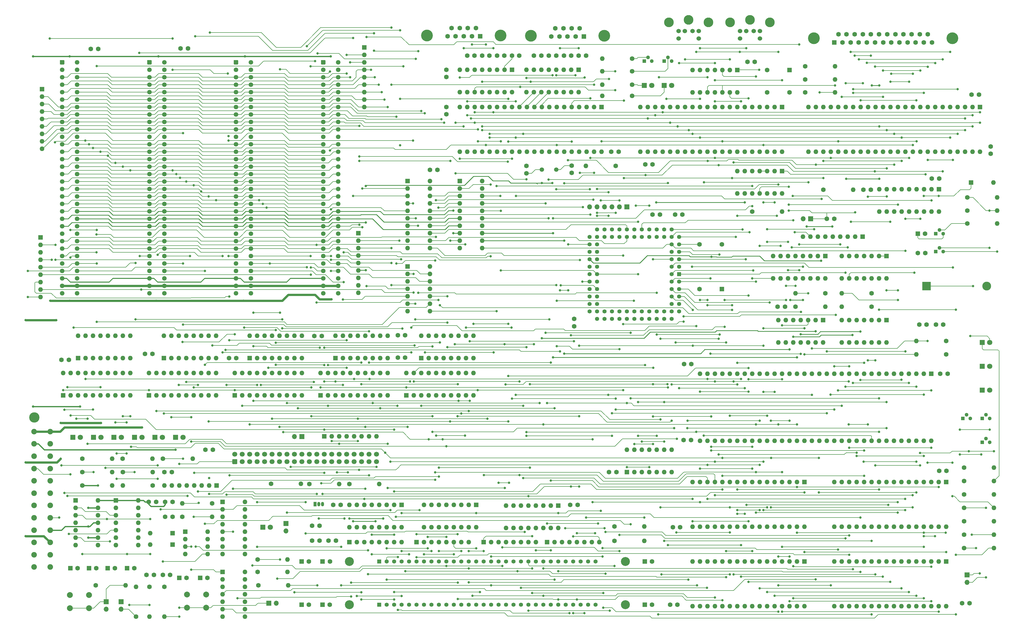
<source format=gtl>
G04 #@! TF.GenerationSoftware,KiCad,Pcbnew,(5.1.10)-1*
G04 #@! TF.CreationDate,2021-12-01T13:22:18+00:00*
G04 #@! TF.ProjectId,yddraig,79646472-6169-4672-9e6b-696361645f70,rev?*
G04 #@! TF.SameCoordinates,Original*
G04 #@! TF.FileFunction,Copper,L1,Top*
G04 #@! TF.FilePolarity,Positive*
%FSLAX46Y46*%
G04 Gerber Fmt 4.6, Leading zero omitted, Abs format (unit mm)*
G04 Created by KiCad (PCBNEW (5.1.10)-1) date 2021-12-01 13:22:18*
%MOMM*%
%LPD*%
G01*
G04 APERTURE LIST*
G04 #@! TA.AperFunction,ComponentPad*
%ADD10C,1.600000*%
G04 #@! TD*
G04 #@! TA.AperFunction,ComponentPad*
%ADD11R,1.600000X1.600000*%
G04 #@! TD*
G04 #@! TA.AperFunction,ComponentPad*
%ADD12O,1.600000X1.600000*%
G04 #@! TD*
G04 #@! TA.AperFunction,ComponentPad*
%ADD13R,1.050000X1.500000*%
G04 #@! TD*
G04 #@! TA.AperFunction,ComponentPad*
%ADD14O,1.050000X1.500000*%
G04 #@! TD*
G04 #@! TA.AperFunction,ComponentPad*
%ADD15C,2.000000*%
G04 #@! TD*
G04 #@! TA.AperFunction,ComponentPad*
%ADD16C,3.048000*%
G04 #@! TD*
G04 #@! TA.AperFunction,ComponentPad*
%ADD17C,1.397000*%
G04 #@! TD*
G04 #@! TA.AperFunction,ComponentPad*
%ADD18R,1.397000X1.397000*%
G04 #@! TD*
G04 #@! TA.AperFunction,ComponentPad*
%ADD19R,3.000000X3.000000*%
G04 #@! TD*
G04 #@! TA.AperFunction,ComponentPad*
%ADD20C,3.000000*%
G04 #@! TD*
G04 #@! TA.AperFunction,ComponentPad*
%ADD21C,1.422400*%
G04 #@! TD*
G04 #@! TA.AperFunction,ComponentPad*
%ADD22R,1.422400X1.422400*%
G04 #@! TD*
G04 #@! TA.AperFunction,ComponentPad*
%ADD23C,1.550000*%
G04 #@! TD*
G04 #@! TA.AperFunction,ComponentPad*
%ADD24C,1.500000*%
G04 #@! TD*
G04 #@! TA.AperFunction,ComponentPad*
%ADD25R,1.300000X1.300000*%
G04 #@! TD*
G04 #@! TA.AperFunction,ComponentPad*
%ADD26C,1.300000*%
G04 #@! TD*
G04 #@! TA.AperFunction,ComponentPad*
%ADD27C,1.700000*%
G04 #@! TD*
G04 #@! TA.AperFunction,ComponentPad*
%ADD28O,1.700000X1.700000*%
G04 #@! TD*
G04 #@! TA.AperFunction,ComponentPad*
%ADD29R,1.700000X1.700000*%
G04 #@! TD*
G04 #@! TA.AperFunction,ComponentPad*
%ADD30C,4.000000*%
G04 #@! TD*
G04 #@! TA.AperFunction,ComponentPad*
%ADD31C,3.300000*%
G04 #@! TD*
G04 #@! TA.AperFunction,ComponentPad*
%ADD32C,1.524000*%
G04 #@! TD*
G04 #@! TA.AperFunction,ComponentPad*
%ADD33C,3.505200*%
G04 #@! TD*
G04 #@! TA.AperFunction,ComponentPad*
%ADD34C,1.905000*%
G04 #@! TD*
G04 #@! TA.AperFunction,ComponentPad*
%ADD35C,1.800000*%
G04 #@! TD*
G04 #@! TA.AperFunction,ComponentPad*
%ADD36R,1.800000X1.800000*%
G04 #@! TD*
G04 #@! TA.AperFunction,ViaPad*
%ADD37C,0.800000*%
G04 #@! TD*
G04 #@! TA.AperFunction,Conductor*
%ADD38C,0.203200*%
G04 #@! TD*
G04 #@! TA.AperFunction,Conductor*
%ADD39C,0.400000*%
G04 #@! TD*
G04 #@! TA.AperFunction,Conductor*
%ADD40C,0.800000*%
G04 #@! TD*
G04 #@! TA.AperFunction,Conductor*
%ADD41C,0.300000*%
G04 #@! TD*
G04 #@! TA.AperFunction,Conductor*
%ADD42C,0.250000*%
G04 #@! TD*
G04 APERTURE END LIST*
D10*
X80732000Y-234442000D03*
D11*
X78232000Y-234442000D03*
D10*
X112228000Y-236728000D03*
X109728000Y-236728000D03*
D12*
X101346000Y-211328000D03*
X93726000Y-226568000D03*
X101346000Y-213868000D03*
X93726000Y-224028000D03*
X101346000Y-216408000D03*
X93726000Y-221488000D03*
X101346000Y-218948000D03*
X93726000Y-218948000D03*
X101346000Y-221488000D03*
X93726000Y-216408000D03*
X101346000Y-224028000D03*
X93726000Y-213868000D03*
X101346000Y-226568000D03*
D11*
X93726000Y-211328000D03*
D12*
X87630000Y-211328000D03*
X80010000Y-226568000D03*
X87630000Y-213868000D03*
X80010000Y-224028000D03*
X87630000Y-216408000D03*
X80010000Y-221488000D03*
X87630000Y-218948000D03*
X80010000Y-218948000D03*
X87630000Y-221488000D03*
X80010000Y-216408000D03*
X87630000Y-224028000D03*
X80010000Y-213868000D03*
X87630000Y-226568000D03*
D11*
X80010000Y-211328000D03*
D12*
X156760000Y-205700000D03*
D10*
X146600000Y-205700000D03*
D13*
X161560000Y-212600000D03*
D14*
X164100000Y-212600000D03*
X162830000Y-212600000D03*
D15*
X124460000Y-243404000D03*
X124460000Y-247904000D03*
X117960000Y-243404000D03*
X117960000Y-247904000D03*
X84582000Y-243586000D03*
X84582000Y-248086000D03*
X78082000Y-243586000D03*
X78082000Y-248086000D03*
D12*
X387985000Y-92456000D03*
X329565000Y-77216000D03*
X385445000Y-92456000D03*
X332105000Y-77216000D03*
X382905000Y-92456000D03*
X334645000Y-77216000D03*
X380365000Y-92456000D03*
X337185000Y-77216000D03*
X377825000Y-92456000D03*
X339725000Y-77216000D03*
X375285000Y-92456000D03*
X342265000Y-77216000D03*
X372745000Y-92456000D03*
X344805000Y-77216000D03*
X370205000Y-92456000D03*
X347345000Y-77216000D03*
X367665000Y-92456000D03*
X349885000Y-77216000D03*
X365125000Y-92456000D03*
X352425000Y-77216000D03*
X362585000Y-92456000D03*
X354965000Y-77216000D03*
X360045000Y-92456000D03*
X357505000Y-77216000D03*
X357505000Y-92456000D03*
X360045000Y-77216000D03*
X354965000Y-92456000D03*
X362585000Y-77216000D03*
X352425000Y-92456000D03*
X365125000Y-77216000D03*
X349885000Y-92456000D03*
X367665000Y-77216000D03*
X347345000Y-92456000D03*
X370205000Y-77216000D03*
X344805000Y-92456000D03*
X372745000Y-77216000D03*
X342265000Y-92456000D03*
X375285000Y-77216000D03*
X339725000Y-92456000D03*
X377825000Y-77216000D03*
X337185000Y-92456000D03*
X380365000Y-77216000D03*
X334645000Y-92456000D03*
X382905000Y-77216000D03*
X332105000Y-92456000D03*
X385445000Y-77216000D03*
X329565000Y-92456000D03*
D11*
X387985000Y-77216000D03*
D16*
X173228000Y-232156000D03*
X267208000Y-232156000D03*
D17*
X257048000Y-232156000D03*
X254508000Y-232156000D03*
X251968000Y-232156000D03*
X249428000Y-232156000D03*
X246888000Y-232156000D03*
X244348000Y-232156000D03*
X241808000Y-232156000D03*
X239268000Y-232156000D03*
X236728000Y-232156000D03*
X234188000Y-232156000D03*
X231648000Y-232156000D03*
X229108000Y-232156000D03*
X226568000Y-232156000D03*
X224028000Y-232156000D03*
X221488000Y-232156000D03*
X218948000Y-232156000D03*
X216408000Y-232156000D03*
X213868000Y-232156000D03*
X211328000Y-232156000D03*
X208788000Y-232156000D03*
X206248000Y-232156000D03*
X203708000Y-232156000D03*
X201168000Y-232156000D03*
X198628000Y-232156000D03*
X196088000Y-232156000D03*
X193548000Y-232156000D03*
X191008000Y-232156000D03*
X188468000Y-232156000D03*
X185928000Y-232156000D03*
D18*
X183388000Y-232156000D03*
D10*
X375434000Y-151384000D03*
X372934000Y-151384000D03*
X369784000Y-151384000D03*
X367284000Y-151384000D03*
D12*
X183388000Y-205740000D03*
D10*
X173228000Y-205740000D03*
D12*
X191008000Y-225552000D03*
X188468000Y-225552000D03*
X185928000Y-225552000D03*
X183388000Y-225552000D03*
X180848000Y-225552000D03*
X178308000Y-225552000D03*
X175768000Y-225552000D03*
D11*
X173228000Y-225552000D03*
D12*
X258318000Y-225552000D03*
X255778000Y-225552000D03*
X253238000Y-225552000D03*
X250698000Y-225552000D03*
X248158000Y-225552000D03*
X245618000Y-225552000D03*
X243078000Y-225552000D03*
D11*
X240538000Y-225552000D03*
D12*
X213868000Y-225552000D03*
X211328000Y-225552000D03*
X208788000Y-225552000D03*
X206248000Y-225552000D03*
X203708000Y-225552000D03*
X201168000Y-225552000D03*
X198628000Y-225552000D03*
D11*
X196088000Y-225552000D03*
D12*
X236728000Y-225552000D03*
X234188000Y-225552000D03*
X231648000Y-225552000D03*
X229108000Y-225552000D03*
X226568000Y-225552000D03*
X224028000Y-225552000D03*
X221488000Y-225552000D03*
D11*
X218948000Y-225552000D03*
D12*
X110236000Y-206248000D03*
X112776000Y-206248000D03*
X115316000Y-206248000D03*
X117856000Y-206248000D03*
X120396000Y-206248000D03*
X122936000Y-206248000D03*
X125476000Y-206248000D03*
D11*
X128016000Y-206248000D03*
D12*
X182499000Y-189484000D03*
X179959000Y-189484000D03*
X177419000Y-189484000D03*
X174879000Y-189484000D03*
X172339000Y-189484000D03*
X169799000Y-189484000D03*
X167259000Y-189484000D03*
D11*
X164719000Y-189484000D03*
D10*
X246293000Y-59690000D03*
X248793000Y-59690000D03*
D12*
X356108000Y-157480000D03*
X340868000Y-149860000D03*
X353568000Y-157480000D03*
X343408000Y-149860000D03*
X351028000Y-157480000D03*
X345948000Y-149860000D03*
X348488000Y-157480000D03*
X348488000Y-149860000D03*
X345948000Y-157480000D03*
X351028000Y-149860000D03*
X343408000Y-157480000D03*
X353568000Y-149860000D03*
X340868000Y-157480000D03*
D11*
X356108000Y-149860000D03*
D12*
X334518000Y-157480000D03*
X319278000Y-149860000D03*
X331978000Y-157480000D03*
X321818000Y-149860000D03*
X329438000Y-157480000D03*
X324358000Y-149860000D03*
X326898000Y-157480000D03*
X326898000Y-149860000D03*
X324358000Y-157480000D03*
X329438000Y-149860000D03*
X321818000Y-157480000D03*
X331978000Y-149860000D03*
X319278000Y-157480000D03*
D11*
X334518000Y-149860000D03*
D12*
X320548000Y-106680000D03*
X305308000Y-99060000D03*
X318008000Y-106680000D03*
X307848000Y-99060000D03*
X315468000Y-106680000D03*
X310388000Y-99060000D03*
X312928000Y-106680000D03*
X312928000Y-99060000D03*
X310388000Y-106680000D03*
X315468000Y-99060000D03*
X307848000Y-106680000D03*
X318008000Y-99060000D03*
X305308000Y-106680000D03*
D11*
X320548000Y-99060000D03*
D12*
X169799000Y-205740000D03*
D10*
X159639000Y-205740000D03*
D19*
X369781000Y-138303000D03*
D20*
X390271000Y-138303000D03*
D12*
X273685000Y-225171000D03*
D10*
X263525000Y-225171000D03*
D21*
X280416000Y-149479000D03*
X277876000Y-149479000D03*
X275336000Y-149479000D03*
X272796000Y-149479000D03*
X270256000Y-149479000D03*
X267716000Y-149479000D03*
X265176000Y-149479000D03*
X262636000Y-149479000D03*
X260096000Y-149479000D03*
X257556000Y-149479000D03*
X280416000Y-146939000D03*
X277876000Y-146939000D03*
X275336000Y-146939000D03*
X272796000Y-146939000D03*
X270256000Y-146939000D03*
X267716000Y-146939000D03*
X265176000Y-146939000D03*
X262636000Y-146939000D03*
X260096000Y-146939000D03*
X257556000Y-146939000D03*
X255016000Y-146939000D03*
X255016000Y-144399000D03*
X255016000Y-141859000D03*
X255016000Y-139319000D03*
X255016000Y-136779000D03*
X255016000Y-134239000D03*
X255016000Y-131699000D03*
X255016000Y-129159000D03*
X255016000Y-126619000D03*
X255016000Y-124079000D03*
X255016000Y-121539000D03*
X257556000Y-144399000D03*
X257556000Y-141859000D03*
X257556000Y-139319000D03*
X257556000Y-136779000D03*
X257556000Y-134239000D03*
X257556000Y-131699000D03*
X257556000Y-129159000D03*
X257556000Y-126619000D03*
X257556000Y-124079000D03*
X257556000Y-121539000D03*
X257556000Y-118999000D03*
X260096000Y-118999000D03*
X262636000Y-118999000D03*
X265176000Y-118999000D03*
X267716000Y-118999000D03*
X270256000Y-118999000D03*
X272796000Y-118999000D03*
X275336000Y-118999000D03*
X277876000Y-118999000D03*
X280416000Y-118999000D03*
X282956000Y-118999000D03*
X260096000Y-121539000D03*
X262636000Y-121539000D03*
X265176000Y-121539000D03*
X267716000Y-121539000D03*
X270256000Y-121539000D03*
X272796000Y-121539000D03*
X275336000Y-121539000D03*
X277876000Y-121539000D03*
X280416000Y-121539000D03*
X282956000Y-121539000D03*
X285496000Y-146939000D03*
X285496000Y-144399000D03*
X285496000Y-141859000D03*
X285496000Y-139319000D03*
X285496000Y-136779000D03*
X285496000Y-121539000D03*
X285496000Y-124079000D03*
X285496000Y-126619000D03*
X285496000Y-129159000D03*
X285496000Y-131699000D03*
D22*
X285496000Y-134239000D03*
D21*
X282956000Y-149479000D03*
X282956000Y-146939000D03*
X282956000Y-144399000D03*
X282956000Y-141859000D03*
X282956000Y-139319000D03*
X282956000Y-136779000D03*
X282956000Y-124079000D03*
X282956000Y-126619000D03*
X282956000Y-129159000D03*
X282956000Y-131699000D03*
X282956000Y-134239000D03*
D12*
X320548000Y-92456000D03*
X272288000Y-77216000D03*
X318008000Y-92456000D03*
X274828000Y-77216000D03*
X315468000Y-92456000D03*
X277368000Y-77216000D03*
X312928000Y-92456000D03*
X279908000Y-77216000D03*
X310388000Y-92456000D03*
X282448000Y-77216000D03*
X307848000Y-92456000D03*
X284988000Y-77216000D03*
X305308000Y-92456000D03*
X287528000Y-77216000D03*
X302768000Y-92456000D03*
X290068000Y-77216000D03*
X300228000Y-92456000D03*
X292608000Y-77216000D03*
X297688000Y-92456000D03*
X295148000Y-77216000D03*
X295148000Y-92456000D03*
X297688000Y-77216000D03*
X292608000Y-92456000D03*
X300228000Y-77216000D03*
X290068000Y-92456000D03*
X302768000Y-77216000D03*
X287528000Y-92456000D03*
X305308000Y-77216000D03*
X284988000Y-92456000D03*
X307848000Y-77216000D03*
X282448000Y-92456000D03*
X310388000Y-77216000D03*
X279908000Y-92456000D03*
X312928000Y-77216000D03*
X277368000Y-92456000D03*
X315468000Y-77216000D03*
X274828000Y-92456000D03*
X318008000Y-77216000D03*
X272288000Y-92456000D03*
D11*
X320548000Y-77216000D03*
D23*
X169418000Y-140716000D03*
X169418000Y-138176000D03*
X169418000Y-135636000D03*
X169418000Y-133096000D03*
X169418000Y-130556000D03*
X169418000Y-128016000D03*
X169418000Y-125476000D03*
X169418000Y-122936000D03*
X169418000Y-120396000D03*
X169418000Y-117856000D03*
X169418000Y-115316000D03*
X169418000Y-112776000D03*
X169418000Y-110236000D03*
X169418000Y-107696000D03*
X169418000Y-105156000D03*
X169418000Y-102616000D03*
X169418000Y-100076000D03*
X169418000Y-97536000D03*
X169418000Y-94996000D03*
X169418000Y-92456000D03*
X169418000Y-89916000D03*
X169418000Y-87376000D03*
X169418000Y-84836000D03*
X169418000Y-82296000D03*
X169418000Y-79756000D03*
X169418000Y-77216000D03*
X169418000Y-74676000D03*
X169418000Y-72136000D03*
X169418000Y-69596000D03*
X169418000Y-67056000D03*
X169418000Y-64516000D03*
X169418000Y-61976000D03*
X164338000Y-140716000D03*
X164338000Y-138176000D03*
X164338000Y-135636000D03*
X164338000Y-133096000D03*
X164338000Y-130556000D03*
X164338000Y-128016000D03*
X164338000Y-125476000D03*
X164338000Y-122936000D03*
X164338000Y-120396000D03*
X164338000Y-117856000D03*
X164338000Y-115316000D03*
X164338000Y-112776000D03*
X164338000Y-110236000D03*
X164338000Y-107696000D03*
X164338000Y-105156000D03*
X164338000Y-102616000D03*
X164338000Y-100076000D03*
X164338000Y-97536000D03*
X164338000Y-94996000D03*
X164338000Y-92456000D03*
X164338000Y-89916000D03*
X164338000Y-87376000D03*
X164338000Y-84836000D03*
X164338000Y-82296000D03*
X164338000Y-79756000D03*
X164338000Y-77216000D03*
X164338000Y-74676000D03*
X164338000Y-72136000D03*
X164338000Y-69596000D03*
X164338000Y-67056000D03*
X164338000Y-64516000D03*
G04 #@! TA.AperFunction,ComponentPad*
G36*
G01*
X163563000Y-62501002D02*
X163563000Y-61450998D01*
G75*
G02*
X163812998Y-61201000I249998J0D01*
G01*
X164863002Y-61201000D01*
G75*
G02*
X165113000Y-61450998I0J-249998D01*
G01*
X165113000Y-62501002D01*
G75*
G02*
X164863002Y-62751000I-249998J0D01*
G01*
X163812998Y-62751000D01*
G75*
G02*
X163563000Y-62501002I0J249998D01*
G01*
G37*
G04 #@! TD.AperFunction*
D12*
X328168000Y-247396000D03*
X290068000Y-232156000D03*
X325628000Y-247396000D03*
X292608000Y-232156000D03*
X323088000Y-247396000D03*
X295148000Y-232156000D03*
X320548000Y-247396000D03*
X297688000Y-232156000D03*
X318008000Y-247396000D03*
X300228000Y-232156000D03*
X315468000Y-247396000D03*
X302768000Y-232156000D03*
X312928000Y-247396000D03*
X305308000Y-232156000D03*
X310388000Y-247396000D03*
X307848000Y-232156000D03*
X307848000Y-247396000D03*
X310388000Y-232156000D03*
X305308000Y-247396000D03*
X312928000Y-232156000D03*
X302768000Y-247396000D03*
X315468000Y-232156000D03*
X300228000Y-247396000D03*
X318008000Y-232156000D03*
X297688000Y-247396000D03*
X320548000Y-232156000D03*
X295148000Y-247396000D03*
X323088000Y-232156000D03*
X292608000Y-247396000D03*
X325628000Y-232156000D03*
X290068000Y-247396000D03*
D11*
X328168000Y-232156000D03*
G04 #@! TA.AperFunction,ComponentPad*
G36*
G01*
X133845000Y-62501002D02*
X133845000Y-61450998D01*
G75*
G02*
X134094998Y-61201000I249998J0D01*
G01*
X135145002Y-61201000D01*
G75*
G02*
X135395000Y-61450998I0J-249998D01*
G01*
X135395000Y-62501002D01*
G75*
G02*
X135145002Y-62751000I-249998J0D01*
G01*
X134094998Y-62751000D01*
G75*
G02*
X133845000Y-62501002I0J249998D01*
G01*
G37*
G04 #@! TD.AperFunction*
D23*
X134620000Y-64516000D03*
X134620000Y-67056000D03*
X134620000Y-69596000D03*
X134620000Y-72136000D03*
X134620000Y-74676000D03*
X134620000Y-77216000D03*
X134620000Y-79756000D03*
X134620000Y-82296000D03*
X134620000Y-84836000D03*
X134620000Y-87376000D03*
X134620000Y-89916000D03*
X134620000Y-92456000D03*
X134620000Y-94996000D03*
X134620000Y-97536000D03*
X134620000Y-100076000D03*
X134620000Y-102616000D03*
X134620000Y-105156000D03*
X134620000Y-107696000D03*
X134620000Y-110236000D03*
X134620000Y-112776000D03*
X134620000Y-115316000D03*
X134620000Y-117856000D03*
X134620000Y-120396000D03*
X134620000Y-122936000D03*
X134620000Y-125476000D03*
X134620000Y-128016000D03*
X134620000Y-130556000D03*
X134620000Y-133096000D03*
X134620000Y-135636000D03*
X134620000Y-138176000D03*
X134620000Y-140716000D03*
X139700000Y-61976000D03*
X139700000Y-64516000D03*
X139700000Y-67056000D03*
X139700000Y-69596000D03*
X139700000Y-72136000D03*
X139700000Y-74676000D03*
X139700000Y-77216000D03*
X139700000Y-79756000D03*
X139700000Y-82296000D03*
X139700000Y-84836000D03*
X139700000Y-87376000D03*
X139700000Y-89916000D03*
X139700000Y-92456000D03*
X139700000Y-94996000D03*
X139700000Y-97536000D03*
X139700000Y-100076000D03*
X139700000Y-102616000D03*
X139700000Y-105156000D03*
X139700000Y-107696000D03*
X139700000Y-110236000D03*
X139700000Y-112776000D03*
X139700000Y-115316000D03*
X139700000Y-117856000D03*
X139700000Y-120396000D03*
X139700000Y-122936000D03*
X139700000Y-125476000D03*
X139700000Y-128016000D03*
X139700000Y-130556000D03*
X139700000Y-133096000D03*
X139700000Y-135636000D03*
X139700000Y-138176000D03*
X139700000Y-140716000D03*
X110236000Y-140716000D03*
X110236000Y-138176000D03*
X110236000Y-135636000D03*
X110236000Y-133096000D03*
X110236000Y-130556000D03*
X110236000Y-128016000D03*
X110236000Y-125476000D03*
X110236000Y-122936000D03*
X110236000Y-120396000D03*
X110236000Y-117856000D03*
X110236000Y-115316000D03*
X110236000Y-112776000D03*
X110236000Y-110236000D03*
X110236000Y-107696000D03*
X110236000Y-105156000D03*
X110236000Y-102616000D03*
X110236000Y-100076000D03*
X110236000Y-97536000D03*
X110236000Y-94996000D03*
X110236000Y-92456000D03*
X110236000Y-89916000D03*
X110236000Y-87376000D03*
X110236000Y-84836000D03*
X110236000Y-82296000D03*
X110236000Y-79756000D03*
X110236000Y-77216000D03*
X110236000Y-74676000D03*
X110236000Y-72136000D03*
X110236000Y-69596000D03*
X110236000Y-67056000D03*
X110236000Y-64516000D03*
X110236000Y-61976000D03*
X105156000Y-140716000D03*
X105156000Y-138176000D03*
X105156000Y-135636000D03*
X105156000Y-133096000D03*
X105156000Y-130556000D03*
X105156000Y-128016000D03*
X105156000Y-125476000D03*
X105156000Y-122936000D03*
X105156000Y-120396000D03*
X105156000Y-117856000D03*
X105156000Y-115316000D03*
X105156000Y-112776000D03*
X105156000Y-110236000D03*
X105156000Y-107696000D03*
X105156000Y-105156000D03*
X105156000Y-102616000D03*
X105156000Y-100076000D03*
X105156000Y-97536000D03*
X105156000Y-94996000D03*
X105156000Y-92456000D03*
X105156000Y-89916000D03*
X105156000Y-87376000D03*
X105156000Y-84836000D03*
X105156000Y-82296000D03*
X105156000Y-79756000D03*
X105156000Y-77216000D03*
X105156000Y-74676000D03*
X105156000Y-72136000D03*
X105156000Y-69596000D03*
X105156000Y-67056000D03*
X105156000Y-64516000D03*
G04 #@! TA.AperFunction,ComponentPad*
G36*
G01*
X104381000Y-62501002D02*
X104381000Y-61450998D01*
G75*
G02*
X104630998Y-61201000I249998J0D01*
G01*
X105681002Y-61201000D01*
G75*
G02*
X105931000Y-61450998I0J-249998D01*
G01*
X105931000Y-62501002D01*
G75*
G02*
X105681002Y-62751000I-249998J0D01*
G01*
X104630998Y-62751000D01*
G75*
G02*
X104381000Y-62501002I0J249998D01*
G01*
G37*
G04 #@! TD.AperFunction*
D12*
X376428000Y-220345000D03*
X338328000Y-205105000D03*
X373888000Y-220345000D03*
X340868000Y-205105000D03*
X371348000Y-220345000D03*
X343408000Y-205105000D03*
X368808000Y-220345000D03*
X345948000Y-205105000D03*
X366268000Y-220345000D03*
X348488000Y-205105000D03*
X363728000Y-220345000D03*
X351028000Y-205105000D03*
X361188000Y-220345000D03*
X353568000Y-205105000D03*
X358648000Y-220345000D03*
X356108000Y-205105000D03*
X356108000Y-220345000D03*
X358648000Y-205105000D03*
X353568000Y-220345000D03*
X361188000Y-205105000D03*
X351028000Y-220345000D03*
X363728000Y-205105000D03*
X348488000Y-220345000D03*
X366268000Y-205105000D03*
X345948000Y-220345000D03*
X368808000Y-205105000D03*
X343408000Y-220345000D03*
X371348000Y-205105000D03*
X340868000Y-220345000D03*
X373888000Y-205105000D03*
X338328000Y-220345000D03*
D11*
X376428000Y-205105000D03*
D12*
X200660000Y-131572000D03*
X193040000Y-146812000D03*
X200660000Y-134112000D03*
X193040000Y-144272000D03*
X200660000Y-136652000D03*
X193040000Y-141732000D03*
X200660000Y-139192000D03*
X193040000Y-139192000D03*
X200660000Y-141732000D03*
X193040000Y-136652000D03*
X200660000Y-144272000D03*
X193040000Y-134112000D03*
X200660000Y-146812000D03*
D11*
X193040000Y-131572000D03*
D24*
X238760000Y-98552000D03*
X243660000Y-98552000D03*
D10*
X315468000Y-64643000D03*
X315468000Y-72263000D03*
X323088000Y-72263000D03*
D11*
X323088000Y-64643000D03*
D10*
X300101000Y-124079000D03*
X292481000Y-124079000D03*
X292481000Y-139319000D03*
D11*
X300101000Y-139319000D03*
D12*
X200660000Y-102489000D03*
X193040000Y-125349000D03*
X200660000Y-105029000D03*
X193040000Y-122809000D03*
X200660000Y-107569000D03*
X193040000Y-120269000D03*
X200660000Y-110109000D03*
X193040000Y-117729000D03*
X200660000Y-112649000D03*
X193040000Y-115189000D03*
X200660000Y-115189000D03*
X193040000Y-112649000D03*
X200660000Y-117729000D03*
X193040000Y-110109000D03*
X200660000Y-120269000D03*
X193040000Y-107569000D03*
X200660000Y-122809000D03*
X193040000Y-105029000D03*
X200660000Y-125349000D03*
D11*
X193040000Y-102489000D03*
D12*
X192659000Y-167894000D03*
X215519000Y-175514000D03*
X195199000Y-167894000D03*
X212979000Y-175514000D03*
X197739000Y-167894000D03*
X210439000Y-175514000D03*
X200279000Y-167894000D03*
X207899000Y-175514000D03*
X202819000Y-167894000D03*
X205359000Y-175514000D03*
X205359000Y-167894000D03*
X202819000Y-175514000D03*
X207899000Y-167894000D03*
X200279000Y-175514000D03*
X210439000Y-167894000D03*
X197739000Y-175514000D03*
X212979000Y-167894000D03*
X195199000Y-175514000D03*
X215519000Y-167894000D03*
D11*
X192659000Y-175514000D03*
D12*
X163449000Y-167894000D03*
X186309000Y-175514000D03*
X165989000Y-167894000D03*
X183769000Y-175514000D03*
X168529000Y-167894000D03*
X181229000Y-175514000D03*
X171069000Y-167894000D03*
X178689000Y-175514000D03*
X173609000Y-167894000D03*
X176149000Y-175514000D03*
X176149000Y-167894000D03*
X173609000Y-175514000D03*
X178689000Y-167894000D03*
X171069000Y-175514000D03*
X181229000Y-167894000D03*
X168529000Y-175514000D03*
X183769000Y-167894000D03*
X165989000Y-175514000D03*
X186309000Y-167894000D03*
D11*
X163449000Y-175514000D03*
D12*
X218440000Y-102489000D03*
X210820000Y-125349000D03*
X218440000Y-105029000D03*
X210820000Y-122809000D03*
X218440000Y-107569000D03*
X210820000Y-120269000D03*
X218440000Y-110109000D03*
X210820000Y-117729000D03*
X218440000Y-112649000D03*
X210820000Y-115189000D03*
X218440000Y-115189000D03*
X210820000Y-112649000D03*
X218440000Y-117729000D03*
X210820000Y-110109000D03*
X218440000Y-120269000D03*
X210820000Y-107569000D03*
X218440000Y-122809000D03*
X210820000Y-105029000D03*
X218440000Y-125349000D03*
D11*
X210820000Y-102489000D03*
D12*
X134239000Y-167894000D03*
X157099000Y-175514000D03*
X136779000Y-167894000D03*
X154559000Y-175514000D03*
X139319000Y-167894000D03*
X152019000Y-175514000D03*
X141859000Y-167894000D03*
X149479000Y-175514000D03*
X144399000Y-167894000D03*
X146939000Y-175514000D03*
X146939000Y-167894000D03*
X144399000Y-175514000D03*
X149479000Y-167894000D03*
X141859000Y-175514000D03*
X152019000Y-167894000D03*
X139319000Y-175514000D03*
X154559000Y-167894000D03*
X136779000Y-175514000D03*
X157099000Y-167894000D03*
D11*
X134239000Y-175514000D03*
D12*
X105029000Y-167894000D03*
X127889000Y-175514000D03*
X107569000Y-167894000D03*
X125349000Y-175514000D03*
X110109000Y-167894000D03*
X122809000Y-175514000D03*
X112649000Y-167894000D03*
X120269000Y-175514000D03*
X115189000Y-167894000D03*
X117729000Y-175514000D03*
X117729000Y-167894000D03*
X115189000Y-175514000D03*
X120269000Y-167894000D03*
X112649000Y-175514000D03*
X122809000Y-167894000D03*
X110109000Y-175514000D03*
X125349000Y-167894000D03*
X107569000Y-175514000D03*
X127889000Y-167894000D03*
D11*
X105029000Y-175514000D03*
D12*
X75819000Y-167894000D03*
X98679000Y-175514000D03*
X78359000Y-167894000D03*
X96139000Y-175514000D03*
X80899000Y-167894000D03*
X93599000Y-175514000D03*
X83439000Y-167894000D03*
X91059000Y-175514000D03*
X85979000Y-167894000D03*
X88519000Y-175514000D03*
X88519000Y-167894000D03*
X85979000Y-175514000D03*
X91059000Y-167894000D03*
X83439000Y-175514000D03*
X93599000Y-167894000D03*
X80899000Y-175514000D03*
X96139000Y-167894000D03*
X78359000Y-175514000D03*
X98679000Y-167894000D03*
D11*
X75819000Y-175514000D03*
D12*
X244348000Y-220726000D03*
X226568000Y-213106000D03*
X241808000Y-220726000D03*
X229108000Y-213106000D03*
X239268000Y-220726000D03*
X231648000Y-213106000D03*
X236728000Y-220726000D03*
X234188000Y-213106000D03*
X234188000Y-220726000D03*
X236728000Y-213106000D03*
X231648000Y-220726000D03*
X239268000Y-213106000D03*
X229108000Y-220726000D03*
X241808000Y-213106000D03*
X226568000Y-220726000D03*
D11*
X244348000Y-213106000D03*
D12*
X216408000Y-220472000D03*
X198628000Y-212852000D03*
X213868000Y-220472000D03*
X201168000Y-212852000D03*
X211328000Y-220472000D03*
X203708000Y-212852000D03*
X208788000Y-220472000D03*
X206248000Y-212852000D03*
X206248000Y-220472000D03*
X208788000Y-212852000D03*
X203708000Y-220472000D03*
X211328000Y-212852000D03*
X201168000Y-220472000D03*
X213868000Y-212852000D03*
X198628000Y-220472000D03*
D11*
X216408000Y-212852000D03*
D12*
X191008000Y-220472000D03*
X173228000Y-212852000D03*
X188468000Y-220472000D03*
X175768000Y-212852000D03*
X185928000Y-220472000D03*
X178308000Y-212852000D03*
X183388000Y-220472000D03*
X180848000Y-212852000D03*
X180848000Y-220472000D03*
X183388000Y-212852000D03*
X178308000Y-220472000D03*
X185928000Y-212852000D03*
X175768000Y-220472000D03*
X188468000Y-212852000D03*
X173228000Y-220472000D03*
D11*
X191008000Y-212852000D03*
D12*
X137668000Y-211836000D03*
X130048000Y-229616000D03*
X137668000Y-214376000D03*
X130048000Y-227076000D03*
X137668000Y-216916000D03*
X130048000Y-224536000D03*
X137668000Y-219456000D03*
X130048000Y-221996000D03*
X137668000Y-221996000D03*
X130048000Y-219456000D03*
X137668000Y-224536000D03*
X130048000Y-216916000D03*
X137668000Y-227076000D03*
X130048000Y-214376000D03*
X137668000Y-229616000D03*
D11*
X130048000Y-211836000D03*
X374015000Y-105283000D03*
D12*
X353695000Y-112903000D03*
X371475000Y-105283000D03*
X356235000Y-112903000D03*
X368935000Y-105283000D03*
X358775000Y-112903000D03*
X366395000Y-105283000D03*
X361315000Y-112903000D03*
X363855000Y-105283000D03*
X363855000Y-112903000D03*
X361315000Y-105283000D03*
X366395000Y-112903000D03*
X358775000Y-105283000D03*
X368935000Y-112903000D03*
X356235000Y-105283000D03*
X371475000Y-112903000D03*
X353695000Y-105283000D03*
X374015000Y-112903000D03*
X251333000Y-72136000D03*
X233553000Y-64516000D03*
X248793000Y-72136000D03*
X236093000Y-64516000D03*
X246253000Y-72136000D03*
X238633000Y-64516000D03*
X243713000Y-72136000D03*
X241173000Y-64516000D03*
X241173000Y-72136000D03*
X243713000Y-64516000D03*
X238633000Y-72136000D03*
X246253000Y-64516000D03*
X236093000Y-72136000D03*
X248793000Y-64516000D03*
X233553000Y-72136000D03*
D11*
X251333000Y-64516000D03*
D12*
X228600000Y-72136000D03*
X210820000Y-64516000D03*
X226060000Y-72136000D03*
X213360000Y-64516000D03*
X223520000Y-72136000D03*
X215900000Y-64516000D03*
X220980000Y-72136000D03*
X218440000Y-64516000D03*
X218440000Y-72136000D03*
X220980000Y-64516000D03*
X215900000Y-72136000D03*
X223520000Y-64516000D03*
X213360000Y-72136000D03*
X226060000Y-64516000D03*
X210820000Y-72136000D03*
D11*
X228600000Y-64516000D03*
D12*
X305308000Y-72263000D03*
X290068000Y-64643000D03*
X302768000Y-72263000D03*
X292608000Y-64643000D03*
X300228000Y-72263000D03*
X295148000Y-64643000D03*
X297688000Y-72263000D03*
X297688000Y-64643000D03*
X295148000Y-72263000D03*
X300228000Y-64643000D03*
X292608000Y-72263000D03*
X302768000Y-64643000D03*
X290068000Y-72263000D03*
D11*
X305308000Y-64643000D03*
D12*
X259080000Y-92456000D03*
X210820000Y-77216000D03*
X256540000Y-92456000D03*
X213360000Y-77216000D03*
X254000000Y-92456000D03*
X215900000Y-77216000D03*
X251460000Y-92456000D03*
X218440000Y-77216000D03*
X248920000Y-92456000D03*
X220980000Y-77216000D03*
X246380000Y-92456000D03*
X223520000Y-77216000D03*
X243840000Y-92456000D03*
X226060000Y-77216000D03*
X241300000Y-92456000D03*
X228600000Y-77216000D03*
X238760000Y-92456000D03*
X231140000Y-77216000D03*
X236220000Y-92456000D03*
X233680000Y-77216000D03*
X233680000Y-92456000D03*
X236220000Y-77216000D03*
X231140000Y-92456000D03*
X238760000Y-77216000D03*
X228600000Y-92456000D03*
X241300000Y-77216000D03*
X226060000Y-92456000D03*
X243840000Y-77216000D03*
X223520000Y-92456000D03*
X246380000Y-77216000D03*
X220980000Y-92456000D03*
X248920000Y-77216000D03*
X218440000Y-92456000D03*
X251460000Y-77216000D03*
X215900000Y-92456000D03*
X254000000Y-77216000D03*
X213360000Y-92456000D03*
X256540000Y-77216000D03*
X210820000Y-92456000D03*
D11*
X259080000Y-77216000D03*
D12*
X335280000Y-135636000D03*
X317500000Y-128016000D03*
X332740000Y-135636000D03*
X320040000Y-128016000D03*
X330200000Y-135636000D03*
X322580000Y-128016000D03*
X327660000Y-135636000D03*
X325120000Y-128016000D03*
X325120000Y-135636000D03*
X327660000Y-128016000D03*
X322580000Y-135636000D03*
X330200000Y-128016000D03*
X320040000Y-135636000D03*
X332740000Y-128016000D03*
X317500000Y-135636000D03*
D11*
X335280000Y-128016000D03*
D12*
X356108000Y-135636000D03*
X340868000Y-128016000D03*
X353568000Y-135636000D03*
X343408000Y-128016000D03*
X351028000Y-135636000D03*
X345948000Y-128016000D03*
X348488000Y-135636000D03*
X348488000Y-128016000D03*
X345948000Y-135636000D03*
X351028000Y-128016000D03*
X343408000Y-135636000D03*
X353568000Y-128016000D03*
X340868000Y-135636000D03*
D11*
X356108000Y-128016000D03*
D12*
X328168000Y-220345000D03*
X290068000Y-205105000D03*
X325628000Y-220345000D03*
X292608000Y-205105000D03*
X323088000Y-220345000D03*
X295148000Y-205105000D03*
X320548000Y-220345000D03*
X297688000Y-205105000D03*
X318008000Y-220345000D03*
X300228000Y-205105000D03*
X315468000Y-220345000D03*
X302768000Y-205105000D03*
X312928000Y-220345000D03*
X305308000Y-205105000D03*
X310388000Y-220345000D03*
X307848000Y-205105000D03*
X307848000Y-220345000D03*
X310388000Y-205105000D03*
X305308000Y-220345000D03*
X312928000Y-205105000D03*
X302768000Y-220345000D03*
X315468000Y-205105000D03*
X300228000Y-220345000D03*
X318008000Y-205105000D03*
X297688000Y-220345000D03*
X320548000Y-205105000D03*
X295148000Y-220345000D03*
X323088000Y-205105000D03*
X292608000Y-220345000D03*
X325628000Y-205105000D03*
X290068000Y-220345000D03*
D11*
X328168000Y-205105000D03*
D12*
X376428000Y-247396000D03*
X338328000Y-232156000D03*
X373888000Y-247396000D03*
X340868000Y-232156000D03*
X371348000Y-247396000D03*
X343408000Y-232156000D03*
X368808000Y-247396000D03*
X345948000Y-232156000D03*
X366268000Y-247396000D03*
X348488000Y-232156000D03*
X363728000Y-247396000D03*
X351028000Y-232156000D03*
X361188000Y-247396000D03*
X353568000Y-232156000D03*
X358648000Y-247396000D03*
X356108000Y-232156000D03*
X356108000Y-247396000D03*
X358648000Y-232156000D03*
X353568000Y-247396000D03*
X361188000Y-232156000D03*
X351028000Y-247396000D03*
X363728000Y-232156000D03*
X348488000Y-247396000D03*
X366268000Y-232156000D03*
X345948000Y-247396000D03*
X368808000Y-232156000D03*
X343408000Y-247396000D03*
X371348000Y-232156000D03*
X340868000Y-247396000D03*
X373888000Y-232156000D03*
X338328000Y-247396000D03*
D11*
X376428000Y-232156000D03*
D12*
X267716000Y-194056000D03*
X282956000Y-201676000D03*
X270256000Y-194056000D03*
X280416000Y-201676000D03*
X272796000Y-194056000D03*
X277876000Y-201676000D03*
X275336000Y-194056000D03*
X275336000Y-201676000D03*
X277876000Y-194056000D03*
X272796000Y-201676000D03*
X280416000Y-194056000D03*
X270256000Y-201676000D03*
X282956000Y-194056000D03*
D11*
X267716000Y-201676000D03*
D12*
X371348000Y-191008000D03*
X292608000Y-168148000D03*
X368808000Y-191008000D03*
X295148000Y-168148000D03*
X366268000Y-191008000D03*
X297688000Y-168148000D03*
X363728000Y-191008000D03*
X300228000Y-168148000D03*
X361188000Y-191008000D03*
X302768000Y-168148000D03*
X358648000Y-191008000D03*
X305308000Y-168148000D03*
X356108000Y-191008000D03*
X307848000Y-168148000D03*
X353568000Y-191008000D03*
X310388000Y-168148000D03*
X351028000Y-191008000D03*
X312928000Y-168148000D03*
X348488000Y-191008000D03*
X315468000Y-168148000D03*
X345948000Y-191008000D03*
X318008000Y-168148000D03*
X343408000Y-191008000D03*
X320548000Y-168148000D03*
X340868000Y-191008000D03*
X323088000Y-168148000D03*
X338328000Y-191008000D03*
X325628000Y-168148000D03*
X335788000Y-191008000D03*
X328168000Y-168148000D03*
X333248000Y-191008000D03*
X330708000Y-168148000D03*
X330708000Y-191008000D03*
X333248000Y-168148000D03*
X328168000Y-191008000D03*
X335788000Y-168148000D03*
X325628000Y-191008000D03*
X338328000Y-168148000D03*
X323088000Y-191008000D03*
X340868000Y-168148000D03*
X320548000Y-191008000D03*
X343408000Y-168148000D03*
X318008000Y-191008000D03*
X345948000Y-168148000D03*
X315468000Y-191008000D03*
X348488000Y-168148000D03*
X312928000Y-191008000D03*
X351028000Y-168148000D03*
X310388000Y-191008000D03*
X353568000Y-168148000D03*
X307848000Y-191008000D03*
X356108000Y-168148000D03*
X305308000Y-191008000D03*
X358648000Y-168148000D03*
X302768000Y-191008000D03*
X361188000Y-168148000D03*
X300228000Y-191008000D03*
X363728000Y-168148000D03*
X297688000Y-191008000D03*
X366268000Y-168148000D03*
X295148000Y-191008000D03*
X368808000Y-168148000D03*
X292608000Y-191008000D03*
D11*
X371348000Y-168148000D03*
D12*
X124968000Y-221996000D03*
X117348000Y-229616000D03*
X124968000Y-224536000D03*
X117348000Y-227076000D03*
X124968000Y-227076000D03*
X117348000Y-224536000D03*
X124968000Y-229616000D03*
D11*
X117348000Y-221996000D03*
D12*
X137668000Y-235712000D03*
X130048000Y-250952000D03*
X137668000Y-238252000D03*
X130048000Y-248412000D03*
X137668000Y-240792000D03*
X130048000Y-245872000D03*
X137668000Y-243332000D03*
X130048000Y-243332000D03*
X137668000Y-245872000D03*
X130048000Y-240792000D03*
X137668000Y-248412000D03*
X130048000Y-238252000D03*
X137668000Y-250952000D03*
D11*
X130048000Y-235712000D03*
D12*
X68580000Y-91440000D03*
X68580000Y-88900000D03*
X68580000Y-86360000D03*
X68580000Y-83820000D03*
X68580000Y-81280000D03*
X68580000Y-78740000D03*
X68580000Y-76200000D03*
X68580000Y-73660000D03*
D11*
X68580000Y-71120000D03*
D12*
X178308000Y-77216000D03*
X178308000Y-74676000D03*
X178308000Y-72136000D03*
X178308000Y-69596000D03*
X178308000Y-67056000D03*
X178308000Y-64516000D03*
X178308000Y-61976000D03*
X178308000Y-59436000D03*
D11*
X178308000Y-56896000D03*
D12*
X197739000Y-155194000D03*
X215519000Y-162814000D03*
X200279000Y-155194000D03*
X212979000Y-162814000D03*
X202819000Y-155194000D03*
X210439000Y-162814000D03*
X205359000Y-155194000D03*
X207899000Y-162814000D03*
X207899000Y-155194000D03*
X205359000Y-162814000D03*
X210439000Y-155194000D03*
X202819000Y-162814000D03*
X212979000Y-155194000D03*
X200279000Y-162814000D03*
X215519000Y-155194000D03*
D11*
X197739000Y-162814000D03*
D12*
X168529000Y-155194000D03*
X186309000Y-162814000D03*
X171069000Y-155194000D03*
X183769000Y-162814000D03*
X173609000Y-155194000D03*
X181229000Y-162814000D03*
X176149000Y-155194000D03*
X178689000Y-162814000D03*
X178689000Y-155194000D03*
X176149000Y-162814000D03*
X181229000Y-155194000D03*
X173609000Y-162814000D03*
X183769000Y-155194000D03*
X171069000Y-162814000D03*
X186309000Y-155194000D03*
D11*
X168529000Y-162814000D03*
D12*
X139319000Y-155194000D03*
X157099000Y-162814000D03*
X141859000Y-155194000D03*
X154559000Y-162814000D03*
X144399000Y-155194000D03*
X152019000Y-162814000D03*
X146939000Y-155194000D03*
X149479000Y-162814000D03*
X149479000Y-155194000D03*
X146939000Y-162814000D03*
X152019000Y-155194000D03*
X144399000Y-162814000D03*
X154559000Y-155194000D03*
X141859000Y-162814000D03*
X157099000Y-155194000D03*
D11*
X139319000Y-162814000D03*
D12*
X110109000Y-155194000D03*
X127889000Y-162814000D03*
X112649000Y-155194000D03*
X125349000Y-162814000D03*
X115189000Y-155194000D03*
X122809000Y-162814000D03*
X117729000Y-155194000D03*
X120269000Y-162814000D03*
X120269000Y-155194000D03*
X117729000Y-162814000D03*
X122809000Y-155194000D03*
X115189000Y-162814000D03*
X125349000Y-155194000D03*
X112649000Y-162814000D03*
X127889000Y-155194000D03*
D11*
X110109000Y-162814000D03*
D12*
X80899000Y-155194000D03*
X98679000Y-162814000D03*
X83439000Y-155194000D03*
X96139000Y-162814000D03*
X85979000Y-155194000D03*
X93599000Y-162814000D03*
X88519000Y-155194000D03*
X91059000Y-162814000D03*
X91059000Y-155194000D03*
X88519000Y-162814000D03*
X93599000Y-155194000D03*
X85979000Y-162814000D03*
X96139000Y-155194000D03*
X83439000Y-162814000D03*
X98679000Y-155194000D03*
D11*
X80899000Y-162814000D03*
D12*
X176276000Y-140589000D03*
X176276000Y-138049000D03*
X176276000Y-135509000D03*
X176276000Y-132969000D03*
X176276000Y-130429000D03*
X176276000Y-127889000D03*
X176276000Y-125349000D03*
X176276000Y-122809000D03*
D11*
X176276000Y-120269000D03*
D12*
X68072000Y-141986000D03*
X68072000Y-139446000D03*
X68072000Y-136906000D03*
X68072000Y-134366000D03*
X68072000Y-131826000D03*
X68072000Y-129286000D03*
X68072000Y-126746000D03*
X68072000Y-124206000D03*
D11*
X68072000Y-121666000D03*
D12*
X327660000Y-121412000D03*
X330200000Y-121412000D03*
X332740000Y-121412000D03*
X335280000Y-121412000D03*
X337820000Y-121412000D03*
X340360000Y-121412000D03*
X342900000Y-121412000D03*
X345440000Y-121412000D03*
D11*
X347980000Y-121412000D03*
D12*
X273685000Y-220218000D03*
D10*
X263525000Y-220218000D03*
D12*
X152400000Y-240284000D03*
D10*
X142240000Y-240284000D03*
D12*
X152146000Y-235712000D03*
D10*
X141986000Y-235712000D03*
D12*
X152146000Y-231521000D03*
D10*
X141986000Y-231521000D03*
D12*
X393827000Y-116967000D03*
D10*
X383667000Y-116967000D03*
D12*
X393827000Y-108077000D03*
D10*
X383667000Y-108077000D03*
D12*
X393827000Y-112522000D03*
D10*
X383667000Y-112522000D03*
D12*
X338582000Y-63373000D03*
D10*
X328422000Y-63373000D03*
D12*
X259334000Y-69596000D03*
D10*
X269494000Y-69596000D03*
D12*
X259334000Y-60706000D03*
D10*
X269494000Y-60706000D03*
D12*
X259334000Y-73406000D03*
D10*
X269494000Y-73406000D03*
D12*
X259334000Y-65024000D03*
D10*
X269494000Y-65024000D03*
D12*
X338582000Y-72263000D03*
D10*
X328422000Y-72263000D03*
D12*
X338582000Y-67818000D03*
D10*
X328422000Y-67818000D03*
D12*
X253746000Y-97282000D03*
D10*
X263906000Y-97282000D03*
D12*
X320548000Y-112903000D03*
D10*
X310388000Y-112903000D03*
D12*
X392684000Y-218440000D03*
D10*
X382524000Y-218440000D03*
D12*
X392684000Y-223012000D03*
D10*
X382524000Y-223012000D03*
D12*
X392684000Y-227584000D03*
D10*
X382524000Y-227584000D03*
D12*
X392684000Y-209296000D03*
D10*
X382524000Y-209296000D03*
D12*
X392684000Y-213868000D03*
D10*
X382524000Y-213868000D03*
D12*
X392684000Y-204724000D03*
D10*
X382524000Y-204724000D03*
D12*
X392684000Y-200152000D03*
D10*
X382524000Y-200152000D03*
D12*
X344805000Y-105410000D03*
D10*
X334645000Y-105410000D03*
D12*
X126492000Y-216916000D03*
D10*
X116332000Y-216916000D03*
D12*
X116332000Y-212344000D03*
D10*
X126492000Y-212344000D03*
D12*
X366268000Y-161544000D03*
D10*
X376428000Y-161544000D03*
D12*
X110236000Y-250952000D03*
D10*
X110236000Y-240792000D03*
D12*
X366268000Y-156972000D03*
D10*
X376428000Y-156972000D03*
D12*
X335280000Y-145288000D03*
D10*
X325120000Y-145288000D03*
D12*
X340868000Y-145288000D03*
D10*
X351028000Y-145288000D03*
D12*
X325120000Y-140716000D03*
D10*
X335280000Y-140716000D03*
D12*
X340868000Y-140716000D03*
D10*
X351028000Y-140716000D03*
D12*
X100584000Y-240792000D03*
D10*
X100584000Y-250952000D03*
D12*
X119888000Y-197104000D03*
D10*
X109728000Y-197104000D03*
D12*
X96139000Y-206248000D03*
D10*
X106299000Y-206248000D03*
D12*
X106299000Y-201676000D03*
D10*
X96139000Y-201676000D03*
D12*
X106172000Y-197104000D03*
D10*
X96012000Y-197104000D03*
D12*
X92456000Y-206248000D03*
D10*
X82296000Y-206248000D03*
D12*
X92456000Y-201676000D03*
D10*
X82296000Y-201676000D03*
D12*
X92456000Y-197104000D03*
D10*
X82296000Y-197104000D03*
D12*
X105156000Y-250952000D03*
D10*
X105156000Y-240792000D03*
D12*
X97028000Y-240284000D03*
D10*
X86868000Y-240284000D03*
D25*
X372872000Y-120396000D03*
D26*
X375412000Y-120396000D03*
X374142000Y-119126000D03*
D25*
X372872000Y-126492000D03*
D26*
X375412000Y-126492000D03*
X374142000Y-125222000D03*
D25*
X273685000Y-61595000D03*
D26*
X276225000Y-61595000D03*
X274955000Y-60325000D03*
D25*
X280416000Y-61595000D03*
D26*
X282956000Y-61595000D03*
X281686000Y-60325000D03*
D25*
X388747000Y-183388000D03*
D26*
X391287000Y-183388000D03*
X390017000Y-182118000D03*
D25*
X388747000Y-191516000D03*
D26*
X391287000Y-191516000D03*
X390017000Y-190246000D03*
D25*
X382143000Y-183388000D03*
D26*
X384683000Y-183388000D03*
X383413000Y-182118000D03*
D16*
X173228000Y-246888000D03*
X267208000Y-246888000D03*
D17*
X257048000Y-246888000D03*
X254508000Y-246888000D03*
X251968000Y-246888000D03*
X249428000Y-246888000D03*
X246888000Y-246888000D03*
X244348000Y-246888000D03*
X241808000Y-246888000D03*
X239268000Y-246888000D03*
X236728000Y-246888000D03*
X234188000Y-246888000D03*
X231648000Y-246888000D03*
X229108000Y-246888000D03*
X226568000Y-246888000D03*
X224028000Y-246888000D03*
X221488000Y-246888000D03*
X218948000Y-246888000D03*
X216408000Y-246888000D03*
X213868000Y-246888000D03*
X211328000Y-246888000D03*
X208788000Y-246888000D03*
X206248000Y-246888000D03*
X203708000Y-246888000D03*
X201168000Y-246888000D03*
X198628000Y-246888000D03*
X196088000Y-246888000D03*
X193548000Y-246888000D03*
X191008000Y-246888000D03*
X188468000Y-246888000D03*
X185928000Y-246888000D03*
D18*
X183388000Y-246888000D03*
D27*
X182499000Y-195580000D03*
X179959000Y-195580000D03*
X177419000Y-195580000D03*
X174879000Y-195580000D03*
X172339000Y-195580000D03*
X169799000Y-195580000D03*
X167259000Y-195580000D03*
X164719000Y-195580000D03*
X162179000Y-195580000D03*
X159639000Y-195580000D03*
X157099000Y-195580000D03*
X154559000Y-195580000D03*
X152019000Y-195580000D03*
X149479000Y-195580000D03*
X146939000Y-195580000D03*
X144399000Y-195580000D03*
X141859000Y-195580000D03*
X139319000Y-195580000D03*
X136779000Y-195580000D03*
X134239000Y-195580000D03*
X182499000Y-198120000D03*
X179959000Y-198120000D03*
X177419000Y-198120000D03*
X174879000Y-198120000D03*
X172339000Y-198120000D03*
X169799000Y-198120000D03*
X167259000Y-198120000D03*
X164719000Y-198120000D03*
X162179000Y-198120000D03*
X159639000Y-198120000D03*
X157099000Y-198120000D03*
X154559000Y-198120000D03*
X152019000Y-198120000D03*
X149479000Y-198120000D03*
X146939000Y-198120000D03*
X144399000Y-198120000D03*
X141859000Y-198120000D03*
X139319000Y-198120000D03*
X136779000Y-198120000D03*
G04 #@! TA.AperFunction,ComponentPad*
G36*
G01*
X134839000Y-198970000D02*
X133639000Y-198970000D01*
G75*
G02*
X133389000Y-198720000I0J250000D01*
G01*
X133389000Y-197520000D01*
G75*
G02*
X133639000Y-197270000I250000J0D01*
G01*
X134839000Y-197270000D01*
G75*
G02*
X135089000Y-197520000I0J-250000D01*
G01*
X135089000Y-198720000D01*
G75*
G02*
X134839000Y-198970000I-250000J0D01*
G01*
G37*
G04 #@! TD.AperFunction*
D28*
X154559000Y-189611000D03*
D29*
X157099000Y-189611000D03*
D28*
X151638000Y-221742000D03*
D29*
X151638000Y-219202000D03*
D30*
X331439000Y-53825000D03*
X378539000Y-53825000D03*
D10*
X370224000Y-52405000D03*
X367454000Y-52405000D03*
X364684000Y-52405000D03*
X361914000Y-52405000D03*
X359144000Y-52405000D03*
X356374000Y-52405000D03*
X353604000Y-52405000D03*
X350834000Y-52405000D03*
X348064000Y-52405000D03*
X345294000Y-52405000D03*
X342524000Y-52405000D03*
X339754000Y-52405000D03*
X371609000Y-55245000D03*
X368839000Y-55245000D03*
X366069000Y-55245000D03*
X363299000Y-55245000D03*
X360529000Y-55245000D03*
X357759000Y-55245000D03*
X354989000Y-55245000D03*
X352219000Y-55245000D03*
X349449000Y-55245000D03*
X346679000Y-55245000D03*
X343909000Y-55245000D03*
X341139000Y-55245000D03*
D11*
X338369000Y-55245000D03*
D30*
X235023000Y-52913000D03*
X260023000Y-52913000D03*
D10*
X243368000Y-50373000D03*
X246138000Y-50373000D03*
X248908000Y-50373000D03*
X251678000Y-50373000D03*
X241983000Y-53213000D03*
X244753000Y-53213000D03*
X247523000Y-53213000D03*
X250293000Y-53213000D03*
D11*
X253063000Y-53213000D03*
D30*
X199705000Y-52832000D03*
X224705000Y-52832000D03*
D10*
X208050000Y-50292000D03*
X210820000Y-50292000D03*
X213590000Y-50292000D03*
X216360000Y-50292000D03*
X206665000Y-53132000D03*
X209435000Y-53132000D03*
X212205000Y-53132000D03*
X214975000Y-53132000D03*
D11*
X217745000Y-53132000D03*
D31*
X309656000Y-47548000D03*
D32*
X308356000Y-51348000D03*
X310956000Y-51348000D03*
X306256000Y-53848000D03*
X306256000Y-51348000D03*
X313056000Y-53848000D03*
X313056000Y-51348000D03*
D31*
X316406000Y-48348000D03*
X302906000Y-48348000D03*
X288769000Y-47548000D03*
D32*
X287469000Y-51348000D03*
X290069000Y-51348000D03*
X285369000Y-53848000D03*
X285369000Y-51348000D03*
X292169000Y-53848000D03*
X292169000Y-51348000D03*
D31*
X295519000Y-48348000D03*
X282019000Y-48348000D03*
D28*
X255016000Y-111252000D03*
X257556000Y-111252000D03*
X260096000Y-111252000D03*
X262636000Y-111252000D03*
X265176000Y-111252000D03*
D29*
X267716000Y-111252000D03*
D28*
X383540000Y-239268000D03*
D29*
X383540000Y-236728000D03*
D28*
X327787000Y-115316000D03*
D29*
X330327000Y-115316000D03*
D28*
X148336000Y-246380000D03*
D29*
X145796000Y-246380000D03*
D28*
X95504000Y-248412000D03*
D29*
X95504000Y-245872000D03*
D28*
X90424000Y-248412000D03*
D29*
X90424000Y-245872000D03*
D33*
X65976500Y-183106505D03*
D34*
X65874001Y-234069999D03*
X65874001Y-229870000D03*
X65874001Y-225670001D03*
X65874001Y-221470002D03*
X65874001Y-217270002D03*
X65874001Y-213070003D03*
X65874001Y-208870004D03*
X65874001Y-204670005D03*
X65874001Y-200470005D03*
X65874001Y-196270006D03*
X65874001Y-192070007D03*
X65874001Y-187870008D03*
X71374000Y-234069999D03*
X71374000Y-229870000D03*
X71374000Y-225670001D03*
X71374000Y-221470002D03*
X71374000Y-217270002D03*
X71374000Y-213070003D03*
X71374000Y-208870004D03*
X71374000Y-204670005D03*
X71374000Y-200470005D03*
X71374000Y-196270006D03*
X71374000Y-192070007D03*
X71374000Y-187870008D03*
D23*
X80518000Y-140716000D03*
X80518000Y-138176000D03*
X80518000Y-135636000D03*
X80518000Y-133096000D03*
X80518000Y-130556000D03*
X80518000Y-128016000D03*
X80518000Y-125476000D03*
X80518000Y-122936000D03*
X80518000Y-120396000D03*
X80518000Y-117856000D03*
X80518000Y-115316000D03*
X80518000Y-112776000D03*
X80518000Y-110236000D03*
X80518000Y-107696000D03*
X80518000Y-105156000D03*
X80518000Y-102616000D03*
X80518000Y-100076000D03*
X80518000Y-97536000D03*
X80518000Y-94996000D03*
X80518000Y-92456000D03*
X80518000Y-89916000D03*
X80518000Y-87376000D03*
X80518000Y-84836000D03*
X80518000Y-82296000D03*
X80518000Y-79756000D03*
X80518000Y-77216000D03*
X80518000Y-74676000D03*
X80518000Y-72136000D03*
X80518000Y-69596000D03*
X80518000Y-67056000D03*
X80518000Y-64516000D03*
X80518000Y-61976000D03*
X75438000Y-140716000D03*
X75438000Y-138176000D03*
X75438000Y-135636000D03*
X75438000Y-133096000D03*
X75438000Y-130556000D03*
X75438000Y-128016000D03*
X75438000Y-125476000D03*
X75438000Y-122936000D03*
X75438000Y-120396000D03*
X75438000Y-117856000D03*
X75438000Y-115316000D03*
X75438000Y-112776000D03*
X75438000Y-110236000D03*
X75438000Y-107696000D03*
X75438000Y-105156000D03*
X75438000Y-102616000D03*
X75438000Y-100076000D03*
X75438000Y-97536000D03*
X75438000Y-94996000D03*
X75438000Y-92456000D03*
X75438000Y-89916000D03*
X75438000Y-87376000D03*
X75438000Y-84836000D03*
X75438000Y-82296000D03*
X75438000Y-79756000D03*
X75438000Y-77216000D03*
X75438000Y-74676000D03*
X75438000Y-72136000D03*
X75438000Y-69596000D03*
X75438000Y-67056000D03*
X75438000Y-64516000D03*
G04 #@! TA.AperFunction,ComponentPad*
G36*
G01*
X74663000Y-62501002D02*
X74663000Y-61450998D01*
G75*
G02*
X74912998Y-61201000I249998J0D01*
G01*
X75963002Y-61201000D01*
G75*
G02*
X76213000Y-61450998I0J-249998D01*
G01*
X76213000Y-62501002D01*
G75*
G02*
X75963002Y-62751000I-249998J0D01*
G01*
X74912998Y-62751000D01*
G75*
G02*
X74663000Y-62501002I0J249998D01*
G01*
G37*
G04 #@! TD.AperFunction*
D12*
X392557000Y-102997000D03*
D11*
X384937000Y-102997000D03*
D35*
X146304000Y-220472000D03*
D36*
X143764000Y-220472000D03*
D35*
X276225000Y-69850000D03*
D36*
X273685000Y-69850000D03*
D35*
X282956000Y-69850000D03*
D36*
X280416000Y-69850000D03*
D35*
X391287000Y-173736000D03*
D36*
X388747000Y-173736000D03*
D35*
X391287000Y-165608000D03*
D36*
X388747000Y-165608000D03*
D35*
X391287000Y-157480000D03*
D36*
X388747000Y-157480000D03*
D35*
X116586000Y-189865000D03*
D36*
X114046000Y-189865000D03*
D35*
X109601000Y-189865000D03*
D36*
X107061000Y-189865000D03*
D35*
X102616000Y-189865000D03*
D36*
X100076000Y-189865000D03*
D12*
X105410000Y-222504000D03*
D11*
X113030000Y-222504000D03*
D35*
X95631000Y-189865000D03*
D36*
X93091000Y-189865000D03*
D35*
X88646000Y-189865000D03*
D36*
X86106000Y-189865000D03*
D12*
X105410000Y-226441000D03*
D11*
X113030000Y-226441000D03*
D35*
X81661000Y-189865000D03*
D36*
X79121000Y-189865000D03*
D10*
X264922000Y-92456000D03*
X262422000Y-92456000D03*
X192238000Y-155067000D03*
X189738000Y-155067000D03*
X163830000Y-155321000D03*
X161330000Y-155321000D03*
X106172000Y-161417000D03*
X103672000Y-161417000D03*
X134747000Y-162814000D03*
X132247000Y-162814000D03*
X77724000Y-163449000D03*
X75224000Y-163449000D03*
X278979000Y-113919000D03*
X276479000Y-113919000D03*
X87731600Y-57404000D03*
X85231600Y-57404000D03*
X118273200Y-57251600D03*
X115773200Y-57251600D03*
X168656000Y-225044000D03*
X166156000Y-225044000D03*
X160568000Y-219964000D03*
X163068000Y-219964000D03*
X166584000Y-246888000D03*
D11*
X164084000Y-246888000D03*
D10*
X160568000Y-225044000D03*
X163068000Y-225044000D03*
X276312000Y-232156000D03*
D11*
X273812000Y-232156000D03*
D10*
X170267000Y-212852000D03*
X167767000Y-212852000D03*
X159472000Y-232156000D03*
D11*
X156972000Y-232156000D03*
D10*
X166624000Y-232156000D03*
D11*
X164124000Y-232156000D03*
D10*
X250952000Y-212852000D03*
X248452000Y-212852000D03*
X159472000Y-246888000D03*
D11*
X156972000Y-246888000D03*
D10*
X276312000Y-246888000D03*
D11*
X273812000Y-246888000D03*
D10*
X374040400Y-101600000D03*
X371540400Y-101600000D03*
X113030000Y-216916000D03*
X110530000Y-216916000D03*
X350774000Y-105410000D03*
X348274000Y-105410000D03*
X112776000Y-201676000D03*
X110276000Y-201676000D03*
X369276000Y-120396000D03*
D11*
X366776000Y-120396000D03*
D10*
X241173000Y-59690000D03*
X243673000Y-59690000D03*
X236093000Y-59690000D03*
X238593000Y-59690000D03*
X251333000Y-59690000D03*
X253833000Y-59690000D03*
X228600000Y-59690000D03*
X231100000Y-59690000D03*
X218440000Y-59690000D03*
X220940000Y-59690000D03*
X213360000Y-59690000D03*
X215860000Y-59690000D03*
X223520000Y-59690000D03*
X226020000Y-59690000D03*
X273979000Y-96774000D03*
X276479000Y-96774000D03*
X311277000Y-61849000D03*
X308777000Y-61849000D03*
X206248000Y-77216000D03*
X206248000Y-79716000D03*
X387604000Y-73025000D03*
X385104000Y-73025000D03*
X391566400Y-93167200D03*
X391566400Y-90667200D03*
X206248000Y-64516000D03*
X206248000Y-67016000D03*
X233553000Y-97322000D03*
X233553000Y-99822000D03*
X248920000Y-99695000D03*
X248920000Y-97195000D03*
X285877000Y-220472000D03*
X283377000Y-220472000D03*
X284948000Y-246888000D03*
X282448000Y-246888000D03*
X384389000Y-246380000D03*
X381889000Y-246380000D03*
X203200000Y-98679000D03*
X200700000Y-98679000D03*
X338328000Y-115316000D03*
X335828000Y-115316000D03*
X192238000Y-162687000D03*
X189738000Y-162687000D03*
X249809000Y-149479000D03*
X249809000Y-151979000D03*
X376936000Y-168148000D03*
X374436000Y-168148000D03*
X289560000Y-190754000D03*
X287060000Y-190754000D03*
X289687000Y-164846000D03*
X287187000Y-164846000D03*
X376555000Y-201295000D03*
X374055000Y-201295000D03*
X369316000Y-127000000D03*
X366816000Y-127000000D03*
X264160000Y-201676000D03*
X261660000Y-201676000D03*
X321564000Y-145288000D03*
X319064000Y-145288000D03*
X286639000Y-113919000D03*
X284139000Y-113919000D03*
X124928000Y-237744000D03*
D11*
X122428000Y-237744000D03*
D10*
X117816000Y-237744000D03*
D11*
X115316000Y-237744000D03*
D10*
X93432000Y-234442000D03*
D11*
X90932000Y-234442000D03*
D10*
X100036000Y-234442000D03*
D11*
X97536000Y-234442000D03*
D10*
X124246000Y-194056000D03*
X126746000Y-194056000D03*
X106680000Y-236728000D03*
X104180000Y-236728000D03*
X113030000Y-211836000D03*
X110530000Y-211836000D03*
X87082000Y-234442000D03*
D11*
X84582000Y-234442000D03*
D10*
X107442000Y-211836000D03*
X104942000Y-211836000D03*
D37*
X385572000Y-138303000D03*
X166878000Y-59944000D03*
X77978000Y-59944000D03*
X108204000Y-59944000D03*
X137668000Y-59944000D03*
X65532000Y-59944000D03*
X65532000Y-179324000D03*
X81534000Y-179324000D03*
X84328000Y-220218000D03*
X84328000Y-224028000D03*
X84328000Y-213868000D03*
X87630000Y-206248000D03*
X97536000Y-229616000D03*
X105410000Y-229616000D03*
X82296000Y-229616000D03*
X105410000Y-217678000D03*
X90678000Y-217678000D03*
X115316000Y-250952000D03*
X115316000Y-247916000D03*
X109728000Y-232156000D03*
X121920000Y-212217000D03*
X345440000Y-113157000D03*
X322834000Y-112522000D03*
X244983000Y-57150000D03*
X251333000Y-57150000D03*
X62992000Y-223520000D03*
X62992000Y-149860000D03*
X73406000Y-149860000D03*
X88646000Y-184912000D03*
X74930000Y-184912000D03*
X74930000Y-197104000D03*
X62992000Y-198374000D03*
X86106000Y-201676000D03*
X71374000Y-143256000D03*
X167132000Y-142748000D03*
X137160000Y-143256000D03*
X107442000Y-143256000D03*
X77978000Y-143256000D03*
X102616000Y-186436000D03*
X100076000Y-201676000D03*
X74422000Y-217170000D03*
X75184000Y-199390000D03*
X107950000Y-199390000D03*
X116586000Y-197104000D03*
X114046000Y-194056000D03*
X384683000Y-155321000D03*
X387858000Y-236220000D03*
X388366000Y-195707000D03*
X381127000Y-195707000D03*
X381127000Y-187198000D03*
X391287000Y-187198000D03*
X385191000Y-223012000D03*
X248920000Y-89027000D03*
X190246000Y-122809000D03*
X190500000Y-90297000D03*
X227330000Y-89027000D03*
X227330000Y-74422000D03*
X190500000Y-74422000D03*
X158750000Y-131826000D03*
X158750000Y-56515000D03*
X190500000Y-51054000D03*
X87249000Y-130556000D03*
X87249000Y-150494994D03*
X195834000Y-115189000D03*
X195834000Y-60833000D03*
X162433000Y-58928000D03*
X161544000Y-61595000D03*
X78232000Y-128524000D03*
X78232000Y-119125994D03*
X87249000Y-119126000D03*
X87249000Y-63246000D03*
X221361000Y-128143000D03*
X221361000Y-103632000D03*
X162052000Y-124206000D03*
X162052000Y-143891000D03*
X203581000Y-111506000D03*
X203581000Y-143002000D03*
X176657000Y-117348000D03*
X176657000Y-95631000D03*
X207645000Y-122809000D03*
X207645000Y-95631000D03*
X143764000Y-110236000D03*
X127889000Y-108966000D03*
X122809000Y-106045000D03*
X117729000Y-102616000D03*
X114300000Y-100076000D03*
X98679000Y-98806000D03*
X93599000Y-96266000D03*
X88519000Y-92456000D03*
X84582000Y-89916000D03*
X224790000Y-88900000D03*
X217043000Y-84836000D03*
X217043000Y-88900000D03*
X227330000Y-151130000D03*
X215519000Y-151130000D03*
X212090000Y-83820000D03*
X204597000Y-81407000D03*
X198882000Y-79375000D03*
X186309000Y-77216000D03*
X184277000Y-72136000D03*
X181864000Y-67056000D03*
X173482000Y-67056000D03*
X173482000Y-61976000D03*
X63754000Y-133096000D03*
X63754000Y-141986000D03*
X100457000Y-130429000D03*
X100457000Y-149606000D03*
X150368000Y-149606000D03*
X150368000Y-152654000D03*
X191262000Y-152781000D03*
X323850000Y-125095000D03*
X342900000Y-125095000D03*
X79375000Y-152400000D03*
X148209000Y-153289000D03*
X148209000Y-157607000D03*
X204089000Y-157480000D03*
X204089000Y-144780000D03*
X326390000Y-132842000D03*
X322580000Y-132842000D03*
X327025000Y-147066000D03*
X87122000Y-126746000D03*
X87122000Y-120650000D03*
X177673000Y-105029000D03*
X177673000Y-118237000D03*
X212725000Y-124079000D03*
X202692000Y-121539000D03*
X202692000Y-108966000D03*
X145034000Y-111506000D03*
X142494000Y-108966000D03*
X125349000Y-107696000D03*
X120269000Y-103886000D03*
X115570000Y-101346000D03*
X113030000Y-98806000D03*
X96139000Y-97536000D03*
X91059000Y-93853000D03*
X85979000Y-91186000D03*
X83312000Y-88646000D03*
X227203000Y-95885000D03*
X176657000Y-94107000D03*
X176657000Y-83693000D03*
X228473000Y-152400000D03*
X212979000Y-152400000D03*
X205486000Y-82550000D03*
X202438000Y-129540000D03*
X189230000Y-130556000D03*
X189230000Y-80518000D03*
X197739000Y-78612998D03*
X185166000Y-74676000D03*
X183261000Y-69596000D03*
X180594000Y-64516000D03*
X172324601Y-65786000D03*
X172339000Y-59436000D03*
X256540000Y-69596000D03*
X187579000Y-125349000D03*
X187579000Y-69596000D03*
X187579000Y-50165000D03*
X125730000Y-51816000D03*
X124079000Y-133096000D03*
X206629000Y-141732000D03*
X116586000Y-130556000D03*
X73025000Y-89281000D03*
X116586000Y-86106000D03*
X71882008Y-129286000D03*
X116586000Y-151383988D03*
X206629000Y-150749000D03*
X196596000Y-117729000D03*
X196723000Y-58166000D03*
X181610000Y-58039000D03*
X181610000Y-52070000D03*
X120777000Y-53086000D03*
X118999000Y-128016000D03*
X195072000Y-140462000D03*
X195072000Y-134112000D03*
X102362000Y-139446000D03*
X107950000Y-127635000D03*
X130048000Y-128016000D03*
X179070000Y-53340000D03*
X326390000Y-55880000D03*
X324866000Y-119888000D03*
X174498000Y-107569000D03*
X174498000Y-53721000D03*
X101727000Y-58801000D03*
X101853998Y-128016000D03*
X251714000Y-129413000D03*
X251714000Y-99695000D03*
X256540000Y-99695000D03*
X171323000Y-136906000D03*
X171323000Y-126746000D03*
X146177000Y-130556000D03*
X132080000Y-87122000D03*
X131826000Y-65786000D03*
X113030000Y-64516000D03*
X113030000Y-53848000D03*
X71247000Y-53848000D03*
X160020000Y-128016000D03*
X160020000Y-63373000D03*
X191643004Y-63373004D03*
X132334000Y-141859000D03*
X179070000Y-138303000D03*
X172339000Y-156717999D03*
X132334006Y-156718000D03*
X130048000Y-160909000D03*
X194310000Y-160909000D03*
X194310000Y-152400000D03*
X291338000Y-151892000D03*
X289941000Y-131699000D03*
X327660000Y-131699000D03*
X194945000Y-110109000D03*
X132080000Y-88646000D03*
X132080000Y-128016000D03*
X194945000Y-88646000D03*
X167005000Y-133096000D03*
X167005000Y-129286000D03*
X187579000Y-130429000D03*
X243713000Y-105283000D03*
X255143000Y-105283000D03*
X187579000Y-137922000D03*
X243713000Y-137922000D03*
X73152000Y-129286000D03*
X73152000Y-124205996D03*
X190881000Y-129159000D03*
X171069000Y-142875000D03*
X160147000Y-131953000D03*
X160147000Y-134366000D03*
X167005000Y-128016000D03*
X167005000Y-112141000D03*
X77724000Y-222758000D03*
X78232000Y-202438000D03*
X98298000Y-247015000D03*
X105156000Y-247015000D03*
X390017000Y-237617000D03*
X263906000Y-113284000D03*
X257556000Y-113284000D03*
X258826000Y-109093000D03*
X265176000Y-109093000D03*
X287528000Y-60960000D03*
X302768000Y-60960000D03*
X285496000Y-62230000D03*
X297688000Y-62230000D03*
X297688000Y-68072000D03*
X320548000Y-68072000D03*
X292608000Y-57150000D03*
X308356000Y-57150000D03*
X291338000Y-58420000D03*
X306197000Y-58420000D03*
X319278000Y-58420000D03*
X222250000Y-57150000D03*
X212217000Y-57150000D03*
X219710000Y-55880000D03*
X215011000Y-55880000D03*
X250190000Y-66421000D03*
X243713000Y-66421000D03*
X348107000Y-69088000D03*
X342265000Y-69088000D03*
X345313000Y-59690000D03*
X350774000Y-59690000D03*
X344805000Y-72390000D03*
X368808000Y-72390000D03*
X366268000Y-74930000D03*
X347345000Y-74930000D03*
X363855000Y-68580000D03*
X357505000Y-68580000D03*
X357759000Y-65913000D03*
X365125000Y-65913000D03*
X354965000Y-64770000D03*
X367665000Y-64770000D03*
X352219000Y-63452000D03*
X370205000Y-63500000D03*
X349449000Y-62158000D03*
X372745000Y-62230000D03*
X346710000Y-60960000D03*
X375285000Y-60960000D03*
X343916000Y-58420000D03*
X377825000Y-58420000D03*
X380365000Y-71120000D03*
X344805000Y-71120000D03*
X354965000Y-73787000D03*
X340868000Y-73787000D03*
X149606000Y-231521002D03*
X133604000Y-221996000D03*
X133604000Y-207391000D03*
X178689000Y-207391000D03*
X348361000Y-198120000D03*
X366268000Y-198120000D03*
X347218000Y-235712000D03*
X243078000Y-179959000D03*
X183768998Y-179959000D03*
X155702000Y-179959000D03*
X244348000Y-235458000D03*
X344678000Y-234823000D03*
X237998004Y-178181004D03*
X181229000Y-178181000D03*
X152019000Y-178181000D03*
X239268000Y-234569000D03*
X345948000Y-196214996D03*
X368807998Y-196215000D03*
X343408000Y-193421000D03*
X371348000Y-193421000D03*
X343408000Y-223266000D03*
X260477000Y-222123000D03*
X178689000Y-186309000D03*
X193040000Y-186309000D03*
X149479000Y-186309000D03*
X192278000Y-235458004D03*
X230505004Y-235458004D03*
X260477000Y-236347008D03*
X339598000Y-173863000D03*
X371348000Y-173863000D03*
X176149000Y-183515000D03*
X146939000Y-183515000D03*
X220218000Y-183515000D03*
X221488000Y-230505000D03*
X339598000Y-228092000D03*
X259461000Y-230505000D03*
X259461000Y-227584000D03*
X337058000Y-175260000D03*
X368808000Y-175260000D03*
X148717000Y-237998000D03*
X259715000Y-247904000D03*
X319278000Y-249301000D03*
X319278000Y-240284000D03*
X337185000Y-240284000D03*
X145669000Y-166116000D03*
X172339000Y-166116000D03*
X235457994Y-242951000D03*
X259715000Y-242951000D03*
X235458000Y-234569000D03*
X213868000Y-234569000D03*
X342138000Y-172593000D03*
X366268000Y-172593000D03*
X225298000Y-227330000D03*
X225298000Y-233680000D03*
X140208000Y-233553000D03*
X342138000Y-224282000D03*
X265176000Y-223139000D03*
X265176000Y-228600000D03*
X143129000Y-171958000D03*
X171069000Y-171958000D03*
X206248000Y-233680000D03*
X344678000Y-171323000D03*
X363728000Y-171323000D03*
X343408000Y-229870000D03*
X168529000Y-170815004D03*
X193929000Y-170815000D03*
X163195000Y-159258000D03*
X164719000Y-170815000D03*
X140589000Y-158750000D03*
X196088000Y-230759000D03*
X347218000Y-170307000D03*
X361188000Y-170180000D03*
X189611000Y-179070000D03*
X165989000Y-179070000D03*
X136779000Y-179070000D03*
X347218000Y-217170000D03*
X189103000Y-216916000D03*
X182499000Y-199898000D03*
X153289000Y-199898000D03*
X132461000Y-202819000D03*
X179959000Y-202819000D03*
X176149000Y-191135000D03*
X167259000Y-191135000D03*
X169037000Y-201803000D03*
X172720000Y-201803000D03*
X171577000Y-217551000D03*
X162814001Y-217551000D03*
X164719000Y-201930000D03*
X120396000Y-201930000D03*
X125476000Y-203708000D03*
X162179000Y-209169000D03*
X125476000Y-209169000D03*
X377825000Y-87630000D03*
X220980000Y-87630000D03*
X292608000Y-87630000D03*
X361315000Y-87630000D03*
X297688000Y-209550000D03*
X364998000Y-209550000D03*
X229870000Y-87630000D03*
X188468000Y-245110000D03*
X177292000Y-245110000D03*
X231140000Y-202692000D03*
X195199000Y-170815000D03*
X231140000Y-170815000D03*
X177292000Y-242688610D03*
X154559000Y-242688610D03*
X188468000Y-242570000D03*
X217678000Y-242570000D03*
X219075000Y-202692000D03*
X380365000Y-86360000D03*
X220980000Y-86360000D03*
X290068002Y-86360000D03*
X358775000Y-86360000D03*
X295148000Y-210820000D03*
X362458000Y-210820000D03*
X232410000Y-86360000D03*
X232410000Y-203708000D03*
X232410000Y-179070012D03*
X197739000Y-179070000D03*
X197104000Y-214630000D03*
X152019000Y-215519000D03*
X382905000Y-85090000D03*
X218440000Y-85090000D03*
X288798000Y-85090000D03*
X356235000Y-85090000D03*
X222377000Y-160909000D03*
X199009000Y-160909000D03*
X200279000Y-190500000D03*
X204978000Y-190500000D03*
X359918000Y-211963000D03*
X292608000Y-211963000D03*
X256032000Y-190500000D03*
X256032000Y-211963000D03*
X150749000Y-188087000D03*
X385445000Y-83820000D03*
X218440000Y-83820000D03*
X284988000Y-83820000D03*
X353695000Y-83820000D03*
X356108000Y-186690000D03*
X288290000Y-186690000D03*
X213868000Y-239267994D03*
X212598000Y-189230000D03*
X202818996Y-189230000D03*
X148209000Y-165100000D03*
X164719000Y-165227000D03*
X164719000Y-159258000D03*
X201549000Y-158877000D03*
X288671000Y-238379000D03*
X387985000Y-82550000D03*
X215900000Y-82550000D03*
X282448000Y-82550000D03*
X291338000Y-187960000D03*
X353568000Y-187960000D03*
X209423000Y-82550000D03*
X209423000Y-99822000D03*
X233553000Y-188087000D03*
X233553000Y-101854000D03*
X206629000Y-159131000D03*
X233553000Y-159131000D03*
X291592000Y-240284000D03*
X221488000Y-240284000D03*
X141859000Y-227203000D03*
X170434000Y-227203000D03*
X170434000Y-240284000D03*
X387985000Y-78994000D03*
X215900000Y-78994000D03*
X279908000Y-78994000D03*
X293878000Y-189230000D03*
X222250000Y-78994000D03*
X209169000Y-158115000D03*
X226060000Y-158115000D03*
X236093000Y-158115000D03*
X231648000Y-241173000D03*
X295021000Y-241173000D03*
X141859000Y-211963000D03*
X158369000Y-211963000D03*
X158369000Y-222631000D03*
X232918000Y-222123000D03*
X385445000Y-80010000D03*
X213360000Y-80010000D03*
X277368000Y-80010000D03*
X297688000Y-244475000D03*
X348488000Y-194310000D03*
X296418000Y-194310000D03*
X214249000Y-177419000D03*
X140589000Y-177419000D03*
X210439000Y-177419000D03*
X239268010Y-243840000D03*
X215138000Y-243840000D03*
X382905000Y-81153000D03*
X214630000Y-81153000D03*
X274828000Y-81153000D03*
X244348000Y-245110000D03*
X300228000Y-245364000D03*
X298958000Y-195707000D03*
X214249000Y-157099000D03*
X249682000Y-157099000D03*
X250698000Y-245110000D03*
X345948000Y-195072000D03*
X135128000Y-244729000D03*
X173863000Y-244094000D03*
X173863000Y-239395000D03*
X210185000Y-239395000D03*
X210185000Y-244983000D03*
X115316000Y-198882000D03*
X253238000Y-249809000D03*
X249428000Y-249809000D03*
X236728000Y-228346000D03*
X241808000Y-228346000D03*
X234188000Y-248920000D03*
X261874000Y-248920002D03*
X218948000Y-228600000D03*
X213868000Y-228600000D03*
X216408000Y-227711000D03*
X211328000Y-228600000D03*
X203708000Y-228600000D03*
X208788000Y-229743000D03*
X198628000Y-229743000D03*
X201168000Y-228600000D03*
X191008000Y-228600000D03*
X199898000Y-227711000D03*
X185928000Y-227711000D03*
X193548000Y-229743000D03*
X180848000Y-229743000D03*
X175768000Y-243967000D03*
X191008000Y-243967000D03*
X243078000Y-238379000D03*
X185928000Y-238379000D03*
X249428000Y-223647000D03*
X263525000Y-233680000D03*
X248158000Y-249809000D03*
X189738000Y-230632000D03*
X189738000Y-248666000D03*
X390017000Y-213868000D03*
X386588000Y-227584000D03*
X393827000Y-126492000D03*
X391160000Y-125222000D03*
X391160000Y-112522000D03*
X326390000Y-124079000D03*
X340360000Y-124079000D03*
X162306000Y-240284000D03*
X164084000Y-209169000D03*
X251460000Y-206629000D03*
X248666000Y-206629000D03*
X248666000Y-155067000D03*
X300990000Y-152146000D03*
X300990000Y-143002000D03*
X321945000Y-143002000D03*
X321945000Y-138176000D03*
X325120000Y-138176000D03*
X134239000Y-173736000D03*
X75819000Y-173736000D03*
X105029000Y-173736000D03*
X266446000Y-173736000D03*
X216916000Y-173736000D03*
X360045000Y-143002000D03*
X266446000Y-151257000D03*
X287020000Y-150368000D03*
X287020000Y-148590000D03*
X338836000Y-148082000D03*
X329437999Y-140716000D03*
X320548000Y-151638000D03*
X338328000Y-165608000D03*
X343408000Y-165608000D03*
X330708000Y-159512000D03*
X315468000Y-118872000D03*
X331470000Y-118872000D03*
X378587000Y-198501000D03*
X378587000Y-209931000D03*
X370078000Y-198501000D03*
X370078000Y-156972000D03*
X331978000Y-238252000D03*
X328168000Y-152654000D03*
X314198000Y-152654000D03*
X314198000Y-109728000D03*
X318008000Y-109728000D03*
X328168000Y-161544000D03*
X379730000Y-250190000D03*
X367538000Y-195199000D03*
X392684000Y-194564000D03*
X384175000Y-194564000D03*
X120269000Y-216916000D03*
X314198000Y-90170000D03*
X243840000Y-90170000D03*
X365125000Y-90170000D03*
X365633000Y-133731000D03*
X245237000Y-138049000D03*
X219710000Y-90170000D03*
X224663000Y-107569000D03*
X116459000Y-157353000D03*
X134239000Y-154686000D03*
X140589000Y-147320000D03*
X149606000Y-64389000D03*
X149606000Y-147320000D03*
X166624000Y-65151000D03*
X166624000Y-92075000D03*
X344043000Y-116332000D03*
X357378000Y-116332000D03*
X379730000Y-229870000D03*
X353568000Y-146304000D03*
X379730000Y-146304000D03*
X369443000Y-100203000D03*
X255270000Y-74295000D03*
X257556000Y-105156000D03*
X319278000Y-103632000D03*
X338582000Y-69850000D03*
X333375000Y-72263000D03*
X263779000Y-71501000D03*
X263779000Y-65024000D03*
X231394000Y-70358000D03*
X234950000Y-68580000D03*
X218440000Y-68580000D03*
X261620000Y-67691000D03*
X253873000Y-217170000D03*
X273685000Y-217170000D03*
X210820000Y-94869000D03*
X228600000Y-94869000D03*
X334010000Y-108585000D03*
X229997000Y-107569000D03*
X124079000Y-219329000D03*
X268986000Y-219456000D03*
X265176000Y-159766000D03*
X243840000Y-158750000D03*
X243840000Y-143256000D03*
X270129000Y-143256000D03*
X275336000Y-110871000D03*
X270764000Y-110870994D03*
X277876000Y-140589000D03*
X196723000Y-140589000D03*
X195453000Y-158496000D03*
X126619000Y-158496000D03*
X361315000Y-95631000D03*
X334645000Y-95631000D03*
X334645000Y-101473000D03*
X266700000Y-101473000D03*
X266700000Y-75057000D03*
X306578000Y-169926000D03*
X174879000Y-169926000D03*
X295148000Y-169926000D03*
X295148000Y-144780000D03*
X303530000Y-144780000D03*
X303530000Y-101473000D03*
X83439000Y-169926000D03*
X180086000Y-169926000D03*
X353568000Y-207645000D03*
X305308000Y-207645000D03*
X337185000Y-94615000D03*
X363855000Y-94615000D03*
X255270000Y-94615000D03*
X297688000Y-94615000D03*
X304038000Y-170815000D03*
X297688000Y-170815000D03*
X84074000Y-192024000D03*
X84074000Y-183515000D03*
X80264000Y-183515000D03*
X186309000Y-192024000D03*
X169799000Y-192024000D03*
X226441000Y-171831000D03*
X226187000Y-207137000D03*
X186309000Y-207137000D03*
X343281000Y-170815000D03*
X343281000Y-185420000D03*
X349758000Y-185420000D03*
X300228000Y-88900000D03*
X259080000Y-88900000D03*
X339725000Y-88900000D03*
X366395000Y-88900000D03*
X188468000Y-187198000D03*
X164719000Y-187198000D03*
X78359000Y-182372000D03*
X188468000Y-208280000D03*
X300228000Y-207645000D03*
X348488000Y-202946000D03*
X300228000Y-202946000D03*
X252603000Y-136779000D03*
X256921000Y-222504000D03*
X250698000Y-222504000D03*
X260096000Y-220853000D03*
X246761000Y-220853000D03*
X240538000Y-219202000D03*
X257937000Y-219202000D03*
X224028000Y-205359000D03*
X227584000Y-205359000D03*
X235458000Y-223520000D03*
X206248000Y-223774000D03*
X199898000Y-223774000D03*
X210058000Y-222885000D03*
X196088000Y-222885000D03*
X91694000Y-225298000D03*
X119380000Y-234950000D03*
X119380000Y-227076000D03*
X332105000Y-96901000D03*
X358775000Y-96901000D03*
X247650000Y-95377000D03*
X309118000Y-174244000D03*
X292608000Y-174244000D03*
X292608000Y-143002000D03*
X295148000Y-143002000D03*
X295275000Y-95631000D03*
X178308000Y-210820000D03*
X290068000Y-210820000D03*
X290068000Y-218440000D03*
X309118000Y-218440000D03*
X76200000Y-208788000D03*
X76200000Y-180467000D03*
X85979000Y-180340000D03*
X308483000Y-212852000D03*
X356743000Y-212852000D03*
X304800000Y-121539000D03*
X307086000Y-118999000D03*
X309499000Y-119888000D03*
X310388000Y-135636000D03*
X312928000Y-124587000D03*
X320040000Y-124587000D03*
X315468000Y-123190000D03*
X322580000Y-123190000D03*
X318770000Y-114300000D03*
X305308000Y-114300000D03*
X340868000Y-179070000D03*
X240538000Y-178181000D03*
X267715992Y-178181000D03*
X338328000Y-180340000D03*
X263906000Y-180340000D03*
X228600000Y-176657000D03*
X263906000Y-176657000D03*
X335788000Y-181610000D03*
X262636000Y-181610000D03*
X233553000Y-189357000D03*
X262636000Y-189357000D03*
X330708000Y-175387000D03*
X261366000Y-175387000D03*
X229870000Y-175387000D03*
X326898000Y-161417000D03*
X296164000Y-161290000D03*
X296164000Y-135636000D03*
X131445000Y-209423000D03*
X141859000Y-171957986D03*
X131445000Y-171958000D03*
X234188010Y-209931000D03*
X328168000Y-208661000D03*
X328168000Y-228981000D03*
X376428000Y-228981000D03*
X367665000Y-115316000D03*
X362585000Y-115316000D03*
X362585000Y-160528000D03*
X335788000Y-160528000D03*
X362585000Y-126238000D03*
X371348000Y-245745000D03*
X323088000Y-245745000D03*
X311658000Y-136779000D03*
X311658000Y-185420000D03*
X319278000Y-185420000D03*
X325628000Y-185420000D03*
X239268000Y-185420000D03*
X139319000Y-185420000D03*
X316357000Y-143891000D03*
X316738000Y-184150000D03*
X323088000Y-184150000D03*
X325628010Y-206756000D03*
X241808000Y-204597000D03*
X373888000Y-206756000D03*
X241808000Y-164338000D03*
X179959000Y-164338000D03*
X137414000Y-152400000D03*
X179959000Y-153670000D03*
X371348000Y-233934000D03*
X309118000Y-141478000D03*
X309118000Y-170053000D03*
X320548000Y-170053000D03*
X227330000Y-168910000D03*
X309118000Y-166243000D03*
X207518000Y-184404008D03*
X227330004Y-184404000D03*
X125349000Y-184404000D03*
X324358000Y-233815390D03*
X368808000Y-244729000D03*
X324358000Y-244729000D03*
X319278000Y-230505000D03*
X323088000Y-230505000D03*
X368808000Y-223520000D03*
X372618000Y-223520000D03*
X290195000Y-158623000D03*
X314198000Y-158623000D03*
X314198000Y-174371000D03*
X318008000Y-174371000D03*
X251460016Y-158623000D03*
X251460000Y-182626000D03*
X210058000Y-182626000D03*
X210185000Y-171704000D03*
X177292000Y-171704000D03*
X124079000Y-165100000D03*
X177292000Y-164338000D03*
X290195000Y-146439390D03*
X366268000Y-243840000D03*
X318008000Y-243840000D03*
X303530000Y-146431000D03*
X302768000Y-182499000D03*
X315468000Y-182499000D03*
X201549000Y-187960000D03*
X283845000Y-186690000D03*
X284353000Y-157480000D03*
X301498000Y-157480000D03*
X201549000Y-182626000D03*
X160274000Y-182626000D03*
X160274000Y-172847000D03*
X120269000Y-172847000D03*
X348488000Y-164465000D03*
X305308000Y-164465000D03*
X312928000Y-184150000D03*
X288417000Y-184150000D03*
X202438000Y-201803000D03*
X163703000Y-205486000D03*
X161163000Y-170942000D03*
X117729000Y-170942000D03*
X202438000Y-204343000D03*
X320548000Y-201676000D03*
X311658000Y-201676000D03*
X320548000Y-227203000D03*
X368808000Y-227203000D03*
X352171000Y-99187000D03*
X375285000Y-99187000D03*
X325628000Y-222377000D03*
X368808000Y-222377000D03*
X376301000Y-222377000D03*
X373888000Y-249301000D03*
X320548000Y-249301000D03*
X367538000Y-199390000D03*
X352298000Y-199390000D03*
X298957994Y-97028000D03*
X274066000Y-100457000D03*
X241046000Y-101981000D03*
X241046000Y-115189000D03*
X281559000Y-171704000D03*
X234696000Y-171704000D03*
X276606000Y-171704000D03*
X276606000Y-182753000D03*
X310388000Y-193040000D03*
X296418000Y-193040000D03*
X296418000Y-182753000D03*
X234696000Y-200152000D03*
X203708000Y-200152000D03*
X121666000Y-171958000D03*
X115189000Y-171958000D03*
X309118000Y-239141000D03*
X357378000Y-239141000D03*
X203708000Y-203200000D03*
X121665992Y-208280000D03*
X353568000Y-176530000D03*
X268986000Y-176530000D03*
X240030000Y-110109000D03*
X240030000Y-154178000D03*
X268986000Y-154178000D03*
X275336000Y-200025000D03*
X267716000Y-200025000D03*
X307848000Y-173101000D03*
X285496000Y-173101000D03*
X307848000Y-215900000D03*
X305308000Y-215900000D03*
X304038000Y-236601000D03*
X352298000Y-236601000D03*
X112648996Y-183007000D03*
X119380000Y-183006992D03*
X119380000Y-191262000D03*
X206248000Y-192913000D03*
X284734000Y-190373000D03*
X272796000Y-191262000D03*
X280416000Y-191262000D03*
X356108000Y-177800000D03*
X280416000Y-177800000D03*
X224790000Y-132969000D03*
X224790000Y-112649000D03*
X271526000Y-177800000D03*
X271526000Y-134239006D03*
X361188000Y-241300000D03*
X312928000Y-241300000D03*
X305308000Y-171831000D03*
X282956000Y-171831000D03*
X305308000Y-214630000D03*
X312928000Y-214630000D03*
X282956000Y-184150000D03*
X211328000Y-181737000D03*
X110109000Y-181737000D03*
X315468000Y-242570000D03*
X363728000Y-242570000D03*
X302768000Y-213741000D03*
X315468000Y-213741000D03*
X279146000Y-213741000D03*
X279146000Y-183769000D03*
X213868000Y-180848000D03*
X107569000Y-180848000D03*
X300228000Y-196850000D03*
X316865000Y-196850000D03*
X298958000Y-156210000D03*
X279146000Y-156210000D03*
X98933000Y-193040000D03*
X96138990Y-182626000D03*
X98679008Y-182626000D03*
X185420000Y-195072000D03*
X366268000Y-208661000D03*
X333121000Y-208661000D03*
X333121000Y-196850000D03*
X297688000Y-198120000D03*
X314198000Y-198120000D03*
X187198000Y-198120000D03*
X187198000Y-214630000D03*
X93980000Y-195326000D03*
X93599000Y-184785000D03*
X97409000Y-195326000D03*
X97409000Y-184785000D03*
X316738000Y-213741000D03*
X364998000Y-213741000D03*
X93980000Y-203962000D03*
X107950000Y-203962000D03*
X108966000Y-214376000D03*
X295148000Y-199263000D03*
X312928000Y-199263000D03*
X176530001Y-200914007D03*
X90170000Y-200279000D03*
X314198000Y-214630000D03*
X362458000Y-214630000D03*
X329565000Y-102870000D03*
X292608000Y-200533000D03*
X310388000Y-200533000D03*
X294005000Y-102870000D03*
X310388000Y-228600000D03*
X301498000Y-228600000D03*
X301498002Y-237490000D03*
X179578000Y-228346000D03*
X120904000Y-227076000D03*
X118110000Y-209804000D03*
X77216000Y-172720000D03*
X88519000Y-172720000D03*
X77216000Y-209804000D03*
X311658000Y-215519000D03*
X359918000Y-215519000D03*
X179578000Y-236474000D03*
X270256000Y-192151000D03*
X276606000Y-192151000D03*
X276606000Y-129159000D03*
X351028000Y-225171000D03*
X280416000Y-225171000D03*
X279526994Y-236601000D03*
X302768000Y-236601000D03*
X277876000Y-154813000D03*
X299339000Y-154813000D03*
X299212000Y-127508000D03*
X271526000Y-189357000D03*
X277876000Y-189357000D03*
X351028000Y-250190000D03*
X278384000Y-250190000D03*
X284607006Y-222250000D03*
X302768006Y-222250000D03*
X356235000Y-98171000D03*
X304038000Y-96139000D03*
X356235000Y-107696000D03*
X352298000Y-163576000D03*
X349758000Y-163576000D03*
X349758000Y-107823000D03*
X354838000Y-237363000D03*
X306578000Y-237363000D03*
X163449000Y-172847000D03*
X192659000Y-172847000D03*
X281686000Y-172847000D03*
X281686000Y-226568000D03*
X306578000Y-226568000D03*
X342138000Y-133731000D03*
X195707000Y-144272000D03*
X195707000Y-149606000D03*
X241300000Y-149606000D03*
X242570000Y-115189000D03*
X310388000Y-110998000D03*
X276733000Y-166116000D03*
X165989000Y-165227000D03*
X273939000Y-165227000D03*
X244983000Y-160528000D03*
X244983000Y-139700000D03*
X247777000Y-139700000D03*
X247777000Y-124079000D03*
X131064000Y-160020000D03*
X252730000Y-111379000D03*
X258826000Y-214884000D03*
X191008000Y-215646000D03*
X216408000Y-215646000D03*
X244348000Y-215646000D03*
X255270000Y-113919000D03*
X256286000Y-108839000D03*
X266446000Y-127889000D03*
X371475000Y-109093000D03*
X324231000Y-107569000D03*
X324358000Y-115824000D03*
X261493000Y-106299000D03*
X261493000Y-114300000D03*
X257556000Y-114300000D03*
X271526000Y-116332000D03*
X246380000Y-103251000D03*
X281686002Y-103124002D03*
X308229000Y-129159000D03*
X378714000Y-95250000D03*
X370205000Y-95250000D03*
X378714000Y-131953000D03*
X310769000Y-132969000D03*
X310388000Y-104140000D03*
X223393000Y-104140000D03*
X223393000Y-146812000D03*
X213360000Y-75311000D03*
X229870001Y-75311001D03*
X242443000Y-66421000D03*
X210820000Y-67183000D03*
X233553000Y-67310000D03*
X253365000Y-67183000D03*
X312801000Y-64516000D03*
X311658000Y-66802000D03*
X309118000Y-74295002D03*
X297688000Y-75311002D03*
X306578000Y-75310996D03*
X281178000Y-74422000D03*
X292608000Y-74422000D03*
X278638000Y-67056000D03*
X295148000Y-67056000D03*
X368808000Y-107569000D03*
X373888000Y-107569000D03*
X356108000Y-139700000D03*
X360045000Y-139700000D03*
X360045000Y-110490000D03*
X322834000Y-110490000D03*
X322834000Y-104394000D03*
X208661000Y-112522000D03*
X208661000Y-120269000D03*
X178816000Y-132842000D03*
X178816000Y-116586000D03*
X178816000Y-104140000D03*
X242316000Y-103124000D03*
X238760000Y-103124000D03*
X238760000Y-156083000D03*
X331978000Y-153670000D03*
X323342000Y-143002000D03*
X327660000Y-143002000D03*
X328930000Y-117983000D03*
X337693000Y-117983000D03*
X174498000Y-218440000D03*
X182118000Y-218440000D03*
X246380000Y-122809000D03*
X246380000Y-161290000D03*
X323088000Y-159893000D03*
X242570000Y-120269000D03*
X325628000Y-162560000D03*
X242570000Y-162560000D03*
X277749000Y-109728000D03*
X307848000Y-109728000D03*
X296545000Y-128270000D03*
X296545000Y-128270000D03*
X333883000Y-129667000D03*
X344551000Y-154940000D03*
X353695000Y-101727000D03*
X353695000Y-69850000D03*
X351155000Y-69850000D03*
X342392000Y-101727000D03*
X324358000Y-155575000D03*
X347218000Y-153797000D03*
X326898000Y-154686000D03*
X188468000Y-223012000D03*
X180848000Y-223012000D03*
X184785004Y-217551000D03*
X173228000Y-217551000D03*
D38*
X369781000Y-138303000D02*
X385572000Y-138303000D01*
D39*
X108204000Y-59944000D02*
X79248000Y-59944000D01*
X137668000Y-59944000D02*
X108204000Y-59944000D01*
X166878000Y-59944000D02*
X137668000Y-59944000D01*
X79248000Y-59944000D02*
X65532000Y-59944000D01*
X79248000Y-59944000D02*
X77978000Y-59944000D01*
X65532000Y-179324000D02*
X81534000Y-179324000D01*
X71374000Y-221470002D02*
X75201998Y-221470002D01*
X75201998Y-221470002D02*
X76454000Y-220218000D01*
X84328000Y-224028000D02*
X87630000Y-224028000D01*
X84328000Y-213868000D02*
X87630000Y-213868000D01*
X83312000Y-220218000D02*
X84836000Y-220218000D01*
X76454000Y-220218000D02*
X83312000Y-220218000D01*
X83312000Y-220218000D02*
X84328000Y-220218000D01*
X86106000Y-218948000D02*
X87630000Y-218948000D01*
X84836000Y-220218000D02*
X86106000Y-218948000D01*
X87630000Y-211328000D02*
X93726000Y-211328000D01*
X93726000Y-211328000D02*
X101346000Y-211328000D01*
X101346000Y-211328000D02*
X103124000Y-211328000D01*
X103632000Y-211836000D02*
X104942000Y-211836000D01*
X103124000Y-211328000D02*
X103632000Y-211836000D01*
X104942000Y-211836000D02*
X104942000Y-212638000D01*
X104942000Y-212638000D02*
X105664000Y-213360000D01*
X105664000Y-213360000D02*
X109982000Y-213360000D01*
X110530000Y-212812000D02*
X110530000Y-211836000D01*
X109982000Y-213360000D02*
X110530000Y-212812000D01*
X87630000Y-206248000D02*
X82296000Y-206248000D01*
D38*
X100584000Y-229616000D02*
X82296000Y-229616000D01*
X97536000Y-229616000D02*
X100584000Y-229616000D01*
X100584000Y-229616000D02*
X105410000Y-229616000D01*
X80010000Y-216408000D02*
X82296000Y-216408000D01*
X82296000Y-216408000D02*
X83566000Y-217678000D01*
X90678000Y-217678000D02*
X105410000Y-217678000D01*
X83566000Y-217678000D02*
X90678000Y-217678000D01*
X142113000Y-246380000D02*
X145796000Y-246380000D01*
X141351000Y-247142000D02*
X142113000Y-246380000D01*
X126873000Y-247142000D02*
X141351000Y-247142000D01*
X126111000Y-247904000D02*
X126873000Y-247142000D01*
X124460000Y-247904000D02*
X126111000Y-247904000D01*
X110236000Y-250952000D02*
X115316000Y-250952000D01*
X124460000Y-247904000D02*
X117960000Y-247904000D01*
X115328000Y-247904000D02*
X115316000Y-247916000D01*
X117960000Y-247904000D02*
X115328000Y-247904000D01*
X124968000Y-229616000D02*
X123190000Y-229616000D01*
X120650000Y-232156000D02*
X109728000Y-232156000D01*
X123190000Y-229616000D02*
X120650000Y-232156000D01*
X121793000Y-212344000D02*
X121920000Y-212217000D01*
X116332000Y-212344000D02*
X121793000Y-212344000D01*
X330327000Y-115316000D02*
X335828000Y-115316000D01*
X345313000Y-113284000D02*
X345440000Y-113157000D01*
X322834000Y-112522000D02*
X329946000Y-112522000D01*
X329946000Y-112522000D02*
X330708000Y-113284000D01*
X335915000Y-113284000D02*
X345313000Y-113284000D01*
X335828000Y-113371000D02*
X335915000Y-113284000D01*
X335828000Y-115316000D02*
X335828000Y-113371000D01*
X330708000Y-113284000D02*
X335915000Y-113284000D01*
X248920000Y-97195000D02*
X246467000Y-97195000D01*
X245110000Y-98552000D02*
X243660000Y-98552000D01*
X246467000Y-97195000D02*
X245110000Y-98552000D01*
X238760000Y-98552000D02*
X236601000Y-98552000D01*
X235331000Y-99822000D02*
X233553000Y-99822000D01*
X236601000Y-98552000D02*
X235331000Y-99822000D01*
X226060000Y-64770000D02*
X226060000Y-63373000D01*
X228600000Y-60833000D02*
X228600000Y-59690000D01*
X226060000Y-63373000D02*
X228600000Y-60833000D01*
X244983000Y-57150000D02*
X251333000Y-57150000D01*
D40*
X71374000Y-225670001D02*
X69223999Y-223520000D01*
X69223999Y-223520000D02*
X62992000Y-223520000D01*
X139700000Y-138176000D02*
X134620000Y-138176000D01*
X166370000Y-138176000D02*
X134620000Y-138176000D01*
X164338000Y-138176000D02*
X166370000Y-138176000D01*
X166370000Y-138176000D02*
X169418000Y-138176000D01*
X134620000Y-138176000D02*
X110236000Y-138176000D01*
X110236000Y-138176000D02*
X105156000Y-138176000D01*
X105156000Y-138176000D02*
X80518000Y-138176000D01*
X80518000Y-138176000D02*
X75438000Y-138176000D01*
X62992000Y-149860000D02*
X73406000Y-149860000D01*
X88646000Y-184912000D02*
X74930000Y-184912000D01*
X74930000Y-197104000D02*
X73660000Y-198374000D01*
X73660000Y-198374000D02*
X62992000Y-198374000D01*
D38*
X86106000Y-201676000D02*
X82296000Y-201676000D01*
D40*
X65874001Y-187870008D02*
X71374000Y-187870008D01*
X107442000Y-143256000D02*
X137160000Y-143256000D01*
X77978000Y-143256000D02*
X107442000Y-143256000D01*
X71374000Y-143256000D02*
X77978000Y-143256000D01*
X71374000Y-187870008D02*
X74765992Y-187870008D01*
X76200000Y-186436000D02*
X102616000Y-186436000D01*
X74765992Y-187870008D02*
X76200000Y-186436000D01*
X163068000Y-142748000D02*
X167132000Y-142748000D01*
X161544000Y-141224000D02*
X163068000Y-142748000D01*
X152400000Y-141224000D02*
X161544000Y-141224000D01*
X150368000Y-143256000D02*
X152400000Y-141224000D01*
X137160000Y-143256000D02*
X150368000Y-143256000D01*
D38*
X100076000Y-201676000D02*
X96139000Y-201676000D01*
X74321998Y-217270002D02*
X74422000Y-217170000D01*
X71374000Y-217270002D02*
X74321998Y-217270002D01*
X75184000Y-199390000D02*
X107950000Y-199390000D01*
X109728000Y-197104000D02*
X116586000Y-197104000D01*
D39*
X65874001Y-192070007D02*
X67356007Y-192070007D01*
X67356007Y-192070007D02*
X69342000Y-194056000D01*
X69342000Y-194056000D02*
X114046000Y-194056000D01*
D41*
X92710000Y-135636000D02*
X105156000Y-135636000D01*
X91440000Y-136906000D02*
X92710000Y-135636000D01*
X78232000Y-136906000D02*
X91440000Y-136906000D01*
X76962000Y-135636000D02*
X78232000Y-136906000D01*
X75438000Y-135636000D02*
X76962000Y-135636000D01*
X123952000Y-135636000D02*
X134620000Y-135636000D01*
X122682000Y-136906000D02*
X123952000Y-135636000D01*
X107950000Y-136906000D02*
X122682000Y-136906000D01*
X106680000Y-135636000D02*
X107950000Y-136906000D01*
X105156000Y-135636000D02*
X106680000Y-135636000D01*
X153162000Y-135636000D02*
X164338000Y-135636000D01*
X151892000Y-136906000D02*
X153162000Y-135636000D01*
X137414000Y-136906000D02*
X151892000Y-136906000D01*
X136144000Y-135636000D02*
X137414000Y-136906000D01*
X134620000Y-135636000D02*
X136144000Y-135636000D01*
D38*
X384683000Y-155321000D02*
X390398000Y-155321000D01*
X391287000Y-156210000D02*
X391287000Y-157480000D01*
X390398000Y-155321000D02*
X391287000Y-156210000D01*
X389128000Y-160020000D02*
X388747000Y-159639000D01*
X394081000Y-160020000D02*
X389128000Y-160020000D01*
X394462000Y-160401000D02*
X394081000Y-160020000D01*
X394462000Y-202946000D02*
X394462000Y-160401000D01*
X388747000Y-159639000D02*
X388747000Y-157480000D01*
X392684000Y-204724000D02*
X394462000Y-202946000D01*
X383540000Y-236728000D02*
X385445000Y-236728000D01*
X385953000Y-236220000D02*
X387858000Y-236220000D01*
X385445000Y-236728000D02*
X385953000Y-236220000D01*
X388366000Y-195707000D02*
X381127000Y-195707000D01*
X381127000Y-187198000D02*
X391287000Y-187198000D01*
X385191000Y-223012000D02*
X392684000Y-223012000D01*
X269494000Y-73406000D02*
X279146000Y-73406000D01*
X280416000Y-72136000D02*
X280416000Y-69850000D01*
X279146000Y-73406000D02*
X280416000Y-72136000D01*
X273685000Y-69850000D02*
X271526000Y-69850000D01*
X271272000Y-69596000D02*
X269494000Y-69596000D01*
X271526000Y-69850000D02*
X271272000Y-69596000D01*
X176276000Y-122809000D02*
X190246000Y-122809000D01*
X248920000Y-89027000D02*
X227330000Y-89027000D01*
X227330000Y-74422000D02*
X190500000Y-74422000D01*
X80518000Y-133096000D02*
X99060000Y-133096000D01*
X99060000Y-133096000D02*
X100330000Y-131826000D01*
X100330000Y-131826000D02*
X158750000Y-131826000D01*
X164211000Y-51054000D02*
X190500000Y-51054000D01*
X158750000Y-56515000D02*
X164211000Y-51054000D01*
X87249000Y-130556000D02*
X80518000Y-130556000D01*
X68072000Y-131826000D02*
X77597000Y-131826000D01*
X78867000Y-130556000D02*
X80518000Y-130556000D01*
X77597000Y-131826000D02*
X78867000Y-130556000D01*
X199390000Y-145542000D02*
X200660000Y-144272000D01*
X184404000Y-151384000D02*
X190246000Y-145542000D01*
X152019000Y-151384000D02*
X184404000Y-151384000D01*
X151129994Y-150494994D02*
X152019000Y-151384000D01*
X190246000Y-145542000D02*
X199390000Y-145542000D01*
X87249000Y-150494994D02*
X151129994Y-150494994D01*
X193040000Y-115189000D02*
X195834000Y-115189000D01*
X195834000Y-60833000D02*
X171577000Y-60833000D01*
X171259500Y-60515500D02*
X170053000Y-59309000D01*
X171577000Y-60833000D02*
X171259500Y-60515500D01*
X170053000Y-59309000D02*
X169672000Y-58928000D01*
X169672000Y-58928000D02*
X162433000Y-58928000D01*
X78740000Y-128016000D02*
X80518000Y-128016000D01*
X78232000Y-128524000D02*
X78740000Y-128016000D01*
X78232000Y-119125994D02*
X87248994Y-119125994D01*
X87248994Y-119125994D02*
X87249000Y-119126000D01*
X161544000Y-61595000D02*
X144018000Y-61595000D01*
X144018000Y-61595000D02*
X142367000Y-63246000D01*
X142367000Y-63246000D02*
X87249000Y-63246000D01*
X108458000Y-125476000D02*
X110236000Y-125476000D01*
X107188000Y-126746000D02*
X108458000Y-125476000D01*
X92710000Y-126746000D02*
X107188000Y-126746000D01*
X91440000Y-125476000D02*
X92710000Y-126746000D01*
X80518000Y-125476000D02*
X91440000Y-125476000D01*
X137668000Y-125476000D02*
X139700000Y-125476000D01*
X136398000Y-126746000D02*
X137668000Y-125476000D01*
X122682000Y-126746000D02*
X136398000Y-126746000D01*
X121412000Y-125476000D02*
X122682000Y-126746000D01*
X110236000Y-125476000D02*
X121412000Y-125476000D01*
X167576500Y-125476000D02*
X169418000Y-125476000D01*
X166306500Y-126746000D02*
X167576500Y-125476000D01*
X152273000Y-126746000D02*
X166306500Y-126746000D01*
X151003000Y-125476000D02*
X152273000Y-126746000D01*
X139700000Y-125476000D02*
X151003000Y-125476000D01*
X203327000Y-127254000D02*
X204724000Y-128651000D01*
X191262000Y-127254000D02*
X203327000Y-127254000D01*
X190627000Y-126619000D02*
X191262000Y-127254000D01*
X173736000Y-126619000D02*
X190627000Y-126619000D01*
X172593000Y-125476000D02*
X173736000Y-126619000D01*
X169418000Y-125476000D02*
X172593000Y-125476000D01*
X209423000Y-128651000D02*
X219837000Y-128651000D01*
X204724000Y-128651000D02*
X209423000Y-128651000D01*
X209423000Y-128651000D02*
X209550000Y-128651000D01*
X220345000Y-128143000D02*
X221361000Y-128143000D01*
X219837000Y-128651000D02*
X220345000Y-128143000D01*
X221361000Y-103632000D02*
X215392000Y-103632000D01*
X213995000Y-105029000D02*
X210820000Y-105029000D01*
X215392000Y-103632000D02*
X213995000Y-105029000D01*
X80518000Y-122936000D02*
X91567000Y-122936000D01*
X91567000Y-122936000D02*
X92837000Y-124206000D01*
X92837000Y-124206000D02*
X107061000Y-124206000D01*
X108331000Y-122936000D02*
X110236000Y-122936000D01*
X107061000Y-124206000D02*
X108331000Y-122936000D01*
X137731500Y-122936000D02*
X139700000Y-122936000D01*
X136461500Y-124206000D02*
X137731500Y-122936000D01*
X122809000Y-124206000D02*
X136461500Y-124206000D01*
X121539000Y-122936000D02*
X122809000Y-124206000D01*
X110236000Y-122936000D02*
X121539000Y-122936000D01*
X167513000Y-122936000D02*
X169418000Y-122936000D01*
X166243000Y-124206000D02*
X167513000Y-122936000D01*
X151130000Y-122936000D02*
X152400000Y-124206000D01*
X139700000Y-122936000D02*
X151130000Y-122936000D01*
X163195000Y-124206000D02*
X162052000Y-124206000D01*
X152400000Y-124206000D02*
X163195000Y-124206000D01*
X163195000Y-124206000D02*
X166243000Y-124206000D01*
X207010000Y-110109000D02*
X210820000Y-110109000D01*
X191389000Y-143002000D02*
X190500000Y-143891000D01*
X190500000Y-143891000D02*
X162052000Y-143891000D01*
X207010000Y-110109000D02*
X205613000Y-111506000D01*
X205613000Y-111506000D02*
X203581000Y-111506000D01*
X203581000Y-143002000D02*
X191389000Y-143002000D01*
X108458000Y-117856000D02*
X110236000Y-117856000D01*
X107188000Y-119126000D02*
X108458000Y-117856000D01*
X92456000Y-119126000D02*
X107188000Y-119126000D01*
X91186000Y-117856000D02*
X92456000Y-119126000D01*
X80518000Y-117856000D02*
X91186000Y-117856000D01*
X138303000Y-117856000D02*
X139700000Y-117856000D01*
X137033000Y-119126000D02*
X138303000Y-117856000D01*
X122936000Y-119126000D02*
X137033000Y-119126000D01*
X121666000Y-117856000D02*
X122936000Y-119126000D01*
X110236000Y-117856000D02*
X121666000Y-117856000D01*
X150876000Y-117856000D02*
X139700000Y-117856000D01*
X152146000Y-119126000D02*
X150876000Y-117856000D01*
X166116000Y-119126000D02*
X152146000Y-119126000D01*
X167386000Y-117856000D02*
X166116000Y-119126000D01*
X169418000Y-117856000D02*
X167386000Y-117856000D01*
X169418000Y-117856000D02*
X173609000Y-117856000D01*
X174117000Y-117348000D02*
X176657000Y-117348000D01*
X173609000Y-117856000D02*
X174117000Y-117348000D01*
X210820000Y-122809000D02*
X207645000Y-122809000D01*
X176657000Y-95631000D02*
X207645000Y-95631000D01*
X106934000Y-111506000D02*
X108204000Y-110236000D01*
X92456000Y-111506000D02*
X106934000Y-111506000D01*
X108204000Y-110236000D02*
X110236000Y-110236000D01*
X91186000Y-110236000D02*
X92456000Y-111506000D01*
X80518000Y-110236000D02*
X91186000Y-110236000D01*
X136652000Y-111506000D02*
X137922000Y-110236000D01*
X122936000Y-111506000D02*
X136652000Y-111506000D01*
X121666000Y-110236000D02*
X122936000Y-111506000D01*
X137922000Y-110236000D02*
X139700000Y-110236000D01*
X110236000Y-110236000D02*
X121666000Y-110236000D01*
X167513000Y-110236000D02*
X169418000Y-110236000D01*
X166243000Y-111506000D02*
X167513000Y-110236000D01*
X152400000Y-111506000D02*
X166243000Y-111506000D01*
X151130000Y-110236000D02*
X152400000Y-111506000D01*
X143764000Y-110236000D02*
X151130000Y-110236000D01*
X139700000Y-110236000D02*
X143764000Y-110236000D01*
X106934000Y-108966000D02*
X108204000Y-107696000D01*
X108204000Y-107696000D02*
X110236000Y-107696000D01*
X92202000Y-108966000D02*
X106934000Y-108966000D01*
X90932000Y-107696000D02*
X92202000Y-108966000D01*
X80518000Y-107696000D02*
X90932000Y-107696000D01*
X137922000Y-107696000D02*
X139700000Y-107696000D01*
X136652000Y-108966000D02*
X137922000Y-107696000D01*
X121920000Y-107696000D02*
X123190000Y-108966000D01*
X110236000Y-107696000D02*
X121920000Y-107696000D01*
X167640000Y-107696000D02*
X169418000Y-107696000D01*
X166370000Y-108966000D02*
X167640000Y-107696000D01*
X152400000Y-108966000D02*
X166370000Y-108966000D01*
X151130000Y-107696000D02*
X152400000Y-108966000D01*
X139700000Y-107696000D02*
X151130000Y-107696000D01*
X127889000Y-108966000D02*
X136652000Y-108966000D01*
X123190000Y-108966000D02*
X127889000Y-108966000D01*
X136525000Y-106426000D02*
X137795000Y-105156000D01*
X123190000Y-106426000D02*
X136525000Y-106426000D01*
X137795000Y-105156000D02*
X139700000Y-105156000D01*
X110236000Y-105156000D02*
X121920000Y-105156000D01*
X108204000Y-105156000D02*
X110236000Y-105156000D01*
X106934000Y-106426000D02*
X108204000Y-105156000D01*
X92202000Y-106426000D02*
X106934000Y-106426000D01*
X90932000Y-105156000D02*
X92202000Y-106426000D01*
X80518000Y-105156000D02*
X90932000Y-105156000D01*
X166370000Y-106426000D02*
X167640000Y-105156000D01*
X152400000Y-106426000D02*
X166370000Y-106426000D01*
X151130000Y-105156000D02*
X152400000Y-106426000D01*
X167640000Y-105156000D02*
X169418000Y-105156000D01*
X139700000Y-105156000D02*
X151130000Y-105156000D01*
X122809000Y-106045000D02*
X123190000Y-106426000D01*
X121920000Y-105156000D02*
X122809000Y-106045000D01*
X106934000Y-103886000D02*
X108204000Y-102616000D01*
X92202000Y-103886000D02*
X106934000Y-103886000D01*
X108204000Y-102616000D02*
X110236000Y-102616000D01*
X90932000Y-102616000D02*
X92202000Y-103886000D01*
X80518000Y-102616000D02*
X90932000Y-102616000D01*
X137795000Y-102616000D02*
X139700000Y-102616000D01*
X136525000Y-103886000D02*
X137795000Y-102616000D01*
X123190000Y-103886000D02*
X136525000Y-103886000D01*
X121920000Y-102616000D02*
X123190000Y-103886000D01*
X167640000Y-102616000D02*
X169418000Y-102616000D01*
X166370000Y-103886000D02*
X167640000Y-102616000D01*
X152400000Y-103886000D02*
X166370000Y-103886000D01*
X151130000Y-102616000D02*
X152400000Y-103886000D01*
X139700000Y-102616000D02*
X151130000Y-102616000D01*
X117729000Y-102616000D02*
X121920000Y-102616000D01*
X110236000Y-102616000D02*
X117729000Y-102616000D01*
X137922000Y-100076000D02*
X139700000Y-100076000D01*
X136652000Y-101346000D02*
X137922000Y-100076000D01*
X123190000Y-101346000D02*
X136652000Y-101346000D01*
X121920000Y-100076000D02*
X123190000Y-101346000D01*
X108204000Y-100076000D02*
X110236000Y-100076000D01*
X106934000Y-101346000D02*
X108204000Y-100076000D01*
X92202000Y-101346000D02*
X106934000Y-101346000D01*
X90932000Y-100076000D02*
X92202000Y-101346000D01*
X80518000Y-100076000D02*
X90932000Y-100076000D01*
X167640000Y-100076000D02*
X169418000Y-100076000D01*
X166370000Y-101346000D02*
X167640000Y-100076000D01*
X152400000Y-101346000D02*
X166370000Y-101346000D01*
X151130000Y-100076000D02*
X152400000Y-101346000D01*
X139700000Y-100076000D02*
X151130000Y-100076000D01*
X114300000Y-100076000D02*
X121920000Y-100076000D01*
X110236000Y-100076000D02*
X114300000Y-100076000D01*
X106934000Y-98806000D02*
X108204000Y-97536000D01*
X108204000Y-97536000D02*
X110236000Y-97536000D01*
X90932000Y-97536000D02*
X92202000Y-98806000D01*
X80518000Y-97536000D02*
X90932000Y-97536000D01*
X137922000Y-97536000D02*
X139700000Y-97536000D01*
X136652000Y-98806000D02*
X137922000Y-97536000D01*
X123190000Y-98806000D02*
X136652000Y-98806000D01*
X121920000Y-97536000D02*
X123190000Y-98806000D01*
X110236000Y-97536000D02*
X121920000Y-97536000D01*
X166370000Y-98806000D02*
X167640000Y-97536000D01*
X167640000Y-97536000D02*
X169418000Y-97536000D01*
X152400000Y-98806000D02*
X166370000Y-98806000D01*
X151130000Y-97536000D02*
X152400000Y-98806000D01*
X139700000Y-97536000D02*
X151130000Y-97536000D01*
X98679000Y-98806000D02*
X106934000Y-98806000D01*
X92202000Y-98806000D02*
X98679000Y-98806000D01*
X106934000Y-96266000D02*
X108204000Y-94996000D01*
X108204000Y-94996000D02*
X110236000Y-94996000D01*
X90932000Y-94996000D02*
X92202000Y-96266000D01*
X80518000Y-94996000D02*
X90932000Y-94996000D01*
X137922000Y-94996000D02*
X139700000Y-94996000D01*
X136652000Y-96266000D02*
X137922000Y-94996000D01*
X123190000Y-96266000D02*
X136652000Y-96266000D01*
X121920000Y-94996000D02*
X123190000Y-96266000D01*
X110236000Y-94996000D02*
X121920000Y-94996000D01*
X139700000Y-94996000D02*
X151130000Y-94996000D01*
X151130000Y-94996000D02*
X152400000Y-96266000D01*
X152400000Y-96266000D02*
X166116000Y-96266000D01*
X167386000Y-94996000D02*
X169418000Y-94996000D01*
X166116000Y-96266000D02*
X167386000Y-94996000D01*
X93599000Y-96266000D02*
X106934000Y-96266000D01*
X92202000Y-96266000D02*
X93599000Y-96266000D01*
X108204000Y-92456000D02*
X110236000Y-92456000D01*
X106934000Y-93726000D02*
X108204000Y-92456000D01*
X92202000Y-93726000D02*
X106934000Y-93726000D01*
X90932000Y-92456000D02*
X92202000Y-93726000D01*
X137922000Y-92456000D02*
X139700000Y-92456000D01*
X136652000Y-93726000D02*
X137922000Y-92456000D01*
X121920000Y-92456000D02*
X123190000Y-93726000D01*
X123190000Y-93726000D02*
X136652000Y-93726000D01*
X110236000Y-92456000D02*
X121920000Y-92456000D01*
X167894000Y-92456000D02*
X169418000Y-92456000D01*
X166624000Y-93726000D02*
X167894000Y-92456000D01*
X152400000Y-93726000D02*
X166624000Y-93726000D01*
X151130000Y-92456000D02*
X152400000Y-93726000D01*
X139700000Y-92456000D02*
X151130000Y-92456000D01*
X88519000Y-92456000D02*
X90932000Y-92456000D01*
X80518000Y-92456000D02*
X88519000Y-92456000D01*
X108204000Y-89916000D02*
X110236000Y-89916000D01*
X106934000Y-91186000D02*
X108204000Y-89916000D01*
X92202000Y-91186000D02*
X106934000Y-91186000D01*
X90932000Y-89916000D02*
X92202000Y-91186000D01*
X137795000Y-89916000D02*
X139700000Y-89916000D01*
X123190000Y-91186000D02*
X136525000Y-91186000D01*
X136525000Y-91186000D02*
X137795000Y-89916000D01*
X121920000Y-89916000D02*
X123190000Y-91186000D01*
X110236000Y-89916000D02*
X121920000Y-89916000D01*
X139700000Y-89916000D02*
X151384000Y-89916000D01*
X152385601Y-90917601D02*
X166384399Y-90917601D01*
X151384000Y-89916000D02*
X152385601Y-90917601D01*
X167386000Y-89916000D02*
X169418000Y-89916000D01*
X166384399Y-90917601D02*
X167386000Y-89916000D01*
X84582000Y-89916000D02*
X90932000Y-89916000D01*
X80518000Y-89916000D02*
X84582000Y-89916000D01*
X108204000Y-84836000D02*
X110236000Y-84836000D01*
X106934000Y-86106000D02*
X108204000Y-84836000D01*
X92202000Y-86106000D02*
X106934000Y-86106000D01*
X90932000Y-84836000D02*
X92202000Y-86106000D01*
X80518000Y-84836000D02*
X90932000Y-84836000D01*
X137795000Y-84836000D02*
X139700000Y-84836000D01*
X123190000Y-86106000D02*
X136525000Y-86106000D01*
X136525000Y-86106000D02*
X137795000Y-84836000D01*
X121920000Y-84836000D02*
X123190000Y-86106000D01*
X110236000Y-84836000D02*
X121920000Y-84836000D01*
X167640000Y-84836000D02*
X169418000Y-84836000D01*
X166370000Y-86106000D02*
X167640000Y-84836000D01*
X152400000Y-86106000D02*
X166370000Y-86106000D01*
X151130000Y-84836000D02*
X152400000Y-86106000D01*
X139700000Y-84836000D02*
X151130000Y-84836000D01*
X68834000Y-91440000D02*
X68580000Y-91440000D01*
X74168000Y-86106000D02*
X68834000Y-91440000D01*
X77470000Y-86106000D02*
X74168000Y-86106000D01*
X78740000Y-84836000D02*
X77470000Y-86106000D01*
X80518000Y-84836000D02*
X78740000Y-84836000D01*
X169418000Y-84836000D02*
X217043000Y-84836000D01*
X224790000Y-88900000D02*
X217043000Y-88900000D01*
X227330000Y-151130000D02*
X215519000Y-151130000D01*
X108204000Y-82296000D02*
X110236000Y-82296000D01*
X106934000Y-83566000D02*
X108204000Y-82296000D01*
X92202000Y-83566000D02*
X106934000Y-83566000D01*
X90932000Y-82296000D02*
X92202000Y-83566000D01*
X80518000Y-82296000D02*
X90932000Y-82296000D01*
X137668000Y-82296000D02*
X139700000Y-82296000D01*
X136398000Y-83566000D02*
X137668000Y-82296000D01*
X123190000Y-83566000D02*
X136398000Y-83566000D01*
X121920000Y-82296000D02*
X123190000Y-83566000D01*
X110236000Y-82296000D02*
X121920000Y-82296000D01*
X167640000Y-82296000D02*
X169418000Y-82296000D01*
X166370000Y-83566000D02*
X167640000Y-82296000D01*
X151130000Y-82296000D02*
X152400000Y-83566000D01*
X152400000Y-83566000D02*
X166370000Y-83566000D01*
X139700000Y-82296000D02*
X151130000Y-82296000D01*
X80518000Y-82296000D02*
X78232000Y-82296000D01*
X78232000Y-82296000D02*
X76962000Y-83566000D01*
X76962000Y-83566000D02*
X72644000Y-83566000D01*
X69850000Y-86360000D02*
X68580000Y-86360000D01*
X72644000Y-83566000D02*
X69850000Y-86360000D01*
X178181000Y-83820000D02*
X177038000Y-82677000D01*
X212090000Y-83820000D02*
X178181000Y-83820000D01*
X171450000Y-82296000D02*
X171831000Y-82677000D01*
X169418000Y-82296000D02*
X171450000Y-82296000D01*
X177038000Y-82677000D02*
X171831000Y-82677000D01*
X106934000Y-81026000D02*
X108204000Y-79756000D01*
X92202000Y-81026000D02*
X106934000Y-81026000D01*
X108204000Y-79756000D02*
X110236000Y-79756000D01*
X90932000Y-79756000D02*
X92202000Y-81026000D01*
X80518000Y-79756000D02*
X90932000Y-79756000D01*
X137668000Y-79756000D02*
X139700000Y-79756000D01*
X136398000Y-81026000D02*
X137668000Y-79756000D01*
X123190000Y-81026000D02*
X136398000Y-81026000D01*
X121920000Y-79756000D02*
X123190000Y-81026000D01*
X110236000Y-79756000D02*
X121920000Y-79756000D01*
X166370000Y-81026000D02*
X167640000Y-79756000D01*
X152400000Y-81026000D02*
X166370000Y-81026000D01*
X167640000Y-79756000D02*
X169418000Y-79756000D01*
X151130000Y-79756000D02*
X152400000Y-81026000D01*
X139700000Y-79756000D02*
X151130000Y-79756000D01*
X80518000Y-79756000D02*
X78232000Y-79756000D01*
X78232000Y-79756000D02*
X76962000Y-81026000D01*
X76962000Y-81026000D02*
X70612000Y-81026000D01*
X70358000Y-81280000D02*
X68580000Y-81280000D01*
X70612000Y-81026000D02*
X70358000Y-81280000D01*
X171704000Y-79756000D02*
X169418000Y-79756000D01*
X173101000Y-81153000D02*
X171704000Y-79756000D01*
X178562000Y-81153000D02*
X173101000Y-81153000D01*
X178816000Y-81407000D02*
X178562000Y-81153000D01*
X204597000Y-81407000D02*
X178816000Y-81407000D01*
X137668000Y-77216000D02*
X139700000Y-77216000D01*
X136398000Y-78486000D02*
X137668000Y-77216000D01*
X123190000Y-78486000D02*
X136398000Y-78486000D01*
X121920000Y-77216000D02*
X123190000Y-78486000D01*
X110236000Y-77216000D02*
X121920000Y-77216000D01*
X108140500Y-77216000D02*
X110236000Y-77216000D01*
X106870500Y-78486000D02*
X108140500Y-77216000D01*
X91948000Y-78486000D02*
X106870500Y-78486000D01*
X90678000Y-77216000D02*
X91948000Y-78486000D01*
X80518000Y-77216000D02*
X90678000Y-77216000D01*
X167640000Y-77216000D02*
X169418000Y-77216000D01*
X152400000Y-78486000D02*
X166370000Y-78486000D01*
X151130000Y-77216000D02*
X152400000Y-78486000D01*
X166370000Y-78486000D02*
X167640000Y-77216000D01*
X139700000Y-77216000D02*
X151130000Y-77216000D01*
X80518000Y-77216000D02*
X78486000Y-77216000D01*
X78486000Y-77216000D02*
X77216000Y-78486000D01*
X77216000Y-78486000D02*
X73152000Y-78486000D01*
X70866000Y-76200000D02*
X68580000Y-76200000D01*
X73152000Y-78486000D02*
X70866000Y-76200000D01*
X175895000Y-79375000D02*
X198882000Y-79375000D01*
X173736000Y-77216000D02*
X175895000Y-79375000D01*
X169418000Y-77216000D02*
X173736000Y-77216000D01*
X108189601Y-74676000D02*
X110236000Y-74676000D01*
X91948000Y-75946000D02*
X106919601Y-75946000D01*
X90678000Y-74676000D02*
X91948000Y-75946000D01*
X106919601Y-75946000D02*
X108189601Y-74676000D01*
X80518000Y-74676000D02*
X90678000Y-74676000D01*
X137668000Y-74676000D02*
X139700000Y-74676000D01*
X136398000Y-75946000D02*
X137668000Y-74676000D01*
X123190000Y-75946000D02*
X136398000Y-75946000D01*
X121920000Y-74676000D02*
X123190000Y-75946000D01*
X110236000Y-74676000D02*
X121920000Y-74676000D01*
X167640000Y-74676000D02*
X169418000Y-74676000D01*
X166370000Y-75946000D02*
X167640000Y-74676000D01*
X152400000Y-75946000D02*
X166370000Y-75946000D01*
X151130000Y-74676000D02*
X152400000Y-75946000D01*
X139700000Y-74676000D02*
X151130000Y-74676000D01*
X186309000Y-77216000D02*
X178308000Y-77216000D01*
X169418000Y-74676000D02*
X173863000Y-74676000D01*
X176403000Y-77216000D02*
X178308000Y-77216000D01*
X173863000Y-74676000D02*
X176403000Y-77216000D01*
X108267500Y-72136000D02*
X110236000Y-72136000D01*
X106997500Y-73406000D02*
X108267500Y-72136000D01*
X91948000Y-73406000D02*
X106997500Y-73406000D01*
X90678000Y-72136000D02*
X91948000Y-73406000D01*
X80518000Y-72136000D02*
X90678000Y-72136000D01*
X136398000Y-73406000D02*
X137668000Y-72136000D01*
X123190000Y-73406000D02*
X136398000Y-73406000D01*
X137668000Y-72136000D02*
X139700000Y-72136000D01*
X121920000Y-72136000D02*
X123190000Y-73406000D01*
X110236000Y-72136000D02*
X121920000Y-72136000D01*
X167640000Y-72136000D02*
X169418000Y-72136000D01*
X166370000Y-73406000D02*
X167640000Y-72136000D01*
X152400000Y-73406000D02*
X166370000Y-73406000D01*
X151130000Y-72136000D02*
X152400000Y-73406000D01*
X139700000Y-72136000D02*
X151130000Y-72136000D01*
X184277000Y-72136000D02*
X178308000Y-72136000D01*
X169418000Y-72136000D02*
X178308000Y-72136000D01*
X106997500Y-70866000D02*
X108267500Y-69596000D01*
X92202000Y-70866000D02*
X106997500Y-70866000D01*
X90932000Y-69596000D02*
X92202000Y-70866000D01*
X108267500Y-69596000D02*
X110236000Y-69596000D01*
X80518000Y-69596000D02*
X90932000Y-69596000D01*
X137668000Y-69596000D02*
X139700000Y-69596000D01*
X136398000Y-70866000D02*
X137668000Y-69596000D01*
X123190000Y-70866000D02*
X136398000Y-70866000D01*
X121920000Y-69596000D02*
X123190000Y-70866000D01*
X110236000Y-69596000D02*
X121920000Y-69596000D01*
X167640000Y-69596000D02*
X169418000Y-69596000D01*
X166370000Y-70866000D02*
X167640000Y-69596000D01*
X152400000Y-70866000D02*
X166370000Y-70866000D01*
X151130000Y-69596000D02*
X152400000Y-70866000D01*
X139700000Y-69596000D02*
X151130000Y-69596000D01*
X181864000Y-67056000D02*
X178308000Y-67056000D01*
X169418000Y-69596000D02*
X174498000Y-69596000D01*
X177038000Y-67056000D02*
X178308000Y-67056000D01*
X174498000Y-69596000D02*
X177038000Y-67056000D01*
X108204000Y-67056000D02*
X110236000Y-67056000D01*
X106934000Y-68326000D02*
X108204000Y-67056000D01*
X92202000Y-68326000D02*
X106934000Y-68326000D01*
X90932000Y-67056000D02*
X92202000Y-68326000D01*
X80518000Y-67056000D02*
X90932000Y-67056000D01*
X136398000Y-68326000D02*
X137668000Y-67056000D01*
X137668000Y-67056000D02*
X139700000Y-67056000D01*
X123190000Y-68326000D02*
X136398000Y-68326000D01*
X121920000Y-67056000D02*
X123190000Y-68326000D01*
X110236000Y-67056000D02*
X121920000Y-67056000D01*
X169418000Y-67056000D02*
X173482000Y-67056000D01*
X167640000Y-67056000D02*
X169418000Y-67056000D01*
X166370000Y-68326000D02*
X167640000Y-67056000D01*
X152400000Y-68326000D02*
X166370000Y-68326000D01*
X151130000Y-67056000D02*
X152400000Y-68326000D01*
X139700000Y-67056000D02*
X151130000Y-67056000D01*
X173482000Y-61976000D02*
X178308000Y-61976000D01*
X70739000Y-133096000D02*
X63754000Y-133096000D01*
X75438000Y-133096000D02*
X70739000Y-133096000D01*
X70739000Y-133096000D02*
X69342000Y-133096000D01*
X63754000Y-141986000D02*
X68072000Y-141986000D01*
X75438000Y-133096000D02*
X77978000Y-133096000D01*
X77978000Y-133096000D02*
X79248000Y-131826000D01*
X79248000Y-131826000D02*
X97155000Y-131826000D01*
X98552000Y-130429000D02*
X100457000Y-130429000D01*
X97155000Y-131826000D02*
X98552000Y-130429000D01*
X148463000Y-149606000D02*
X150368000Y-149606000D01*
X100457000Y-149606000D02*
X148463000Y-149606000D01*
X150495000Y-152781000D02*
X191262000Y-152781000D01*
X150368000Y-152654000D02*
X150495000Y-152781000D01*
X323850000Y-125095000D02*
X342900000Y-125095000D01*
X79375000Y-152400000D02*
X113538000Y-152400000D01*
X113538000Y-152400000D02*
X114427000Y-153289000D01*
X114427000Y-153289000D02*
X148209000Y-153289000D01*
X203962000Y-157607000D02*
X204089000Y-157480000D01*
X148209000Y-157607000D02*
X203962000Y-157607000D01*
X326390000Y-132842000D02*
X322580000Y-132842000D01*
X204978000Y-145669000D02*
X204089000Y-144780000D01*
X286766000Y-145669000D02*
X204978000Y-145669000D01*
X288798000Y-147701000D02*
X286766000Y-145669000D01*
X305435000Y-147701000D02*
X288798000Y-147701000D01*
X306070000Y-147066000D02*
X305435000Y-147701000D01*
X327025000Y-147066000D02*
X306070000Y-147066000D01*
X75438000Y-128016000D02*
X76835000Y-128016000D01*
X76835000Y-128016000D02*
X78105000Y-126746000D01*
X78105000Y-126746000D02*
X87122000Y-126746000D01*
X177673000Y-105029000D02*
X193040000Y-105029000D01*
X174244000Y-118237000D02*
X177673000Y-118237000D01*
X173355000Y-119126000D02*
X174244000Y-118237000D01*
X165100000Y-121666000D02*
X167640000Y-119126000D01*
X87122000Y-120650000D02*
X91948000Y-120650000D01*
X167640000Y-119126000D02*
X173355000Y-119126000D01*
X138303000Y-119253000D02*
X150495000Y-119253000D01*
X106172000Y-121666000D02*
X108712000Y-119126000D01*
X108712000Y-119126000D02*
X121285000Y-119126000D01*
X121285000Y-119126000D02*
X123825000Y-121666000D01*
X123825000Y-121666000D02*
X135890000Y-121666000D01*
X91948000Y-120650000D02*
X92964000Y-121666000D01*
X135890000Y-121666000D02*
X138303000Y-119253000D01*
X150495000Y-119253000D02*
X152908000Y-121666000D01*
X92964000Y-121666000D02*
X106172000Y-121666000D01*
X152908000Y-121666000D02*
X165100000Y-121666000D01*
X92710000Y-125476000D02*
X105156000Y-125476000D01*
X91440000Y-124206000D02*
X92710000Y-125476000D01*
X78486000Y-124206000D02*
X91440000Y-124206000D01*
X77216000Y-125476000D02*
X78486000Y-124206000D01*
X75438000Y-125476000D02*
X77216000Y-125476000D01*
X122682000Y-125476000D02*
X134620000Y-125476000D01*
X121680399Y-124474399D02*
X122682000Y-125476000D01*
X108189601Y-124474399D02*
X121680399Y-124474399D01*
X107188000Y-125476000D02*
X108189601Y-124474399D01*
X105156000Y-125476000D02*
X107188000Y-125476000D01*
X134620000Y-125476000D02*
X136525000Y-125476000D01*
X137526601Y-124474399D02*
X151398399Y-124474399D01*
X136525000Y-125476000D02*
X137526601Y-124474399D01*
X152400000Y-125476000D02*
X164338000Y-125476000D01*
X151398399Y-124474399D02*
X152400000Y-125476000D01*
X164338000Y-125476000D02*
X166370000Y-125476000D01*
X166370000Y-125476000D02*
X167767000Y-124079000D01*
X167767000Y-124079000D02*
X190119000Y-124079000D01*
X190119000Y-124079000D02*
X190627000Y-124079000D01*
X190119000Y-124079000D02*
X209042000Y-124079000D01*
X209042000Y-124079000D02*
X209296000Y-124079000D01*
X209042000Y-124079000D02*
X212725000Y-124079000D01*
X75438000Y-122936000D02*
X77343000Y-122936000D01*
X77343000Y-122936000D02*
X78613000Y-121666000D01*
X78613000Y-121666000D02*
X91567000Y-121666000D01*
X92837000Y-122936000D02*
X105156000Y-122936000D01*
X91567000Y-121666000D02*
X92837000Y-122936000D01*
X105156000Y-122936000D02*
X106426000Y-122936000D01*
X106426000Y-122936000D02*
X107696000Y-121666000D01*
X107696000Y-121666000D02*
X121539000Y-121666000D01*
X122809000Y-122936000D02*
X134620000Y-122936000D01*
X121539000Y-121666000D02*
X122809000Y-122936000D01*
X152400000Y-122936000D02*
X164338000Y-122936000D01*
X151130000Y-121666000D02*
X152400000Y-122936000D01*
X137414000Y-121666000D02*
X151130000Y-121666000D01*
X136144000Y-122936000D02*
X137414000Y-121666000D01*
X134620000Y-122936000D02*
X136144000Y-122936000D01*
X164338000Y-122936000D02*
X165862000Y-122936000D01*
X165862000Y-122936000D02*
X167132000Y-121666000D01*
X167132000Y-121666000D02*
X184150000Y-121666000D01*
X184150000Y-121666000D02*
X184277000Y-121539000D01*
X184277000Y-121539000D02*
X202692000Y-121539000D01*
X202692000Y-108966000D02*
X205613000Y-108966000D01*
X207010000Y-107569000D02*
X210820000Y-107569000D01*
X205613000Y-108966000D02*
X207010000Y-107569000D01*
X91440000Y-111506000D02*
X92710000Y-112776000D01*
X77470000Y-112776000D02*
X78740000Y-111506000D01*
X92710000Y-112776000D02*
X105156000Y-112776000D01*
X78740000Y-111506000D02*
X91440000Y-111506000D01*
X75438000Y-112776000D02*
X77470000Y-112776000D01*
X122936000Y-112776000D02*
X134620000Y-112776000D01*
X121666000Y-111506000D02*
X122936000Y-112776000D01*
X108204000Y-111506000D02*
X121666000Y-111506000D01*
X106934000Y-112776000D02*
X108204000Y-111506000D01*
X105156000Y-112776000D02*
X106934000Y-112776000D01*
X152400000Y-112776000D02*
X164338000Y-112776000D01*
X151130000Y-111506000D02*
X152400000Y-112776000D01*
X136906000Y-112776000D02*
X138176000Y-111506000D01*
X134620000Y-112776000D02*
X136906000Y-112776000D01*
X145034000Y-111506000D02*
X151130000Y-111506000D01*
X138176000Y-111506000D02*
X145034000Y-111506000D01*
X92456000Y-110236000D02*
X105156000Y-110236000D01*
X91186000Y-108966000D02*
X92456000Y-110236000D01*
X78740000Y-108966000D02*
X91186000Y-108966000D01*
X77470000Y-110236000D02*
X78740000Y-108966000D01*
X75438000Y-110236000D02*
X77470000Y-110236000D01*
X121666000Y-108966000D02*
X122936000Y-110236000D01*
X108458000Y-108966000D02*
X121666000Y-108966000D01*
X107188000Y-110236000D02*
X108458000Y-108966000D01*
X122936000Y-110236000D02*
X134620000Y-110236000D01*
X105156000Y-110236000D02*
X107188000Y-110236000D01*
X152400000Y-110236000D02*
X164338000Y-110236000D01*
X136906000Y-110236000D02*
X138176000Y-108966000D01*
X151130000Y-108966000D02*
X152400000Y-110236000D01*
X134620000Y-110236000D02*
X136906000Y-110236000D01*
X142494000Y-108966000D02*
X151130000Y-108966000D01*
X138176000Y-108966000D02*
X142494000Y-108966000D01*
X92202000Y-107696000D02*
X105156000Y-107696000D01*
X90932000Y-106426000D02*
X92202000Y-107696000D01*
X78740000Y-106426000D02*
X90932000Y-106426000D01*
X77470000Y-107696000D02*
X78740000Y-106426000D01*
X75438000Y-107696000D02*
X77470000Y-107696000D01*
X121920000Y-106426000D02*
X123190000Y-107696000D01*
X108204000Y-106426000D02*
X121920000Y-106426000D01*
X106934000Y-107696000D02*
X108204000Y-106426000D01*
X105156000Y-107696000D02*
X106934000Y-107696000D01*
X152400000Y-107696000D02*
X164338000Y-107696000D01*
X151130000Y-106426000D02*
X152400000Y-107696000D01*
X138176000Y-106426000D02*
X151130000Y-106426000D01*
X136906000Y-107696000D02*
X138176000Y-106426000D01*
X134620000Y-107696000D02*
X136906000Y-107696000D01*
X125349000Y-107696000D02*
X134620000Y-107696000D01*
X123190000Y-107696000D02*
X125349000Y-107696000D01*
X92202000Y-105156000D02*
X105156000Y-105156000D01*
X90932000Y-103886000D02*
X92202000Y-105156000D01*
X78740000Y-103886000D02*
X90932000Y-103886000D01*
X77470000Y-105156000D02*
X78740000Y-103886000D01*
X75438000Y-105156000D02*
X77470000Y-105156000D01*
X123190000Y-105156000D02*
X134620000Y-105156000D01*
X121920000Y-103886000D02*
X123190000Y-105156000D01*
X107061000Y-105156000D02*
X108331000Y-103886000D01*
X105156000Y-105156000D02*
X107061000Y-105156000D01*
X152400000Y-105156000D02*
X164338000Y-105156000D01*
X151130000Y-103886000D02*
X152400000Y-105156000D01*
X136906000Y-105156000D02*
X138176000Y-103886000D01*
X138176000Y-103886000D02*
X151130000Y-103886000D01*
X134620000Y-105156000D02*
X136906000Y-105156000D01*
X120269000Y-103886000D02*
X121920000Y-103886000D01*
X108331000Y-103886000D02*
X120269000Y-103886000D01*
X92202000Y-102616000D02*
X105156000Y-102616000D01*
X90932000Y-101346000D02*
X92202000Y-102616000D01*
X78867000Y-101346000D02*
X90932000Y-101346000D01*
X77597000Y-102616000D02*
X78867000Y-101346000D01*
X75438000Y-102616000D02*
X77597000Y-102616000D01*
X123190000Y-102616000D02*
X134620000Y-102616000D01*
X121920000Y-101346000D02*
X123190000Y-102616000D01*
X106934000Y-102616000D02*
X108204000Y-101346000D01*
X105156000Y-102616000D02*
X106934000Y-102616000D01*
X152400000Y-102616000D02*
X164338000Y-102616000D01*
X151130000Y-101346000D02*
X152400000Y-102616000D01*
X138176000Y-101346000D02*
X151130000Y-101346000D01*
X136906000Y-102616000D02*
X138176000Y-101346000D01*
X134620000Y-102616000D02*
X136906000Y-102616000D01*
X115570000Y-101346000D02*
X121920000Y-101346000D01*
X108204000Y-101346000D02*
X115570000Y-101346000D01*
X92202000Y-100076000D02*
X105156000Y-100076000D01*
X90932000Y-98806000D02*
X92202000Y-100076000D01*
X78740000Y-98806000D02*
X90932000Y-98806000D01*
X77470000Y-100076000D02*
X78740000Y-98806000D01*
X75438000Y-100076000D02*
X77470000Y-100076000D01*
X123190000Y-100076000D02*
X134620000Y-100076000D01*
X121920000Y-98806000D02*
X123190000Y-100076000D01*
X106934000Y-100076000D02*
X108204000Y-98806000D01*
X105156000Y-100076000D02*
X106934000Y-100076000D01*
X152400000Y-100076000D02*
X164338000Y-100076000D01*
X151130000Y-98806000D02*
X152400000Y-100076000D01*
X138430000Y-98806000D02*
X151130000Y-98806000D01*
X137160000Y-100076000D02*
X138430000Y-98806000D01*
X134620000Y-100076000D02*
X137160000Y-100076000D01*
X113030000Y-98806000D02*
X121920000Y-98806000D01*
X108204000Y-98806000D02*
X113030000Y-98806000D01*
X90932000Y-96266000D02*
X92202000Y-97536000D01*
X78740000Y-96266000D02*
X90932000Y-96266000D01*
X77470000Y-97536000D02*
X78740000Y-96266000D01*
X75438000Y-97536000D02*
X77470000Y-97536000D01*
X121920000Y-96266000D02*
X123190000Y-97536000D01*
X108204000Y-96266000D02*
X121920000Y-96266000D01*
X106934000Y-97536000D02*
X108204000Y-96266000D01*
X123190000Y-97536000D02*
X134620000Y-97536000D01*
X105156000Y-97536000D02*
X106934000Y-97536000D01*
X152400000Y-97536000D02*
X164338000Y-97536000D01*
X151130000Y-96266000D02*
X152400000Y-97536000D01*
X138176000Y-96266000D02*
X151130000Y-96266000D01*
X136906000Y-97536000D02*
X138176000Y-96266000D01*
X134620000Y-97536000D02*
X136906000Y-97536000D01*
X96139000Y-97536000D02*
X105156000Y-97536000D01*
X92202000Y-97536000D02*
X96139000Y-97536000D01*
X92202000Y-94996000D02*
X105156000Y-94996000D01*
X78740000Y-93726000D02*
X90932000Y-93726000D01*
X77470000Y-94996000D02*
X78740000Y-93726000D01*
X75438000Y-94996000D02*
X77470000Y-94996000D01*
X123190000Y-94996000D02*
X134620000Y-94996000D01*
X121920000Y-93726000D02*
X123190000Y-94996000D01*
X108204000Y-93726000D02*
X121920000Y-93726000D01*
X106934000Y-94996000D02*
X108204000Y-93726000D01*
X105156000Y-94996000D02*
X106934000Y-94996000D01*
X152400000Y-94996000D02*
X164338000Y-94996000D01*
X151130000Y-93726000D02*
X152400000Y-94996000D01*
X138176000Y-93726000D02*
X151130000Y-93726000D01*
X136906000Y-94996000D02*
X138176000Y-93726000D01*
X134620000Y-94996000D02*
X136906000Y-94996000D01*
X91059000Y-93853000D02*
X92202000Y-94996000D01*
X90932000Y-93726000D02*
X91059000Y-93853000D01*
X92202000Y-92456000D02*
X105156000Y-92456000D01*
X77470000Y-92456000D02*
X78740000Y-91186000D01*
X90932000Y-91186000D02*
X92202000Y-92456000D01*
X75438000Y-92456000D02*
X77470000Y-92456000D01*
X123190000Y-92456000D02*
X134620000Y-92456000D01*
X121920000Y-91186000D02*
X123190000Y-92456000D01*
X108204000Y-91186000D02*
X121920000Y-91186000D01*
X106934000Y-92456000D02*
X108204000Y-91186000D01*
X105156000Y-92456000D02*
X106934000Y-92456000D01*
X151130000Y-91186000D02*
X152400000Y-92456000D01*
X152400000Y-92456000D02*
X164338000Y-92456000D01*
X138176000Y-91186000D02*
X151130000Y-91186000D01*
X136906000Y-92456000D02*
X138176000Y-91186000D01*
X134620000Y-92456000D02*
X136906000Y-92456000D01*
X85979000Y-91186000D02*
X90932000Y-91186000D01*
X78740000Y-91186000D02*
X85979000Y-91186000D01*
X92202000Y-89916000D02*
X105156000Y-89916000D01*
X90932000Y-88646000D02*
X92202000Y-89916000D01*
X77470000Y-89916000D02*
X78740000Y-88646000D01*
X75438000Y-89916000D02*
X77470000Y-89916000D01*
X123190000Y-89916000D02*
X134620000Y-89916000D01*
X121920000Y-88646000D02*
X123190000Y-89916000D01*
X108204000Y-88646000D02*
X121920000Y-88646000D01*
X106934000Y-89916000D02*
X108204000Y-88646000D01*
X105156000Y-89916000D02*
X106934000Y-89916000D01*
X152400000Y-89916000D02*
X164338000Y-89916000D01*
X151130000Y-88646000D02*
X152400000Y-89916000D01*
X137668000Y-88646000D02*
X151130000Y-88646000D01*
X136398000Y-89916000D02*
X137668000Y-88646000D01*
X134620000Y-89916000D02*
X136398000Y-89916000D01*
X83312000Y-88646000D02*
X90932000Y-88646000D01*
X78740000Y-88646000D02*
X83312000Y-88646000D01*
X123190000Y-84836000D02*
X134620000Y-84836000D01*
X121920000Y-83566000D02*
X123190000Y-84836000D01*
X108204000Y-83566000D02*
X121920000Y-83566000D01*
X106934000Y-84836000D02*
X108204000Y-83566000D01*
X105156000Y-84836000D02*
X106934000Y-84836000D01*
X77343000Y-84836000D02*
X75438000Y-84836000D01*
X78613000Y-83566000D02*
X77343000Y-84836000D01*
X92202000Y-84836000D02*
X90932000Y-83566000D01*
X90932000Y-83566000D02*
X78613000Y-83566000D01*
X105156000Y-84836000D02*
X92202000Y-84836000D01*
X152400000Y-84836000D02*
X164338000Y-84836000D01*
X151130000Y-83566000D02*
X152400000Y-84836000D01*
X137668000Y-83566000D02*
X151130000Y-83566000D01*
X136398000Y-84836000D02*
X137668000Y-83566000D01*
X134620000Y-84836000D02*
X136398000Y-84836000D01*
X75438000Y-84836000D02*
X73660000Y-84836000D01*
X69596000Y-88900000D02*
X68580000Y-88900000D01*
X73660000Y-84836000D02*
X69596000Y-88900000D01*
X227203000Y-95885000D02*
X210058000Y-95885000D01*
X208280000Y-94107000D02*
X176657000Y-94107000D01*
X210058000Y-95885000D02*
X208280000Y-94107000D01*
X166497000Y-84836000D02*
X164338000Y-84836000D01*
X167640000Y-83693000D02*
X166497000Y-84836000D01*
X176657000Y-83693000D02*
X167640000Y-83693000D01*
X228473000Y-152400000D02*
X212979000Y-152400000D01*
X122936000Y-82296000D02*
X134620000Y-82296000D01*
X121666000Y-81026000D02*
X122936000Y-82296000D01*
X108204000Y-81026000D02*
X121666000Y-81026000D01*
X106934000Y-82296000D02*
X108204000Y-81026000D01*
X105156000Y-82296000D02*
X106934000Y-82296000D01*
X92202000Y-82296000D02*
X105156000Y-82296000D01*
X90932000Y-81026000D02*
X92202000Y-82296000D01*
X78486000Y-81026000D02*
X90932000Y-81026000D01*
X77216000Y-82296000D02*
X78486000Y-81026000D01*
X75438000Y-82296000D02*
X77216000Y-82296000D01*
X152400000Y-82296000D02*
X164338000Y-82296000D01*
X151130000Y-81026000D02*
X152400000Y-82296000D01*
X137668000Y-81026000D02*
X151130000Y-81026000D01*
X136398000Y-82296000D02*
X137668000Y-81026000D01*
X134620000Y-82296000D02*
X136398000Y-82296000D01*
X75438000Y-82296000D02*
X71628000Y-82296000D01*
X70104000Y-83820000D02*
X68580000Y-83820000D01*
X71628000Y-82296000D02*
X70104000Y-83820000D01*
X171577000Y-81026000D02*
X167513000Y-81026000D01*
X167513000Y-81026000D02*
X166243000Y-82296000D01*
X172466000Y-81915000D02*
X171577000Y-81026000D01*
X177927000Y-81915000D02*
X172466000Y-81915000D01*
X178562000Y-82550000D02*
X177927000Y-81915000D01*
X166243000Y-82296000D02*
X164338000Y-82296000D01*
X205486000Y-82550000D02*
X178562000Y-82550000D01*
X123190000Y-79756000D02*
X134620000Y-79756000D01*
X121920000Y-78486000D02*
X123190000Y-79756000D01*
X108204000Y-78486000D02*
X121920000Y-78486000D01*
X106934000Y-79756000D02*
X108204000Y-78486000D01*
X105156000Y-79756000D02*
X106934000Y-79756000D01*
X92202000Y-79756000D02*
X105156000Y-79756000D01*
X78486000Y-78486000D02*
X90932000Y-78486000D01*
X77216000Y-79756000D02*
X78486000Y-78486000D01*
X90932000Y-78486000D02*
X92202000Y-79756000D01*
X75438000Y-79756000D02*
X77216000Y-79756000D01*
X152400000Y-79756000D02*
X164338000Y-79756000D01*
X151130000Y-78486000D02*
X152400000Y-79756000D01*
X137668000Y-78486000D02*
X151130000Y-78486000D01*
X136398000Y-79756000D02*
X137668000Y-78486000D01*
X134620000Y-79756000D02*
X136398000Y-79756000D01*
X75438000Y-79756000D02*
X72644000Y-79756000D01*
X71628000Y-78740000D02*
X68580000Y-78740000D01*
X72644000Y-79756000D02*
X71628000Y-78740000D01*
X202438000Y-129540000D02*
X192278000Y-129540000D01*
X191262000Y-130556000D02*
X189230000Y-130556000D01*
X192278000Y-129540000D02*
X191262000Y-130556000D01*
X189230000Y-80518000D02*
X179451000Y-80518000D01*
X179451000Y-80518000D02*
X179197000Y-80264000D01*
X179197000Y-80264000D02*
X174371000Y-80264000D01*
X174371000Y-80264000D02*
X172593000Y-78486000D01*
X172593000Y-78486000D02*
X167640000Y-78486000D01*
X166370000Y-79756000D02*
X164338000Y-79756000D01*
X167640000Y-78486000D02*
X166370000Y-79756000D01*
X123190000Y-77216000D02*
X134620000Y-77216000D01*
X121920000Y-75946000D02*
X123190000Y-77216000D01*
X108204000Y-75946000D02*
X121920000Y-75946000D01*
X106934000Y-77216000D02*
X108204000Y-75946000D01*
X105156000Y-77216000D02*
X106934000Y-77216000D01*
X91948000Y-77216000D02*
X105156000Y-77216000D01*
X90678000Y-75946000D02*
X91948000Y-77216000D01*
X78486000Y-75946000D02*
X90678000Y-75946000D01*
X77216000Y-77216000D02*
X78486000Y-75946000D01*
X75438000Y-77216000D02*
X77216000Y-77216000D01*
X152400000Y-77216000D02*
X164338000Y-77216000D01*
X151130000Y-75946000D02*
X152400000Y-77216000D01*
X137668000Y-75946000D02*
X151130000Y-75946000D01*
X136398000Y-77216000D02*
X137668000Y-75946000D01*
X134620000Y-77216000D02*
X136398000Y-77216000D01*
X75438000Y-77216000D02*
X74168000Y-77216000D01*
X70612000Y-73660000D02*
X68580000Y-73660000D01*
X74168000Y-77216000D02*
X70612000Y-73660000D01*
X167767000Y-75946000D02*
X173609000Y-75946000D01*
X173609000Y-75946000D02*
X176275998Y-78612998D01*
X164338000Y-77216000D02*
X166497000Y-77216000D01*
X166497000Y-77216000D02*
X167767000Y-75946000D01*
X176275998Y-78612998D02*
X197739000Y-78612998D01*
X123190000Y-74676000D02*
X134620000Y-74676000D01*
X121920000Y-73406000D02*
X123190000Y-74676000D01*
X108204000Y-73406000D02*
X121920000Y-73406000D01*
X106934000Y-74676000D02*
X108204000Y-73406000D01*
X105156000Y-74676000D02*
X106934000Y-74676000D01*
X77216000Y-74676000D02*
X75438000Y-74676000D01*
X78486000Y-73406000D02*
X77216000Y-74676000D01*
X90678000Y-73406000D02*
X78486000Y-73406000D01*
X91948000Y-74676000D02*
X90678000Y-73406000D01*
X105156000Y-74676000D02*
X91948000Y-74676000D01*
X152400000Y-74676000D02*
X164338000Y-74676000D01*
X151130000Y-73406000D02*
X152400000Y-74676000D01*
X137668000Y-73406000D02*
X151130000Y-73406000D01*
X136398000Y-74676000D02*
X137668000Y-73406000D01*
X134620000Y-74676000D02*
X136398000Y-74676000D01*
X185166000Y-74676000D02*
X178308000Y-74676000D01*
X175387000Y-74676000D02*
X178308000Y-74676000D01*
X174117000Y-73406000D02*
X175387000Y-74676000D01*
X167767000Y-73406000D02*
X174117000Y-73406000D01*
X166497000Y-74676000D02*
X167767000Y-73406000D01*
X164338000Y-74676000D02*
X166497000Y-74676000D01*
X123190000Y-72136000D02*
X134620000Y-72136000D01*
X121920000Y-70866000D02*
X123190000Y-72136000D01*
X108204000Y-70866000D02*
X121920000Y-70866000D01*
X106934000Y-72136000D02*
X108204000Y-70866000D01*
X105156000Y-72136000D02*
X106934000Y-72136000D01*
X91186000Y-70866000D02*
X92456000Y-72136000D01*
X78486000Y-70866000D02*
X91186000Y-70866000D01*
X77216000Y-72136000D02*
X78486000Y-70866000D01*
X92456000Y-72136000D02*
X105156000Y-72136000D01*
X75438000Y-72136000D02*
X77216000Y-72136000D01*
X152400000Y-72136000D02*
X164338000Y-72136000D01*
X151130000Y-70866000D02*
X152400000Y-72136000D01*
X137668000Y-70866000D02*
X151130000Y-70866000D01*
X136398000Y-72136000D02*
X137668000Y-70866000D01*
X134620000Y-72136000D02*
X136398000Y-72136000D01*
X183261000Y-69596000D02*
X178308000Y-69596000D01*
X164338000Y-72136000D02*
X166243000Y-72136000D01*
X166243000Y-72136000D02*
X167513000Y-70866000D01*
X167513000Y-70866000D02*
X175133000Y-70866000D01*
X176403000Y-69596000D02*
X178308000Y-69596000D01*
X175133000Y-70866000D02*
X176403000Y-69596000D01*
X123190000Y-69596000D02*
X134620000Y-69596000D01*
X121920000Y-68326000D02*
X123190000Y-69596000D01*
X108331000Y-68326000D02*
X121920000Y-68326000D01*
X107061000Y-69596000D02*
X108331000Y-68326000D01*
X105156000Y-69596000D02*
X107061000Y-69596000D01*
X92456000Y-69596000D02*
X105156000Y-69596000D01*
X91186000Y-68326000D02*
X92456000Y-69596000D01*
X78486000Y-68326000D02*
X91186000Y-68326000D01*
X77216000Y-69596000D02*
X78486000Y-68326000D01*
X75438000Y-69596000D02*
X77216000Y-69596000D01*
X152400000Y-69596000D02*
X164338000Y-69596000D01*
X137668000Y-68326000D02*
X151130000Y-68326000D01*
X136398000Y-69596000D02*
X137668000Y-68326000D01*
X151130000Y-68326000D02*
X152400000Y-69596000D01*
X134620000Y-69596000D02*
X136398000Y-69596000D01*
X180594000Y-64516000D02*
X178308000Y-64516000D01*
X164338000Y-69596000D02*
X166624000Y-69596000D01*
X166624000Y-69596000D02*
X167894000Y-68326000D01*
X167894000Y-68326000D02*
X174244000Y-68326000D01*
X174244000Y-68326000D02*
X175514000Y-67056000D01*
X175514000Y-67056000D02*
X175514000Y-65024000D01*
X176022000Y-64516000D02*
X178308000Y-64516000D01*
X175514000Y-65024000D02*
X176022000Y-64516000D01*
X121920000Y-65786000D02*
X123190000Y-67056000D01*
X108331000Y-65786000D02*
X121920000Y-65786000D01*
X123190000Y-67056000D02*
X134620000Y-67056000D01*
X107061000Y-67056000D02*
X108331000Y-65786000D01*
X105156000Y-67056000D02*
X107061000Y-67056000D01*
X92202000Y-67056000D02*
X105156000Y-67056000D01*
X90932000Y-65786000D02*
X92202000Y-67056000D01*
X78486000Y-65786000D02*
X90932000Y-65786000D01*
X77216000Y-67056000D02*
X78486000Y-65786000D01*
X75438000Y-67056000D02*
X77216000Y-67056000D01*
X152400000Y-67056000D02*
X164338000Y-67056000D01*
X151130000Y-65786000D02*
X152400000Y-67056000D01*
X137668000Y-65786000D02*
X151130000Y-65786000D01*
X136398000Y-67056000D02*
X137668000Y-65786000D01*
X134620000Y-67056000D02*
X136398000Y-67056000D01*
X167513000Y-65786000D02*
X172324601Y-65786000D01*
X166243000Y-67056000D02*
X167513000Y-65786000D01*
X164338000Y-67056000D02*
X166243000Y-67056000D01*
X172339000Y-59436000D02*
X178308000Y-59436000D01*
X176276000Y-125349000D02*
X187579000Y-125349000D01*
X187579000Y-69596000D02*
X256540000Y-69596000D01*
X187579000Y-50165000D02*
X163449000Y-50165000D01*
X163449000Y-50165000D02*
X156718000Y-56896000D01*
X156718000Y-56896000D02*
X148336000Y-56896000D01*
X143256000Y-51816000D02*
X125730000Y-51816000D01*
X148336000Y-56896000D02*
X143256000Y-51816000D01*
X110236000Y-133096000D02*
X124079000Y-133096000D01*
X200660000Y-141732000D02*
X206629000Y-141732000D01*
X116586000Y-130556000D02*
X110236000Y-130556000D01*
X109093000Y-86106000D02*
X116586000Y-86106000D01*
X106553000Y-88646000D02*
X109093000Y-86106000D01*
X90170000Y-86106000D02*
X92710000Y-88646000D01*
X92710000Y-88646000D02*
X106553000Y-88646000D01*
X79248000Y-86106000D02*
X90170000Y-86106000D01*
X76472999Y-88881001D02*
X79248000Y-86106000D01*
X73424999Y-88881001D02*
X76472999Y-88881001D01*
X73025000Y-89281000D02*
X73424999Y-88881001D01*
X68072000Y-129286000D02*
X70993000Y-129286000D01*
X70993000Y-129286000D02*
X71882008Y-129286000D01*
X187706000Y-150749000D02*
X203327000Y-150749000D01*
X186309000Y-152146000D02*
X187706000Y-150749000D01*
X151638000Y-152146000D02*
X186309000Y-152146000D01*
X203327000Y-150749000D02*
X206629000Y-150749000D01*
X150875988Y-151383988D02*
X151638000Y-152146000D01*
X116586000Y-151383988D02*
X150875988Y-151383988D01*
X193040000Y-117729000D02*
X196596000Y-117729000D01*
X181737000Y-58166000D02*
X181610000Y-58039000D01*
X196723000Y-58166000D02*
X181737000Y-58166000D01*
X181610000Y-52070000D02*
X164973000Y-52070000D01*
X164973000Y-52070000D02*
X159131000Y-57912000D01*
X159131000Y-57912000D02*
X147066000Y-57912000D01*
X147066000Y-57912000D02*
X142240000Y-53086000D01*
X142240000Y-53086000D02*
X120777000Y-53086000D01*
X118999000Y-128016000D02*
X110236000Y-128016000D01*
X195072000Y-134112000D02*
X193040000Y-134112000D01*
X103632000Y-139446000D02*
X102362000Y-139446000D01*
X68072000Y-139446000D02*
X103632000Y-139446000D01*
X185293000Y-140462000D02*
X195072000Y-140462000D01*
X184277000Y-139446000D02*
X185293000Y-140462000D01*
X103632000Y-139446000D02*
X184277000Y-139446000D01*
X107950000Y-127635000D02*
X108839000Y-126746000D01*
X108839000Y-126746000D02*
X111252000Y-126746000D01*
X111252000Y-126746000D02*
X120523000Y-126746000D01*
X121793000Y-128016000D02*
X130048000Y-128016000D01*
X120523000Y-126746000D02*
X121793000Y-128016000D01*
X179070000Y-53340000D02*
X190881000Y-53340000D01*
X190881000Y-53340000D02*
X193548000Y-56007000D01*
X193548000Y-56007000D02*
X208788000Y-56007000D01*
X208788000Y-56007000D02*
X209804000Y-54991000D01*
X209804000Y-54991000D02*
X222250000Y-54991000D01*
X222250000Y-54991000D02*
X223139000Y-55880000D01*
X223139000Y-55880000D02*
X326390000Y-55880000D01*
X328676000Y-119888000D02*
X330200000Y-121412000D01*
X324866000Y-119888000D02*
X328676000Y-119888000D01*
X193040000Y-107569000D02*
X174498000Y-107569000D01*
X174498000Y-53721000D02*
X164973000Y-53721000D01*
X164973000Y-53721000D02*
X159893000Y-58801000D01*
X159893000Y-58801000D02*
X101727000Y-58801000D01*
X105156000Y-128016000D02*
X101853998Y-128016000D01*
X251714000Y-99695000D02*
X256540000Y-99695000D01*
X203962000Y-129413000D02*
X251714000Y-129413000D01*
X202819000Y-128270000D02*
X203962000Y-129413000D01*
X189738000Y-128270000D02*
X202819000Y-128270000D01*
X189357000Y-127889000D02*
X189738000Y-128270000D01*
X176276000Y-127889000D02*
X189357000Y-127889000D01*
X172720000Y-126746000D02*
X173863000Y-127889000D01*
X173863000Y-127889000D02*
X176276000Y-127889000D01*
X171323000Y-126746000D02*
X172720000Y-126746000D01*
X165100000Y-134366000D02*
X167640000Y-136906000D01*
X167640000Y-136906000D02*
X171323000Y-136906000D01*
X161925000Y-134366000D02*
X165100000Y-134366000D01*
X160655000Y-133096000D02*
X161925000Y-134366000D01*
X139700000Y-133096000D02*
X160655000Y-133096000D01*
X146050000Y-130556000D02*
X146177000Y-130556000D01*
X146050000Y-130556000D02*
X139700000Y-130556000D01*
X131826000Y-65786000D02*
X127127000Y-65786000D01*
X125857000Y-64516000D02*
X113030000Y-64516000D01*
X127127000Y-65786000D02*
X125857000Y-64516000D01*
X113030000Y-53848000D02*
X71247000Y-53848000D01*
X197104000Y-136652000D02*
X200660000Y-136652000D01*
X195834000Y-135382000D02*
X197104000Y-136652000D01*
X181102000Y-135382000D02*
X195834000Y-135382000D01*
X173609000Y-134239000D02*
X179959000Y-134239000D01*
X171196000Y-131826000D02*
X173609000Y-134239000D01*
X162560000Y-131826000D02*
X171196000Y-131826000D01*
X179959000Y-134239000D02*
X181102000Y-135382000D01*
X161290000Y-130556000D02*
X162560000Y-131826000D01*
X146050000Y-130556000D02*
X161290000Y-130556000D01*
X139700000Y-128016000D02*
X160020000Y-128016000D01*
X160020000Y-63373000D02*
X191643000Y-63373000D01*
X191643000Y-63373000D02*
X191643004Y-63373004D01*
X68072000Y-136906000D02*
X66421000Y-136906000D01*
X66421000Y-136906000D02*
X66167000Y-137160000D01*
X66167000Y-137160000D02*
X66167000Y-140208000D01*
X66167000Y-140208000D02*
X66675000Y-140716000D01*
X66675000Y-140716000D02*
X71755000Y-140716000D01*
X71755000Y-140716000D02*
X73406000Y-142367000D01*
X73406000Y-142367000D02*
X119253000Y-142367000D01*
X119253000Y-142367000D02*
X119380000Y-142240000D01*
X119380000Y-142240000D02*
X130810000Y-142240000D01*
X131191000Y-141859000D02*
X132334000Y-141859000D01*
X130810000Y-142240000D02*
X131191000Y-141859000D01*
X193040000Y-139192000D02*
X186436000Y-139192000D01*
X185547000Y-138303000D02*
X179070000Y-138303000D01*
X186436000Y-139192000D02*
X185547000Y-138303000D01*
X172339000Y-156717999D02*
X171773314Y-156718000D01*
X171773314Y-156718000D02*
X132334006Y-156718000D01*
X130048000Y-160909000D02*
X194310000Y-160909000D01*
X194936601Y-151773399D02*
X209812399Y-151773399D01*
X194310000Y-152400000D02*
X194936601Y-151773399D01*
X209812399Y-151773399D02*
X211582000Y-153543000D01*
X211582000Y-153543000D02*
X235966000Y-153543000D01*
X235966000Y-153543000D02*
X236601000Y-152908000D01*
X236601000Y-152908000D02*
X246253000Y-152908000D01*
X246253000Y-152908000D02*
X246761000Y-153416000D01*
X246761000Y-153416000D02*
X273812000Y-153416000D01*
X273812000Y-153416000D02*
X275336000Y-151892000D01*
X275336000Y-151892000D02*
X291338000Y-151892000D01*
X311531000Y-131699000D02*
X327660000Y-131699000D01*
X289941000Y-131699000D02*
X311531000Y-131699000D01*
X311531000Y-131699000D02*
X311785000Y-131699000D01*
X193040000Y-110109000D02*
X194945000Y-110109000D01*
X132080000Y-128016000D02*
X134620000Y-128016000D01*
X152908000Y-88646000D02*
X194945000Y-88646000D01*
X138684000Y-86106000D02*
X150368000Y-86106000D01*
X132080000Y-88646000D02*
X136144000Y-88646000D01*
X136144000Y-88646000D02*
X138684000Y-86106000D01*
X150368000Y-86106000D02*
X152908000Y-88646000D01*
X169418000Y-133096000D02*
X167005000Y-133096000D01*
X172593000Y-129286000D02*
X173736000Y-130429000D01*
X173736000Y-130429000D02*
X176276000Y-130429000D01*
X167005000Y-129286000D02*
X172593000Y-129286000D01*
X176276000Y-130429000D02*
X187579000Y-130429000D01*
X243713000Y-105283000D02*
X255143000Y-105283000D01*
X187579000Y-137922000D02*
X243713000Y-137922000D01*
X197358000Y-134112000D02*
X200660000Y-134112000D01*
X196215000Y-132969000D02*
X197358000Y-134112000D01*
X181102000Y-132969000D02*
X196215000Y-132969000D01*
X179959000Y-131826000D02*
X181102000Y-132969000D01*
X68072000Y-124206000D02*
X73151996Y-124206000D01*
X73151996Y-124206000D02*
X73152000Y-124205996D01*
X157734000Y-129286000D02*
X73152000Y-129286000D01*
X172466000Y-130556000D02*
X173736000Y-131826000D01*
X173736000Y-131826000D02*
X179959000Y-131826000D01*
X169418000Y-130556000D02*
X172466000Y-130556000D01*
X157734000Y-129286000D02*
X165608000Y-129286000D01*
X166878000Y-130556000D02*
X169418000Y-130556000D01*
X165608000Y-129286000D02*
X166878000Y-130556000D01*
X169418000Y-128016000D02*
X172847000Y-128016000D01*
X173990000Y-129159000D02*
X190881000Y-129159000D01*
X172847000Y-128016000D02*
X173990000Y-129159000D01*
X192024000Y-141732000D02*
X178689000Y-141732000D01*
X192024000Y-141732000D02*
X193040000Y-141732000D01*
X177546000Y-142875000D02*
X171069000Y-142875000D01*
X178689000Y-141732000D02*
X177546000Y-142875000D01*
X160147000Y-131953000D02*
X161163000Y-131953000D01*
X162306000Y-133096000D02*
X164338000Y-133096000D01*
X161163000Y-131953000D02*
X162306000Y-133096000D01*
X68072000Y-134366000D02*
X160147000Y-134366000D01*
X164338000Y-128016000D02*
X167005000Y-128016000D01*
X185166000Y-112649000D02*
X193040000Y-112649000D01*
X167640000Y-111506000D02*
X184023000Y-111506000D01*
X184023000Y-111506000D02*
X185166000Y-112649000D01*
X167005000Y-112141000D02*
X167640000Y-111506000D01*
X93726000Y-221488000D02*
X91948000Y-221488000D01*
X91948000Y-221488000D02*
X90678000Y-222758000D01*
X90678000Y-222758000D02*
X77724000Y-222758000D01*
X78232000Y-202438000D02*
X69088000Y-202438000D01*
X67120005Y-200470005D02*
X65874001Y-200470005D01*
X69088000Y-202438000D02*
X67120005Y-200470005D01*
X90424000Y-245872000D02*
X88392000Y-245872000D01*
X86178000Y-248086000D02*
X84582000Y-248086000D01*
X88392000Y-245872000D02*
X86178000Y-248086000D01*
X90424000Y-245872000D02*
X90424000Y-241554000D01*
X91694000Y-240284000D02*
X97028000Y-240284000D01*
X90424000Y-241554000D02*
X91694000Y-240284000D01*
X98298000Y-247015000D02*
X105156000Y-247015000D01*
X84582000Y-248086000D02*
X78082000Y-248086000D01*
X98044000Y-248412000D02*
X100584000Y-250952000D01*
X95504000Y-248412000D02*
X98044000Y-248412000D01*
X383540000Y-239268000D02*
X385445000Y-239268000D01*
X387096000Y-237617000D02*
X390017000Y-237617000D01*
X385445000Y-239268000D02*
X387096000Y-237617000D01*
X263906000Y-113284000D02*
X257556000Y-113284000D01*
X258826000Y-109093000D02*
X265176000Y-109093000D01*
X287528000Y-60960000D02*
X302768000Y-60960000D01*
X285496000Y-62230000D02*
X297688000Y-62230000D01*
X297688000Y-68072000D02*
X320548000Y-68072000D01*
X292608000Y-57150000D02*
X308356000Y-57150000D01*
X291338000Y-58420000D02*
X306197000Y-58420000D01*
X319278000Y-58420000D02*
X306197000Y-58420000D01*
X222250000Y-57150000D02*
X212217000Y-57150000D01*
X219710000Y-55880000D02*
X215011000Y-55880000D01*
X250190000Y-66421000D02*
X243713000Y-66421000D01*
X348107000Y-69088000D02*
X342265000Y-69088000D01*
X345313000Y-59690000D02*
X350774000Y-59690000D01*
X344805000Y-72390000D02*
X368808000Y-72390000D01*
X366268000Y-74930000D02*
X347345000Y-74930000D01*
X363855000Y-68580000D02*
X357505000Y-68580000D01*
X357759000Y-65913000D02*
X365125000Y-65913000D01*
X354965000Y-64770000D02*
X367665000Y-64770000D01*
X370157000Y-63452000D02*
X370205000Y-63500000D01*
X352219000Y-63452000D02*
X370157000Y-63452000D01*
X372673000Y-62158000D02*
X372745000Y-62230000D01*
X349449000Y-62158000D02*
X372673000Y-62158000D01*
X346710000Y-60960000D02*
X375285000Y-60960000D01*
X343916000Y-58420000D02*
X377825000Y-58420000D01*
X380365000Y-71120000D02*
X344805000Y-71120000D01*
X354965000Y-73787000D02*
X340868000Y-73787000D01*
X141986000Y-231521000D02*
X149605998Y-231521000D01*
X149605998Y-231521000D02*
X149606000Y-231521002D01*
X133604000Y-221996000D02*
X130048000Y-221996000D01*
X161290000Y-207391000D02*
X178689000Y-207391000D01*
X161290000Y-207391000D02*
X133604000Y-207391000D01*
X348361000Y-198120000D02*
X366268000Y-198120000D01*
X243078000Y-179959000D02*
X183768998Y-179959000D01*
X183768998Y-179959000D02*
X155702000Y-179959000D01*
X320802000Y-235712000D02*
X320548000Y-235458000D01*
X347218000Y-235712000D02*
X320802000Y-235712000D01*
X320548000Y-235458000D02*
X244348000Y-235458000D01*
X237998000Y-178181000D02*
X237998004Y-178181004D01*
X183007000Y-178181000D02*
X237998000Y-178181000D01*
X182118000Y-178181000D02*
X152019000Y-178181000D01*
X183007000Y-178181000D02*
X182118000Y-178181000D01*
X182118000Y-178181000D02*
X181229000Y-178181000D01*
X322453000Y-234823000D02*
X344678000Y-234823000D01*
X322199000Y-234569000D02*
X322453000Y-234823000D01*
X239268000Y-234569000D02*
X322199000Y-234569000D01*
X345948000Y-196214996D02*
X368807994Y-196214996D01*
X368807994Y-196214996D02*
X368807998Y-196215000D01*
X343408000Y-193421000D02*
X371348000Y-193421000D01*
X282067000Y-223266000D02*
X280924000Y-223266000D01*
X343408000Y-223266000D02*
X282067000Y-223266000D01*
X280924000Y-223266000D02*
X279781000Y-222123000D01*
X279781000Y-222123000D02*
X260477000Y-222123000D01*
X179959000Y-186309000D02*
X149479000Y-186309000D01*
X178689000Y-186309000D02*
X179959000Y-186309000D01*
X179959000Y-186309000D02*
X193040000Y-186309000D01*
X230505004Y-235458004D02*
X230505000Y-235458000D01*
X231520996Y-235458004D02*
X230505004Y-235458004D01*
X192278000Y-235458004D02*
X231520996Y-235458004D01*
X231520996Y-235458004D02*
X241554004Y-235458004D01*
X241554004Y-235458004D02*
X242443008Y-236347008D01*
X242443008Y-236347008D02*
X260477000Y-236347008D01*
X339598000Y-173863000D02*
X371348000Y-173863000D01*
X176784000Y-183515000D02*
X146939000Y-183515000D01*
X176784000Y-183515000D02*
X176149000Y-183515000D01*
X193548000Y-183515000D02*
X220218000Y-183515000D01*
X193548000Y-183515000D02*
X176784000Y-183515000D01*
X221488000Y-230505000D02*
X259461000Y-230505000D01*
X311404000Y-227584000D02*
X259461000Y-227584000D01*
X311912000Y-228092000D02*
X311404000Y-227584000D01*
X339598000Y-228092000D02*
X311912000Y-228092000D01*
X337058000Y-175260000D02*
X368808000Y-175260000D01*
X259715000Y-247904000D02*
X262636000Y-247904000D01*
X262636000Y-247904000D02*
X264033000Y-249301000D01*
X264033000Y-249301000D02*
X319278000Y-249301000D01*
X319278000Y-240284000D02*
X337185000Y-240284000D01*
X145669000Y-166116000D02*
X170815000Y-166116000D01*
X170815000Y-166116000D02*
X172339000Y-166116000D01*
X235457994Y-242951000D02*
X259715000Y-242951000D01*
X235458000Y-234569000D02*
X213868000Y-234569000D01*
X154051000Y-237998000D02*
X148717000Y-237998000D01*
X156464000Y-235585000D02*
X154051000Y-237998000D01*
X176784000Y-235585000D02*
X156464000Y-235585000D01*
X177800000Y-234569000D02*
X176784000Y-235585000D01*
X213868000Y-234569000D02*
X177800000Y-234569000D01*
X342138000Y-172593000D02*
X366268000Y-172593000D01*
X281432000Y-224282000D02*
X280670000Y-224282000D01*
X342138000Y-224282000D02*
X281432000Y-224282000D01*
X280670000Y-224282000D02*
X279527000Y-223139000D01*
X279527000Y-223139000D02*
X265176000Y-223139000D01*
X143129000Y-171958000D02*
X171069000Y-171958000D01*
X225298000Y-233680000D02*
X214757000Y-233680000D01*
X214757000Y-233680000D02*
X206883000Y-233680000D01*
X206883000Y-233680000D02*
X206248000Y-233680000D01*
X148717000Y-233553000D02*
X140208000Y-233553000D01*
X153797000Y-233553000D02*
X148717000Y-233553000D01*
X154940000Y-234696000D02*
X153797000Y-233553000D01*
X176530000Y-234696000D02*
X154940000Y-234696000D01*
X177546000Y-233680000D02*
X176530000Y-234696000D01*
X206883000Y-233680000D02*
X177546000Y-233680000D01*
X256667000Y-227330000D02*
X225298000Y-227330000D01*
X257937000Y-228600000D02*
X256667000Y-227330000D01*
X265176000Y-228600000D02*
X257937000Y-228600000D01*
X344678000Y-171323000D02*
X363728000Y-171323000D01*
X343408000Y-229870000D02*
X324739000Y-229870000D01*
X324739000Y-229870000D02*
X324358000Y-229489000D01*
X324358000Y-229489000D02*
X220726000Y-229489000D01*
X220726000Y-229489000D02*
X220218000Y-229997000D01*
X193928996Y-170815004D02*
X193929000Y-170815000D01*
X168529000Y-170815004D02*
X193928996Y-170815004D01*
X168528996Y-170815000D02*
X168529000Y-170815004D01*
X164719000Y-170815000D02*
X168528996Y-170815000D01*
X145542000Y-159258000D02*
X163195000Y-159258000D01*
X145034000Y-158750000D02*
X145542000Y-159258000D01*
X140589000Y-158750000D02*
X145034000Y-158750000D01*
X212471000Y-229997000D02*
X210947000Y-229997000D01*
X220218000Y-229997000D02*
X212471000Y-229997000D01*
X210947000Y-229997000D02*
X210185000Y-230759000D01*
X210185000Y-230759000D02*
X196088000Y-230759000D01*
X361061000Y-170307000D02*
X361188000Y-170180000D01*
X347218000Y-170307000D02*
X361061000Y-170307000D01*
X189611000Y-179070000D02*
X165989000Y-179070000D01*
X165989000Y-179070000D02*
X136779000Y-179070000D01*
X347218000Y-217170000D02*
X276987000Y-217170000D01*
X276987000Y-217170000D02*
X275717000Y-215900000D01*
X275717000Y-215900000D02*
X248666000Y-215900000D01*
X248666000Y-215900000D02*
X247650000Y-216916000D01*
X247650000Y-216916000D02*
X189103000Y-216916000D01*
X182499000Y-199898000D02*
X153289000Y-199898000D01*
X164846000Y-202819000D02*
X164338000Y-202819000D01*
X164338000Y-202819000D02*
X132461000Y-202819000D01*
X165354000Y-202819000D02*
X179959000Y-202819000D01*
X165354000Y-202819000D02*
X164846000Y-202819000D01*
X176149000Y-191135000D02*
X167259000Y-191135000D01*
X169037000Y-201803000D02*
X172720000Y-201803000D01*
X171577000Y-217551000D02*
X162814001Y-217551000D01*
X164719000Y-201930000D02*
X120396000Y-201930000D01*
X130048000Y-209169000D02*
X125476000Y-209169000D01*
X130810000Y-208407000D02*
X130048000Y-209169000D01*
X140462000Y-208407000D02*
X130810000Y-208407000D01*
X141224000Y-209169000D02*
X140462000Y-208407000D01*
X162179000Y-209169000D02*
X141224000Y-209169000D01*
X361315000Y-87630000D02*
X292608000Y-87630000D01*
X377825000Y-87630000D02*
X361315000Y-87630000D01*
X297688000Y-209550000D02*
X364998000Y-209550000D01*
X292608000Y-87630000D02*
X229362000Y-87630000D01*
X229362000Y-87630000D02*
X220980000Y-87630000D01*
X229362000Y-87630000D02*
X229870000Y-87630000D01*
X297688000Y-202692000D02*
X297688000Y-205105000D01*
X297307000Y-202311000D02*
X297688000Y-202692000D01*
X287909000Y-202311000D02*
X297307000Y-202311000D01*
X285369000Y-204851000D02*
X287909000Y-202311000D01*
X188468000Y-245110000D02*
X177292000Y-245110000D01*
X260731000Y-204851000D02*
X259715000Y-204851000D01*
X260731000Y-204851000D02*
X285369000Y-204851000D01*
X257556000Y-202692000D02*
X231140000Y-202692000D01*
X259715000Y-204851000D02*
X257556000Y-202692000D01*
X195199000Y-170815000D02*
X231140000Y-170815000D01*
X154559000Y-242688610D02*
X155124685Y-242688610D01*
X155124685Y-242688610D02*
X177292000Y-242688610D01*
X188468000Y-242570000D02*
X196469000Y-242570000D01*
X196469000Y-242570000D02*
X217678000Y-242570000D01*
X219075000Y-202692000D02*
X231140000Y-202692000D01*
X220980000Y-86360000D02*
X229489000Y-86360000D01*
X380365000Y-86360000D02*
X358775000Y-86360000D01*
X358775000Y-86360000D02*
X290068002Y-86360000D01*
X295148000Y-210820000D02*
X362458000Y-210820000D01*
X229489000Y-86360000D02*
X232410000Y-86360000D01*
X229489000Y-86360000D02*
X290068002Y-86360000D01*
X295148000Y-203708000D02*
X295148000Y-205105000D01*
X294640000Y-203200000D02*
X295148000Y-203708000D01*
X288226500Y-203200000D02*
X294640000Y-203200000D01*
X285686500Y-205740000D02*
X288226500Y-203200000D01*
X260731000Y-205740000D02*
X258572000Y-205740000D01*
X260731000Y-205740000D02*
X285686500Y-205740000D01*
X256540000Y-203708000D02*
X232410000Y-203708000D01*
X258572000Y-205740000D02*
X256540000Y-203708000D01*
X197739012Y-179070012D02*
X197739000Y-179070000D01*
X232410000Y-179070012D02*
X197739012Y-179070012D01*
X189611000Y-214630000D02*
X197104000Y-214630000D01*
X188722000Y-215519000D02*
X189611000Y-214630000D01*
X153924000Y-215519000D02*
X152019000Y-215519000D01*
X153924000Y-215519000D02*
X188722000Y-215519000D01*
X288798000Y-85090000D02*
X218440000Y-85090000D01*
X356235000Y-85090000D02*
X288798000Y-85090000D01*
X382905000Y-85090000D02*
X356235000Y-85090000D01*
X222377000Y-160909000D02*
X199009000Y-160909000D01*
X359791000Y-211963000D02*
X359918000Y-212090000D01*
X359918000Y-212090000D02*
X359918000Y-211963000D01*
X293624000Y-211963000D02*
X292608000Y-211963000D01*
X293624000Y-211963000D02*
X359791000Y-211963000D01*
X210693000Y-190500000D02*
X256032000Y-190500000D01*
X210693000Y-190500000D02*
X204978000Y-190500000D01*
X292608000Y-211963000D02*
X256032000Y-211963000D01*
X204978000Y-190500000D02*
X201041000Y-190500000D01*
X201041000Y-190500000D02*
X200279000Y-190500000D01*
X151314685Y-188087000D02*
X150749000Y-188087000D01*
X193929000Y-190500000D02*
X191516000Y-188087000D01*
X191516000Y-188087000D02*
X151314685Y-188087000D01*
X200279000Y-190500000D02*
X193929000Y-190500000D01*
X284988000Y-83820000D02*
X218440000Y-83820000D01*
X353695000Y-83820000D02*
X284988000Y-83820000D01*
X385445000Y-83820000D02*
X353695000Y-83820000D01*
X356108000Y-186690000D02*
X288290000Y-186690000D01*
X212598000Y-189230000D02*
X202818996Y-189230000D01*
X164592000Y-165100000D02*
X164719000Y-165227000D01*
X148209000Y-165100000D02*
X164592000Y-165100000D01*
X196850000Y-158877000D02*
X196469000Y-159258000D01*
X201549000Y-158877000D02*
X196850000Y-158877000D01*
X164719000Y-159258000D02*
X196469000Y-159258000D01*
X243332006Y-239267994D02*
X245364006Y-239267994D01*
X213868000Y-239267994D02*
X243332006Y-239267994D01*
X246253000Y-238379000D02*
X288671000Y-238379000D01*
X245364006Y-239267994D02*
X246253000Y-238379000D01*
X291338000Y-187960000D02*
X353568000Y-187960000D01*
X216662000Y-82550000D02*
X209423000Y-82550000D01*
X387985000Y-82550000D02*
X216662000Y-82550000D01*
X216662000Y-82550000D02*
X215900000Y-82550000D01*
X291338000Y-187960000D02*
X291338000Y-188087000D01*
X291338000Y-188087000D02*
X233553000Y-188087000D01*
X229108000Y-101854000D02*
X233553000Y-101854000D01*
X227076000Y-99822000D02*
X229108000Y-101854000D01*
X209423000Y-99822000D02*
X227076000Y-99822000D01*
X207194685Y-159131000D02*
X233553000Y-159131000D01*
X206629000Y-159131000D02*
X207194685Y-159131000D01*
X291592000Y-240284000D02*
X288671000Y-240284000D01*
X288671000Y-240284000D02*
X267970000Y-240284000D01*
X267970000Y-240284000D02*
X221488000Y-240284000D01*
X141859000Y-227203000D02*
X170434000Y-227203000D01*
X170434000Y-240284000D02*
X221488000Y-240284000D01*
X278765000Y-78994000D02*
X279908000Y-78994000D01*
X387985000Y-78994000D02*
X278765000Y-78994000D01*
X293878000Y-189230000D02*
X350774000Y-189230000D01*
X351028000Y-189484000D02*
X351028000Y-191008000D01*
X350774000Y-189230000D02*
X351028000Y-189484000D01*
X219202000Y-78994000D02*
X222250000Y-78994000D01*
X278765000Y-78994000D02*
X219202000Y-78994000D01*
X219202000Y-78994000D02*
X215900000Y-78994000D01*
X226060000Y-158115000D02*
X209169000Y-158115000D01*
X236093000Y-158115000D02*
X226060000Y-158115000D01*
X291846000Y-241173000D02*
X295021000Y-241173000D01*
X291846000Y-241173000D02*
X231648000Y-241173000D01*
X141859000Y-211963000D02*
X158369000Y-211963000D01*
X178816000Y-222631000D02*
X158369000Y-222631000D01*
X179324000Y-222123000D02*
X178816000Y-222631000D01*
X192151000Y-222123000D02*
X179324000Y-222123000D01*
X192405000Y-221869000D02*
X192151000Y-222123000D01*
X213360000Y-221869000D02*
X192405000Y-221869000D01*
X213614000Y-222123000D02*
X213360000Y-221869000D01*
X232918000Y-222123000D02*
X213614000Y-222123000D01*
X277368000Y-80010000D02*
X213360000Y-80010000D01*
X385445000Y-80010000D02*
X277368000Y-80010000D01*
X348488000Y-194310000D02*
X296418000Y-194310000D01*
X214249000Y-177419000D02*
X211328000Y-177419000D01*
X211328000Y-177419000D02*
X210947000Y-177419000D01*
X199390000Y-177419000D02*
X140589000Y-177419000D01*
X210439000Y-177419000D02*
X199390000Y-177419000D01*
X210947000Y-177419000D02*
X210439000Y-177419000D01*
X239268010Y-243840000D02*
X215138000Y-243840000D01*
X287020000Y-243205000D02*
X288290000Y-244475000D01*
X264541000Y-243205000D02*
X287020000Y-243205000D01*
X288290000Y-244475000D02*
X297688000Y-244475000D01*
X263906000Y-243840000D02*
X264541000Y-243205000D01*
X239268010Y-243840000D02*
X263906000Y-243840000D01*
X274828000Y-81153000D02*
X214630000Y-81153000D01*
X382905000Y-81153000D02*
X274828000Y-81153000D01*
X287909000Y-245364000D02*
X300228000Y-245364000D01*
X286512000Y-243967000D02*
X287909000Y-245364000D01*
X263779000Y-245110000D02*
X264922000Y-243967000D01*
X264922000Y-243967000D02*
X286512000Y-243967000D01*
X244348000Y-245110000D02*
X251968000Y-245110000D01*
X251968000Y-245110000D02*
X263779000Y-245110000D01*
X214249000Y-157099000D02*
X249682000Y-157099000D01*
X251968000Y-245110000D02*
X250698000Y-245110000D01*
X341249000Y-195707000D02*
X341376000Y-195707000D01*
X341249000Y-195707000D02*
X298958000Y-195707000D01*
X341249000Y-195707000D02*
X341757000Y-195707000D01*
X342392000Y-195072000D02*
X345948000Y-195072000D01*
X341757000Y-195707000D02*
X342392000Y-195072000D01*
X135128000Y-244729000D02*
X142875000Y-244729000D01*
X142875000Y-244729000D02*
X143256000Y-244348000D01*
X143256000Y-244348000D02*
X168783000Y-244348000D01*
X169037000Y-244094000D02*
X173863000Y-244094000D01*
X168783000Y-244348000D02*
X169037000Y-244094000D01*
X173863000Y-239395000D02*
X210185000Y-239395000D01*
X210185000Y-244983000D02*
X242570000Y-244983000D01*
X242697000Y-245110000D02*
X244348000Y-245110000D01*
X242570000Y-244983000D02*
X242697000Y-245110000D01*
X134239000Y-198120000D02*
X122174000Y-198120000D01*
X121412000Y-198882000D02*
X115316000Y-198882000D01*
X122174000Y-198120000D02*
X121412000Y-198882000D01*
X253238000Y-249809000D02*
X249428000Y-249809000D01*
X236728000Y-228346000D02*
X241808000Y-228346000D01*
X234188000Y-248920000D02*
X261873998Y-248920000D01*
X261873998Y-248920000D02*
X261874000Y-248920002D01*
X218948000Y-228600000D02*
X213868000Y-228600000D01*
X216408000Y-227711000D02*
X209423000Y-227711000D01*
X208788000Y-227076000D02*
X208788000Y-225552000D01*
X209423000Y-227711000D02*
X208788000Y-227076000D01*
X211328000Y-228600000D02*
X203708000Y-228600000D01*
X208788000Y-229743000D02*
X198628000Y-229743000D01*
X201168000Y-228600000D02*
X191008000Y-228600000D01*
X199898000Y-227711000D02*
X185928000Y-227711000D01*
X193548000Y-229743000D02*
X180848000Y-229743000D01*
X175768000Y-243967000D02*
X191008000Y-243967000D01*
X243078000Y-238379000D02*
X185928000Y-238379000D01*
X249428000Y-223647000D02*
X257810000Y-223647000D01*
X258318000Y-224155000D02*
X258318000Y-225552000D01*
X257810000Y-223647000D02*
X258318000Y-224155000D01*
X234569000Y-233680000D02*
X263525000Y-233680000D01*
X234188000Y-233299000D02*
X234569000Y-233680000D01*
X234188000Y-232156000D02*
X234188000Y-233299000D01*
X189738000Y-230632000D02*
X186182000Y-230632000D01*
X185928000Y-230886000D02*
X185928000Y-232156000D01*
X186182000Y-230632000D02*
X185928000Y-230886000D01*
X244094000Y-249809000D02*
X228854000Y-249809000D01*
X244094000Y-249809000D02*
X248158000Y-249809000D01*
X228854000Y-249809000D02*
X228473000Y-249428000D01*
X228473000Y-249428000D02*
X227965000Y-248920000D01*
X227965000Y-248920000D02*
X211328000Y-248920000D01*
X211328000Y-248920000D02*
X191262000Y-248920000D01*
X191008000Y-248666000D02*
X189738000Y-248666000D01*
X191262000Y-248920000D02*
X191008000Y-248666000D01*
X390017000Y-213868000D02*
X382524000Y-213868000D01*
X386588000Y-227584000D02*
X382524000Y-227584000D01*
X269494000Y-65024000D02*
X280797000Y-65024000D01*
X281686000Y-64135000D02*
X281686000Y-60325000D01*
X280797000Y-65024000D02*
X281686000Y-64135000D01*
X274955000Y-60325000D02*
X271526000Y-60325000D01*
X271145000Y-60706000D02*
X269494000Y-60706000D01*
X271526000Y-60325000D02*
X271145000Y-60706000D01*
X375412000Y-126492000D02*
X393827000Y-126492000D01*
X383667000Y-108077000D02*
X385572000Y-108077000D01*
X385572000Y-108077000D02*
X390017000Y-112522000D01*
X374142000Y-125222000D02*
X391160000Y-125222000D01*
X391160000Y-112522000D02*
X393827000Y-112522000D01*
X390017000Y-112522000D02*
X391160000Y-112522000D01*
X374142000Y-119126000D02*
X376047000Y-119126000D01*
X378206000Y-116967000D02*
X383667000Y-116967000D01*
X376047000Y-119126000D02*
X378206000Y-116967000D01*
X326390000Y-124079000D02*
X340360000Y-124079000D01*
X162306000Y-240284000D02*
X152400000Y-240284000D01*
X230632000Y-209169000D02*
X237109000Y-209169000D01*
X164084000Y-209169000D02*
X230632000Y-209169000D01*
X230632000Y-209169000D02*
X231394000Y-209169000D01*
X237109000Y-209169000D02*
X239649000Y-206629000D01*
X246761000Y-206629000D02*
X248666000Y-206629000D01*
X239649000Y-206629000D02*
X246761000Y-206629000D01*
X246761000Y-206629000D02*
X251460000Y-206629000D01*
X320675000Y-143002000D02*
X321945000Y-143002000D01*
X300990000Y-143002000D02*
X320675000Y-143002000D01*
X320675000Y-143002000D02*
X320929000Y-143002000D01*
X321945000Y-138176000D02*
X325120000Y-138176000D01*
X275336000Y-153162000D02*
X296799000Y-153162000D01*
X273431000Y-155067000D02*
X275336000Y-153162000D01*
X296799000Y-153162000D02*
X297815000Y-152146000D01*
X248666000Y-155067000D02*
X273431000Y-155067000D01*
X297815000Y-152146000D02*
X300990000Y-152146000D01*
X105029000Y-173736000D02*
X75819000Y-173736000D01*
X132969000Y-173736000D02*
X216916000Y-173736000D01*
X134239000Y-173736000D02*
X132969000Y-173736000D01*
X132969000Y-173736000D02*
X105029000Y-173736000D01*
X266446000Y-173736000D02*
X216916000Y-173736000D01*
X360045000Y-143002000D02*
X346710000Y-143002000D01*
X344424000Y-140716000D02*
X340868000Y-140716000D01*
X346710000Y-143002000D02*
X344424000Y-140716000D01*
X284099000Y-151257000D02*
X284734000Y-151257000D01*
X266446000Y-151257000D02*
X284099000Y-151257000D01*
X285623000Y-150368000D02*
X287020000Y-150368000D01*
X284734000Y-151257000D02*
X285623000Y-150368000D01*
X287020000Y-148590000D02*
X306197000Y-148590000D01*
X306197000Y-148590000D02*
X306705000Y-148082000D01*
X306705000Y-148082000D02*
X338836000Y-148082000D01*
X325120000Y-140716000D02*
X329437999Y-140716000D01*
X320548000Y-151638000D02*
X329057000Y-151638000D01*
X329438000Y-151257000D02*
X329438000Y-149860000D01*
X329057000Y-151638000D02*
X329438000Y-151257000D01*
X338328000Y-165608000D02*
X343408000Y-165608000D01*
X366268000Y-156972000D02*
X362331000Y-156972000D01*
X362331000Y-156972000D02*
X359791000Y-159512000D01*
X359791000Y-159512000D02*
X330708000Y-159512000D01*
X315468000Y-118872000D02*
X331470000Y-118872000D01*
X378587000Y-209931000D02*
X379222000Y-209931000D01*
X379222000Y-209931000D02*
X381127000Y-211836000D01*
X390652000Y-211836000D02*
X392684000Y-213868000D01*
X381127000Y-211836000D02*
X390652000Y-211836000D01*
X378587000Y-198501000D02*
X370078000Y-198501000D01*
X366268000Y-156972000D02*
X370078000Y-156972000D01*
X307848000Y-238252000D02*
X331978000Y-238252000D01*
X304038000Y-242062000D02*
X307848000Y-238252000D01*
X219202000Y-241427000D02*
X219837000Y-242062000D01*
X219837000Y-242062000D02*
X304038000Y-242062000D01*
X153924000Y-241427000D02*
X219202000Y-241427000D01*
X153289000Y-242062000D02*
X153924000Y-241427000D01*
X131318000Y-242062000D02*
X153289000Y-242062000D01*
X130048000Y-243332000D02*
X131318000Y-242062000D01*
X328168000Y-152654000D02*
X314198000Y-152654000D01*
X314198000Y-109728000D02*
X318008000Y-109728000D01*
X366268000Y-161544000D02*
X328168000Y-161544000D01*
X133477000Y-248412000D02*
X130048000Y-248412000D01*
X227203000Y-250825000D02*
X226060000Y-249682000D01*
X275590000Y-250825000D02*
X227203000Y-250825000D01*
X226060000Y-249682000D02*
X134747000Y-249682000D01*
X276225000Y-251460000D02*
X275590000Y-250825000D01*
X352044000Y-251460000D02*
X276225000Y-251460000D01*
X134747000Y-249682000D02*
X133477000Y-248412000D01*
X353314000Y-250190000D02*
X352044000Y-251460000D01*
X379730000Y-250190000D02*
X353314000Y-250190000D01*
X376301000Y-195199000D02*
X377825000Y-195199000D01*
X376301000Y-195199000D02*
X367538000Y-195199000D01*
X377825000Y-195199000D02*
X378460000Y-194564000D01*
X384175000Y-194564000D02*
X392684000Y-194564000D01*
X378460000Y-194564000D02*
X384175000Y-194564000D01*
X120269000Y-216916000D02*
X126492000Y-216916000D01*
X313436000Y-90170000D02*
X365125000Y-90170000D01*
X314198000Y-90170000D02*
X313436000Y-90170000D01*
X365633000Y-133731000D02*
X343916000Y-133731000D01*
X343408000Y-134239000D02*
X343408000Y-135636000D01*
X343916000Y-133731000D02*
X343408000Y-134239000D01*
X313436000Y-90170000D02*
X246761000Y-90170000D01*
X246761000Y-90170000D02*
X243840000Y-90170000D01*
X257556000Y-139319000D02*
X256286000Y-138049000D01*
X256286000Y-138049000D02*
X245237000Y-138049000D01*
X246761000Y-90170000D02*
X219710000Y-90170000D01*
X224663000Y-107569000D02*
X218440000Y-107569000D01*
X116459000Y-157353000D02*
X128905000Y-157353000D01*
X131572000Y-154686000D02*
X134239000Y-154686000D01*
X128905000Y-157353000D02*
X131572000Y-154686000D01*
X149606000Y-64389000D02*
X151638000Y-64389000D01*
X151638000Y-64389000D02*
X153035000Y-65786000D01*
X144526000Y-147320000D02*
X149606000Y-147320000D01*
X140589000Y-147320000D02*
X144526000Y-147320000D01*
X165989000Y-65786000D02*
X166624000Y-65151000D01*
X165354000Y-65786000D02*
X165989000Y-65786000D01*
X153035000Y-65786000D02*
X165354000Y-65786000D01*
X165354000Y-65786000D02*
X165862000Y-65786000D01*
X207772000Y-90170000D02*
X219710000Y-90170000D01*
X206248000Y-91694000D02*
X207772000Y-90170000D01*
X188849000Y-91694000D02*
X206248000Y-91694000D01*
X188341000Y-91186000D02*
X188849000Y-91694000D01*
X167513000Y-91186000D02*
X188341000Y-91186000D01*
X166624000Y-92075000D02*
X167513000Y-91186000D01*
X353568000Y-128016000D02*
X356108000Y-128016000D01*
X344043000Y-116332000D02*
X357378000Y-116332000D01*
X392684000Y-227584000D02*
X390906000Y-227584000D01*
X390906000Y-227584000D02*
X388620000Y-229870000D01*
X388620000Y-229870000D02*
X379730000Y-229870000D01*
X353568000Y-146304000D02*
X379730000Y-146304000D01*
X320548000Y-99060000D02*
X322326000Y-99060000D01*
X322326000Y-99060000D02*
X323469000Y-100203000D01*
X323469000Y-100203000D02*
X369443000Y-100203000D01*
X238760000Y-77216000D02*
X238760000Y-76454000D01*
X238760000Y-76454000D02*
X240919000Y-74295000D01*
X240919000Y-74295000D02*
X255270000Y-74295000D01*
X257556000Y-105156000D02*
X311277000Y-105156000D01*
X312801000Y-103632000D02*
X319278000Y-103632000D01*
X311277000Y-105156000D02*
X312801000Y-103632000D01*
X295148000Y-72263000D02*
X295148000Y-70358000D01*
X295148000Y-70358000D02*
X295656000Y-69850000D01*
X300228000Y-72263000D02*
X300228000Y-69850000D01*
X295656000Y-69850000D02*
X300228000Y-69850000D01*
X333375000Y-72263000D02*
X338582000Y-72263000D01*
X300228000Y-69850000D02*
X338582000Y-69850000D01*
X232791000Y-70358000D02*
X253492000Y-70358000D01*
X254635000Y-71501000D02*
X263779000Y-71501000D01*
X253492000Y-70358000D02*
X254635000Y-71501000D01*
X263779000Y-65024000D02*
X259334000Y-65024000D01*
X232791000Y-70358000D02*
X231394000Y-70358000D01*
X215900000Y-70866000D02*
X215900000Y-72136000D01*
X216408000Y-70358000D02*
X215900000Y-70866000D01*
X231394000Y-70358000D02*
X216408000Y-70358000D01*
X232918000Y-68580000D02*
X256413000Y-68580000D01*
X234950000Y-68580000D02*
X232918000Y-68580000D01*
X232918000Y-68580000D02*
X218440000Y-68580000D01*
X257302000Y-67691000D02*
X261620000Y-67691000D01*
X256413000Y-68580000D02*
X257302000Y-67691000D01*
X253873000Y-217170000D02*
X273685000Y-217170000D01*
X210820000Y-94869000D02*
X228600000Y-94869000D01*
X299974000Y-107569000D02*
X300990000Y-108585000D01*
X300990000Y-108585000D02*
X334010000Y-108585000D01*
X229997000Y-107569000D02*
X299974000Y-107569000D01*
X124079000Y-219329000D02*
X127127000Y-219329000D01*
X127127000Y-219329000D02*
X128270000Y-218186000D01*
X128270000Y-218186000D02*
X140208000Y-218186000D01*
X140208000Y-218186000D02*
X145542000Y-218186000D01*
X145542000Y-218186000D02*
X145796000Y-218186000D01*
X145796000Y-218186000D02*
X147193000Y-216789000D01*
X147193000Y-216789000D02*
X160401000Y-216789000D01*
X160401000Y-216789000D02*
X160655000Y-216535000D01*
X160655000Y-216535000D02*
X179324000Y-216535000D01*
X179324000Y-216535000D02*
X186436000Y-216535000D01*
X186436000Y-216535000D02*
X188087000Y-218186000D01*
X188087000Y-218186000D02*
X212471000Y-218186000D01*
X212471000Y-218186000D02*
X263906000Y-218186000D01*
X263906000Y-218186000D02*
X264414000Y-218186000D01*
X264414000Y-218186000D02*
X265557000Y-218186000D01*
X266827000Y-219456000D02*
X268986000Y-219456000D01*
X265557000Y-218186000D02*
X266827000Y-219456000D01*
X265176000Y-159766000D02*
X249174000Y-159766000D01*
X248158000Y-158750000D02*
X243840000Y-158750000D01*
X249174000Y-159766000D02*
X248158000Y-158750000D01*
X275336000Y-110871000D02*
X270764006Y-110871000D01*
X270764006Y-110871000D02*
X270764000Y-110870994D01*
X247523000Y-143256000D02*
X248158000Y-143256000D01*
X243840000Y-143256000D02*
X247523000Y-143256000D01*
X247523000Y-143256000D02*
X249301000Y-143256000D01*
X249301000Y-143256000D02*
X270129000Y-143256000D01*
X277876000Y-140589000D02*
X250571000Y-140589000D01*
X250571000Y-140589000D02*
X250190000Y-140970000D01*
X250190000Y-140970000D02*
X209550000Y-140970000D01*
X209169000Y-140589000D02*
X196723000Y-140589000D01*
X209550000Y-140970000D02*
X209169000Y-140589000D01*
X135001000Y-158496000D02*
X126619000Y-158496000D01*
X135763000Y-157734000D02*
X135001000Y-158496000D01*
X146050000Y-157734000D02*
X135763000Y-157734000D01*
X146737789Y-158421789D02*
X146050000Y-157734000D01*
X162822949Y-158421789D02*
X146737789Y-158421789D01*
X162897160Y-158496000D02*
X162822949Y-158421789D01*
X195453000Y-158496000D02*
X162897160Y-158496000D01*
X361315000Y-95631000D02*
X334645000Y-95631000D01*
X266700000Y-75057000D02*
X249809000Y-75057000D01*
X248920000Y-75946000D02*
X248920000Y-77216000D01*
X249809000Y-75057000D02*
X248920000Y-75946000D01*
X295148000Y-169926000D02*
X306578000Y-169926000D01*
X295148000Y-144780000D02*
X303530000Y-144780000D01*
X303530000Y-101473000D02*
X266700000Y-101473000D01*
X334645000Y-101473000D02*
X303530000Y-101473000D01*
X177038000Y-169926000D02*
X83439000Y-169926000D01*
X177038000Y-169926000D02*
X174879000Y-169926000D01*
X180086000Y-169926000D02*
X177038000Y-169926000D01*
X295148000Y-169926000D02*
X180086000Y-169926000D01*
X353568000Y-207645000D02*
X305308000Y-207645000D01*
X338328000Y-94615000D02*
X297688000Y-94615000D01*
X337185000Y-94615000D02*
X338328000Y-94615000D01*
X338328000Y-94615000D02*
X363855000Y-94615000D01*
X297688000Y-94615000D02*
X255270000Y-94615000D01*
X304038000Y-170815000D02*
X297688000Y-170815000D01*
X84074000Y-183515000D02*
X80264000Y-183515000D01*
X185743315Y-192024000D02*
X186309000Y-192024000D01*
X171577000Y-192024000D02*
X169799000Y-192024000D01*
X171577000Y-192024000D02*
X185743315Y-192024000D01*
X113919000Y-192024000D02*
X84074000Y-192024000D01*
X118872000Y-190500000D02*
X117348000Y-192024000D01*
X129921000Y-190500000D02*
X118872000Y-190500000D01*
X117348000Y-192024000D02*
X113919000Y-192024000D01*
X131445000Y-192024000D02*
X129921000Y-190500000D01*
X169799000Y-192024000D02*
X131445000Y-192024000D01*
X297688000Y-170815000D02*
X233426000Y-170815000D01*
X232410000Y-171831000D02*
X226441000Y-171831000D01*
X233426000Y-170815000D02*
X232410000Y-171831000D01*
X226187000Y-207137000D02*
X186309000Y-207137000D01*
X304038000Y-170815000D02*
X343281000Y-170815000D01*
X343281000Y-185420000D02*
X349758000Y-185420000D01*
X300228000Y-88900000D02*
X259080000Y-88900000D01*
X300228000Y-88900000D02*
X338709000Y-88900000D01*
X338709000Y-88900000D02*
X339725000Y-88900000D01*
X338709000Y-88900000D02*
X366395000Y-88900000D01*
X188468000Y-187198000D02*
X164719000Y-187198000D01*
X164719000Y-187198000D02*
X107442000Y-187198000D01*
X107442000Y-187198000D02*
X103886000Y-183642000D01*
X103886000Y-183642000D02*
X86487000Y-183642000D01*
X85217000Y-182372000D02*
X78359000Y-182372000D01*
X86487000Y-183642000D02*
X85217000Y-182372000D01*
X188468000Y-208280000D02*
X235712000Y-208280000D01*
X235712000Y-208280000D02*
X238252000Y-205740000D01*
X254762000Y-205740000D02*
X255524000Y-205740000D01*
X238252000Y-205740000D02*
X254762000Y-205740000D01*
X254762000Y-205740000D02*
X255143000Y-205740000D01*
X255524000Y-205740000D02*
X257429000Y-207645000D01*
X257429000Y-207645000D02*
X300228000Y-207645000D01*
X348488000Y-202946000D02*
X300228000Y-202946000D01*
X255016000Y-136779000D02*
X252603000Y-136779000D01*
X256921000Y-222504000D02*
X250698000Y-222504000D01*
X260096000Y-220853000D02*
X246761000Y-220853000D01*
X257175000Y-219202000D02*
X257937000Y-219202000D01*
X240538000Y-219202000D02*
X257175000Y-219202000D01*
X224028000Y-205359000D02*
X227584000Y-205359000D01*
X235458000Y-223520000D02*
X219710000Y-223520000D01*
X218948000Y-224282000D02*
X218948000Y-225552000D01*
X219710000Y-223520000D02*
X218948000Y-224282000D01*
X206248000Y-223774000D02*
X199898000Y-223774000D01*
X210058000Y-222885000D02*
X196088000Y-222885000D01*
X80010000Y-224028000D02*
X81788000Y-224028000D01*
X83058000Y-225298000D02*
X91694000Y-225298000D01*
X81788000Y-224028000D02*
X83058000Y-225298000D01*
X93726000Y-216408000D02*
X91694000Y-216408000D01*
X91694000Y-216408000D02*
X90424000Y-215138000D01*
X90424000Y-215138000D02*
X83312000Y-215138000D01*
X82042000Y-213868000D02*
X80010000Y-213868000D01*
X83312000Y-215138000D02*
X82042000Y-213868000D01*
X130048000Y-235712000D02*
X127762000Y-235712000D01*
X127000000Y-234950000D02*
X119380000Y-234950000D01*
X127762000Y-235712000D02*
X127000000Y-234950000D01*
X119380000Y-227076000D02*
X117348000Y-227076000D01*
X332994000Y-96901000D02*
X325501000Y-96901000D01*
X332105000Y-96901000D02*
X332994000Y-96901000D01*
X332994000Y-96901000D02*
X358775000Y-96901000D01*
X325501000Y-96901000D02*
X323977000Y-95377000D01*
X323977000Y-95377000D02*
X305816000Y-95377000D01*
X305816000Y-95377000D02*
X305562000Y-95123000D01*
X305562000Y-95123000D02*
X302260000Y-95123000D01*
X302260000Y-95123000D02*
X301752000Y-95631000D01*
X282448000Y-95631000D02*
X278511000Y-99568000D01*
X257302000Y-95377000D02*
X247650000Y-95377000D01*
X261493000Y-99568000D02*
X257302000Y-95377000D01*
X278511000Y-99568000D02*
X261493000Y-99568000D01*
X309118000Y-174244000D02*
X292608000Y-174244000D01*
X292608000Y-143002000D02*
X295148000Y-143002000D01*
X295275000Y-95631000D02*
X282448000Y-95631000D01*
X301752000Y-95631000D02*
X295275000Y-95631000D01*
X290068000Y-218440000D02*
X309118000Y-218440000D01*
X179324000Y-210820000D02*
X140589000Y-210820000D01*
X178308000Y-210820000D02*
X179324000Y-210820000D01*
X179324000Y-210820000D02*
X290068000Y-210820000D01*
X140589000Y-210820000D02*
X139954000Y-210185000D01*
X139954000Y-210185000D02*
X120523000Y-210185000D01*
X120523000Y-210185000D02*
X119126000Y-208788000D01*
X91694000Y-208788000D02*
X76200000Y-208788000D01*
X119126000Y-208788000D02*
X91694000Y-208788000D01*
X85852000Y-180467000D02*
X85979000Y-180340000D01*
X76200000Y-180467000D02*
X85852000Y-180467000D01*
X308483000Y-212852000D02*
X356743000Y-212852000D01*
X304800000Y-121539000D02*
X285496000Y-121539000D01*
X282956000Y-118999000D02*
X307086000Y-118999000D01*
X282956000Y-121539000D02*
X284607000Y-119888000D01*
X284607000Y-119888000D02*
X309499000Y-119888000D01*
X310388000Y-135636000D02*
X317500000Y-135636000D01*
X312928000Y-124587000D02*
X320040000Y-124587000D01*
X322453000Y-123190000D02*
X322580000Y-123190000D01*
X315468000Y-123190000D02*
X322453000Y-123190000D01*
X318770000Y-114300000D02*
X305308000Y-114300000D01*
X240538000Y-178181000D02*
X267715992Y-178181000D01*
X269240000Y-178181000D02*
X267715992Y-178181000D01*
X270129000Y-179070000D02*
X269240000Y-178181000D01*
X340868000Y-179070000D02*
X270129000Y-179070000D01*
X338328000Y-180340000D02*
X263906000Y-180340000D01*
X228600000Y-176657000D02*
X263906000Y-176657000D01*
X335788000Y-181610000D02*
X262636000Y-181610000D01*
X233553000Y-189357000D02*
X262636000Y-189357000D01*
X330708000Y-175387000D02*
X261366000Y-175387000D01*
X229870000Y-175387000D02*
X261366000Y-175387000D01*
X296291000Y-161417000D02*
X296164000Y-161290000D01*
X326898000Y-161417000D02*
X296291000Y-161417000D01*
X284099000Y-135636000D02*
X282956000Y-136779000D01*
X296164000Y-135636000D02*
X284099000Y-135636000D01*
X141859000Y-171957986D02*
X131445014Y-171957986D01*
X131445014Y-171957986D02*
X131445000Y-171958000D01*
X235077000Y-209931000D02*
X234188010Y-209931000D01*
X140843000Y-209931000D02*
X140335000Y-209423000D01*
X235077000Y-209931000D02*
X140843000Y-209931000D01*
X131445000Y-209423000D02*
X140335000Y-209423000D01*
X236982000Y-209931000D02*
X294894000Y-209931000D01*
X236982000Y-209931000D02*
X235077000Y-209931000D01*
X294894000Y-209931000D02*
X296164000Y-208661000D01*
X296164000Y-208661000D02*
X328168000Y-208661000D01*
X328168000Y-228981000D02*
X376428000Y-228981000D01*
X218440000Y-125349000D02*
X280035000Y-125349000D01*
X281305000Y-124079000D02*
X282956000Y-124079000D01*
X280035000Y-125349000D02*
X281305000Y-124079000D01*
X367665000Y-115316000D02*
X362585000Y-115316000D01*
X362585000Y-160528000D02*
X335788000Y-160528000D01*
X290449000Y-126238000D02*
X362585000Y-126238000D01*
X289560000Y-125349000D02*
X290449000Y-126238000D01*
X284226000Y-125349000D02*
X289560000Y-125349000D01*
X282956000Y-124079000D02*
X284226000Y-125349000D01*
X371348000Y-245745000D02*
X323088000Y-245745000D01*
X285496000Y-136779000D02*
X311658000Y-136779000D01*
X311658000Y-185420000D02*
X319278000Y-185420000D01*
X319278000Y-185420000D02*
X325628000Y-185420000D01*
X239903000Y-185420000D02*
X187579000Y-185420000D01*
X311658000Y-185420000D02*
X239903000Y-185420000D01*
X239903000Y-185420000D02*
X239268000Y-185420000D01*
X187579000Y-185420000D02*
X139319000Y-185420000D01*
X282956000Y-139319000D02*
X284226000Y-140589000D01*
X284226000Y-140589000D02*
X287528000Y-140589000D01*
X287528000Y-140589000D02*
X290830000Y-143891000D01*
X290830000Y-143891000D02*
X316357000Y-143891000D01*
X316738000Y-184150000D02*
X323088000Y-184150000D01*
X259842000Y-206756000D02*
X258191000Y-206756000D01*
X325628010Y-206756000D02*
X259842000Y-206756000D01*
X258191000Y-206756000D02*
X256032000Y-204597000D01*
X325628010Y-206756000D02*
X373888000Y-206756000D01*
X256032000Y-204597000D02*
X242443000Y-204597000D01*
X242443000Y-204597000D02*
X241808000Y-204597000D01*
X241808000Y-164338000D02*
X210566000Y-164338000D01*
X210566000Y-164338000D02*
X206883000Y-164338000D01*
X206883000Y-164338000D02*
X190500000Y-164338000D01*
X190500000Y-164338000D02*
X179959000Y-164338000D01*
X149860000Y-153670000D02*
X179959000Y-153670000D01*
X148590000Y-152400000D02*
X149860000Y-153670000D01*
X137414000Y-152400000D02*
X148590000Y-152400000D01*
X285496000Y-139319000D02*
X288671000Y-139319000D01*
X288671000Y-139319000D02*
X290830000Y-141478000D01*
X290830000Y-141478000D02*
X309118000Y-141478000D01*
X309118000Y-170053000D02*
X320548000Y-170053000D01*
X288417000Y-168910000D02*
X227330000Y-168910000D01*
X291084000Y-166243000D02*
X288417000Y-168910000D01*
X309118000Y-166243000D02*
X291084000Y-166243000D01*
X207518000Y-184404000D02*
X207518000Y-184404008D01*
X207518000Y-184404008D02*
X227329996Y-184404008D01*
X227329996Y-184404008D02*
X227330004Y-184404000D01*
X127381000Y-184404000D02*
X125349000Y-184404000D01*
X127381000Y-184404000D02*
X207518000Y-184404000D01*
X371348000Y-233934000D02*
X324476610Y-233934000D01*
X324476610Y-233934000D02*
X324358000Y-233815390D01*
X368808000Y-244729000D02*
X324358000Y-244729000D01*
X319278000Y-230505000D02*
X323088000Y-230505000D01*
X368808000Y-223520000D02*
X372618000Y-223520000D01*
X290195000Y-158623000D02*
X314198000Y-158623000D01*
X314198000Y-174371000D02*
X318008000Y-174371000D01*
X290195000Y-158623000D02*
X251460016Y-158623000D01*
X251460000Y-182626000D02*
X210058000Y-182626000D01*
X210185000Y-171704000D02*
X177292000Y-171704000D01*
X124079000Y-165100000D02*
X124841000Y-164338000D01*
X124841000Y-164338000D02*
X177292000Y-164338000D01*
X282956000Y-141859000D02*
X284226000Y-143129000D01*
X284226000Y-143129000D02*
X286884610Y-143129000D01*
X286884610Y-143129000D02*
X290195000Y-146439390D01*
X366268000Y-243840000D02*
X318008000Y-243840000D01*
X285496000Y-141859000D02*
X287274000Y-141859000D01*
X291846000Y-146431000D02*
X303530000Y-146431000D01*
X287274000Y-141859000D02*
X291846000Y-146431000D01*
X302768000Y-182499000D02*
X315468000Y-182499000D01*
X201549000Y-187960000D02*
X229108000Y-187960000D01*
X229108000Y-187960000D02*
X230378000Y-186690000D01*
X230378000Y-186690000D02*
X283845000Y-186690000D01*
X284353000Y-157480000D02*
X301498000Y-157480000D01*
X201549000Y-182626000D02*
X160274000Y-182626000D01*
X160274000Y-172847000D02*
X120269000Y-172847000D01*
X348488000Y-164465000D02*
X305308000Y-164465000D01*
X287147000Y-201676000D02*
X284988000Y-203835000D01*
X312928000Y-184150000D02*
X288417000Y-184150000D01*
X260477000Y-203835000D02*
X260350000Y-203835000D01*
X284988000Y-203835000D02*
X260477000Y-203835000D01*
X260350000Y-203835000D02*
X258318000Y-201803000D01*
X258318000Y-201803000D02*
X203200000Y-201803000D01*
X203200000Y-201803000D02*
X202438000Y-201803000D01*
X167005000Y-205486000D02*
X163703000Y-205486000D01*
X161163000Y-170942000D02*
X117729000Y-170942000D01*
X167386000Y-205105000D02*
X168148000Y-204343000D01*
X167386000Y-205105000D02*
X167005000Y-205486000D01*
X168084500Y-204406500D02*
X167386000Y-205105000D01*
X168148000Y-204343000D02*
X202438000Y-204343000D01*
X168084500Y-204406500D02*
X168148000Y-204343000D01*
X311658000Y-201676000D02*
X320548000Y-201676000D01*
X311658000Y-201676000D02*
X287147000Y-201676000D01*
X368173000Y-227203000D02*
X368808000Y-227203000D01*
X368173000Y-227203000D02*
X320548000Y-227203000D01*
X325628000Y-222377000D02*
X368808000Y-222377000D01*
X376301000Y-222377000D02*
X368808000Y-222377000D01*
X373888000Y-249301000D02*
X320548000Y-249301000D01*
X367538000Y-199390000D02*
X352298000Y-199390000D01*
X352171000Y-99187000D02*
X353949000Y-99187000D01*
X353949000Y-99187000D02*
X375285000Y-99187000D01*
X353949000Y-99187000D02*
X324485000Y-99187000D01*
X324485000Y-99187000D02*
X322326000Y-97028000D01*
X322326000Y-97028000D02*
X298957994Y-97028000D01*
X283210000Y-97028000D02*
X298957994Y-97028000D01*
X279781000Y-100457000D02*
X283210000Y-97028000D01*
X274066000Y-100457000D02*
X275971000Y-100457000D01*
X275971000Y-100457000D02*
X279781000Y-100457000D01*
X252730000Y-100457000D02*
X275971000Y-100457000D01*
X251206000Y-101981000D02*
X252730000Y-100457000D01*
X241046000Y-101981000D02*
X251206000Y-101981000D01*
X218440000Y-115189000D02*
X241046000Y-115189000D01*
X274320000Y-171704000D02*
X276606000Y-171704000D01*
X281559000Y-171704000D02*
X274320000Y-171704000D01*
X274320000Y-171704000D02*
X234696000Y-171704000D01*
X310388000Y-193040000D02*
X296418000Y-193040000D01*
X276606000Y-182753000D02*
X296418000Y-182753000D01*
X234696000Y-200152000D02*
X204470000Y-200152000D01*
X204470000Y-200152000D02*
X203708000Y-200152000D01*
X121666000Y-171958000D02*
X115189000Y-171958000D01*
X309118000Y-239141000D02*
X357378000Y-239141000D01*
X182118000Y-203200000D02*
X203708000Y-203200000D01*
X181610000Y-203708000D02*
X182118000Y-203200000D01*
X167513000Y-203708000D02*
X181610000Y-203708000D01*
X166751000Y-204470000D02*
X167513000Y-203708000D01*
X133286500Y-204470000D02*
X166751000Y-204470000D01*
X129476500Y-208280000D02*
X133286500Y-204470000D01*
X121665992Y-208280000D02*
X129476500Y-208280000D01*
X353568000Y-176530000D02*
X268986000Y-176530000D01*
X218440000Y-110109000D02*
X240030000Y-110109000D01*
X240030000Y-154178000D02*
X268986000Y-154178000D01*
X275336000Y-200025000D02*
X267716000Y-200025000D01*
X307848000Y-173101000D02*
X285496000Y-173101000D01*
X307848000Y-215900000D02*
X305308000Y-215900000D01*
X304038000Y-236601000D02*
X352298000Y-236601000D01*
X112648996Y-183007000D02*
X119379992Y-183007000D01*
X119379992Y-183007000D02*
X119380000Y-183006992D01*
X206248000Y-192913000D02*
X263652000Y-192913000D01*
X263652000Y-192913000D02*
X266192000Y-190373000D01*
X266192000Y-190373000D02*
X284734000Y-190373000D01*
X129286000Y-191262000D02*
X119380000Y-191262000D01*
X130937000Y-192913000D02*
X129286000Y-191262000D01*
X206248000Y-192913000D02*
X130937000Y-192913000D01*
X272796000Y-191262000D02*
X280416000Y-191262000D01*
X356108000Y-177800000D02*
X280416000Y-177800000D01*
X257556000Y-134239000D02*
X256286000Y-132969000D01*
X256286000Y-132969000D02*
X224790000Y-132969000D01*
X224790000Y-112649000D02*
X218440000Y-112649000D01*
X271526000Y-177800000D02*
X280416000Y-177800000D01*
X257556000Y-134239000D02*
X271525994Y-134239000D01*
X271525994Y-134239000D02*
X271526000Y-134239006D01*
X361188000Y-241300000D02*
X312928000Y-241300000D01*
X305308000Y-171831000D02*
X282956000Y-171831000D01*
X305308000Y-214630000D02*
X312928000Y-214630000D01*
X260985000Y-184658000D02*
X258064000Y-181737000D01*
X282448000Y-184658000D02*
X260985000Y-184658000D01*
X282956000Y-184150000D02*
X282448000Y-184658000D01*
X258064000Y-181737000D02*
X212344000Y-181737000D01*
X212344000Y-181737000D02*
X211328000Y-181737000D01*
X122555000Y-181737000D02*
X110109000Y-181737000D01*
X212344000Y-181737000D02*
X122555000Y-181737000D01*
X122555000Y-181737000D02*
X122047000Y-181737000D01*
X315468000Y-242570000D02*
X363728000Y-242570000D01*
X302768000Y-213741000D02*
X315468000Y-213741000D01*
X302768000Y-213741000D02*
X279146000Y-213741000D01*
X279146000Y-183769000D02*
X261874000Y-183769000D01*
X261874000Y-183769000D02*
X258953000Y-180848000D01*
X258953000Y-180848000D02*
X213868000Y-180848000D01*
X109601000Y-180848000D02*
X107569000Y-180848000D01*
X109601000Y-180848000D02*
X213868000Y-180848000D01*
X300228000Y-196850000D02*
X300990000Y-196850000D01*
X300990000Y-196850000D02*
X316865000Y-196850000D01*
X298958000Y-156210000D02*
X279146000Y-156210000D01*
X189230000Y-196850000D02*
X187198000Y-196850000D01*
X300990000Y-196850000D02*
X189230000Y-196850000D01*
X184150000Y-193802000D02*
X172593000Y-193802000D01*
X172593000Y-193802000D02*
X130556000Y-193802000D01*
X129667000Y-192913000D02*
X129286000Y-192532000D01*
X130556000Y-193802000D02*
X129667000Y-192913000D01*
X129667000Y-192913000D02*
X129413000Y-192659000D01*
X129286000Y-192532000D02*
X128651000Y-191897000D01*
X128651000Y-191897000D02*
X120777000Y-191897000D01*
X119244601Y-193429399D02*
X102624399Y-193429399D01*
X120777000Y-191897000D02*
X119244601Y-193429399D01*
X102624399Y-193429399D02*
X102616000Y-193421000D01*
X102616000Y-193421000D02*
X101092000Y-193421000D01*
X100711000Y-193040000D02*
X98933000Y-193040000D01*
X101092000Y-193421000D02*
X100711000Y-193040000D01*
X96138990Y-182626000D02*
X98679008Y-182626000D01*
X185420000Y-195072000D02*
X184150000Y-193802000D01*
X187198000Y-196850000D02*
X185420000Y-195072000D01*
X366268000Y-208661000D02*
X333121000Y-208661000D01*
X333121000Y-196850000D02*
X316865000Y-196850000D01*
X297688000Y-198120000D02*
X298450000Y-198120000D01*
X298450000Y-198120000D02*
X314198000Y-198120000D01*
X130048000Y-214376000D02*
X133731000Y-214376000D01*
X133731000Y-214376000D02*
X135001000Y-213106000D01*
X135001000Y-213106000D02*
X156337000Y-213106000D01*
X157861000Y-214630000D02*
X187198000Y-214630000D01*
X156337000Y-213106000D02*
X157861000Y-214630000D01*
X298450000Y-198120000D02*
X187198000Y-198120000D01*
X93980000Y-195326000D02*
X97409000Y-195326000D01*
X93599000Y-184785000D02*
X97409000Y-184785000D01*
X316738000Y-213741000D02*
X364998000Y-213741000D01*
X93980000Y-203962000D02*
X107950000Y-203962000D01*
X108966000Y-214376000D02*
X110744000Y-214376000D01*
X130048000Y-214376000D02*
X110744000Y-214376000D01*
X295148000Y-199263000D02*
X296164000Y-199263000D01*
X296164000Y-199263000D02*
X312928000Y-199263000D01*
X296164000Y-199263000D02*
X190754000Y-199263000D01*
X189102993Y-200914007D02*
X189801500Y-200215500D01*
X190754000Y-199263000D02*
X189801500Y-200215500D01*
X176530001Y-200914007D02*
X177546007Y-200914007D01*
X177546007Y-200914007D02*
X189102993Y-200914007D01*
X314198000Y-214630000D02*
X362458000Y-214630000D01*
X151384000Y-200279000D02*
X90170000Y-200279000D01*
X152019000Y-200914000D02*
X151384000Y-200279000D01*
X177546000Y-200914000D02*
X152019000Y-200914000D01*
X177546007Y-200914007D02*
X177546000Y-200914000D01*
X292608000Y-200533000D02*
X310388000Y-200533000D01*
X329565000Y-102870000D02*
X294005000Y-102870000D01*
X310388000Y-228600000D02*
X301498000Y-228600000D01*
X179578000Y-228346000D02*
X123444000Y-228346000D01*
X122174000Y-227076000D02*
X120904000Y-227076000D01*
X123444000Y-228346000D02*
X122174000Y-227076000D01*
X77216000Y-172720000D02*
X88519000Y-172720000D01*
X118110000Y-209804000D02*
X77216000Y-209804000D01*
X311658000Y-215519000D02*
X359918000Y-215519000D01*
X241046000Y-236474000D02*
X179578000Y-236474000D01*
X241808000Y-237236000D02*
X241046000Y-236474000D01*
X277622000Y-237236000D02*
X241808000Y-237236000D01*
X277876000Y-237490000D02*
X277622000Y-237236000D01*
X301498002Y-237490000D02*
X277876000Y-237490000D01*
X270256000Y-192151000D02*
X276606000Y-192151000D01*
X282956000Y-129159000D02*
X276606000Y-129159000D01*
X351028000Y-225171000D02*
X280416000Y-225171000D01*
X279526994Y-236601000D02*
X302768000Y-236601000D01*
X277876000Y-154813000D02*
X299339000Y-154813000D01*
X299212000Y-127508000D02*
X290068000Y-127508000D01*
X289179000Y-126619000D02*
X285496000Y-126619000D01*
X290068000Y-127508000D02*
X289179000Y-126619000D01*
X271526000Y-189357000D02*
X277876000Y-189357000D01*
X351028000Y-250190000D02*
X278384000Y-250190000D01*
X284607006Y-222250000D02*
X302768006Y-222250000D01*
X356235000Y-98171000D02*
X325120000Y-98171000D01*
X323088000Y-96139000D02*
X304038000Y-96139000D01*
X325120000Y-98171000D02*
X323088000Y-96139000D01*
X352298000Y-163576000D02*
X349758000Y-163576000D01*
X356235000Y-107696000D02*
X349885000Y-107696000D01*
X349885000Y-107696000D02*
X349758000Y-107823000D01*
X354838000Y-237363000D02*
X306578000Y-237363000D01*
X163449000Y-172847000D02*
X192659000Y-172847000D01*
X192659000Y-172847000D02*
X281686000Y-172847000D01*
X281686000Y-226568000D02*
X306578000Y-226568000D01*
X285496000Y-134239000D02*
X312928000Y-134239000D01*
X312928000Y-134239000D02*
X313436000Y-133731000D01*
X313436000Y-133731000D02*
X342138000Y-133731000D01*
X193040000Y-144272000D02*
X195707000Y-144272000D01*
X195707000Y-149606000D02*
X241300000Y-149606000D01*
X242570000Y-115189000D02*
X270764000Y-115189000D01*
X270764000Y-115189000D02*
X273685000Y-112268000D01*
X273685000Y-112268000D02*
X308102000Y-112268000D01*
X309372000Y-110998000D02*
X310388000Y-110998000D01*
X308102000Y-112268000D02*
X309372000Y-110998000D01*
X196977000Y-166116000D02*
X276733000Y-166116000D01*
X195199000Y-167894000D02*
X196977000Y-166116000D01*
X273939000Y-165227000D02*
X165989000Y-165227000D01*
X231648000Y-160528000D02*
X244983000Y-160528000D01*
X231140000Y-160020000D02*
X231648000Y-160528000D01*
X244983000Y-139700000D02*
X247777000Y-139700000D01*
X247777000Y-124079000D02*
X255016000Y-124079000D01*
X164084000Y-160020000D02*
X131064000Y-160020000D01*
X164084000Y-160020000D02*
X231140000Y-160020000D01*
X207010000Y-111379000D02*
X252730000Y-111379000D01*
X205740000Y-112649000D02*
X207010000Y-111379000D01*
X200660000Y-112649000D02*
X205740000Y-112649000D01*
X191008000Y-215646000D02*
X216408000Y-215646000D01*
X245491000Y-215646000D02*
X216408000Y-215646000D01*
X245491000Y-215646000D02*
X244348000Y-215646000D01*
X247777000Y-214884000D02*
X258826000Y-214884000D01*
X247015000Y-215646000D02*
X247777000Y-214884000D01*
X245491000Y-215646000D02*
X247015000Y-215646000D01*
X200660000Y-115189000D02*
X205613000Y-115189000D01*
X205613000Y-115189000D02*
X206883000Y-113919000D01*
X206883000Y-113919000D02*
X255270000Y-113919000D01*
X207010000Y-108839000D02*
X256286000Y-108839000D01*
X205740000Y-110109000D02*
X207010000Y-108839000D01*
X200660000Y-110109000D02*
X205740000Y-110109000D01*
X225044000Y-127000000D02*
X225933000Y-127889000D01*
X219456000Y-127889000D02*
X220345000Y-127000000D01*
X205740000Y-127889000D02*
X219456000Y-127889000D01*
X225933000Y-127889000D02*
X266446000Y-127889000D01*
X203200000Y-125349000D02*
X205740000Y-127889000D01*
X220345000Y-127000000D02*
X225044000Y-127000000D01*
X200660000Y-125349000D02*
X203200000Y-125349000D01*
X267716000Y-117729000D02*
X267716000Y-118999000D01*
X267335000Y-117348000D02*
X267716000Y-117729000D01*
X248666000Y-117348000D02*
X267335000Y-117348000D01*
X247015000Y-118999000D02*
X248666000Y-117348000D01*
X207010000Y-118999000D02*
X247015000Y-118999000D01*
X205740000Y-120269000D02*
X207010000Y-118999000D01*
X200660000Y-120269000D02*
X205740000Y-120269000D01*
X324358000Y-115824000D02*
X288544000Y-115824000D01*
X288544000Y-115824000D02*
X287655000Y-116713000D01*
X287655000Y-116713000D02*
X273304000Y-116713000D01*
X272796000Y-117221000D02*
X272796000Y-118999000D01*
X273304000Y-116713000D02*
X272796000Y-117221000D01*
X337693000Y-109093000D02*
X371475000Y-109093000D01*
X336169000Y-107569000D02*
X337693000Y-109093000D01*
X324231000Y-107569000D02*
X336169000Y-107569000D01*
X261493000Y-114300000D02*
X257556000Y-114300000D01*
X207010000Y-106299000D02*
X261493000Y-106299000D01*
X205740000Y-107569000D02*
X207010000Y-106299000D01*
X200660000Y-107569000D02*
X205740000Y-107569000D01*
X267716000Y-122942398D02*
X267716000Y-121539000D01*
X266833398Y-123825000D02*
X267716000Y-122942398D01*
X259080000Y-122809000D02*
X260096000Y-123825000D01*
X251587000Y-122809000D02*
X259080000Y-122809000D01*
X250444000Y-121666000D02*
X251587000Y-122809000D01*
X260096000Y-123825000D02*
X266833398Y-123825000D01*
X207137000Y-121666000D02*
X250444000Y-121666000D01*
X205994000Y-122809000D02*
X207137000Y-121666000D01*
X200660000Y-122809000D02*
X205994000Y-122809000D01*
X271399000Y-116459000D02*
X271526000Y-116332000D01*
X207073500Y-116459000D02*
X271399000Y-116459000D01*
X205803500Y-117729000D02*
X207073500Y-116459000D01*
X200660000Y-117729000D02*
X205803500Y-117729000D01*
X246380000Y-103251000D02*
X281559004Y-103251000D01*
X281559004Y-103251000D02*
X281686002Y-103124002D01*
X308229000Y-129159000D02*
X285496000Y-129159000D01*
X378714000Y-95250000D02*
X370205000Y-95250000D01*
X282956000Y-131699000D02*
X284226000Y-130429000D01*
X284226000Y-130429000D02*
X310261000Y-130429000D01*
X326136000Y-130429000D02*
X328168000Y-130429000D01*
X310261000Y-130429000D02*
X326136000Y-130429000D01*
X328168000Y-130429000D02*
X329692000Y-131953000D01*
X329692000Y-131953000D02*
X378714000Y-131953000D01*
X282956000Y-134239000D02*
X284226000Y-132969000D01*
X284226000Y-132969000D02*
X310769000Y-132969000D01*
X310388000Y-104140000D02*
X223393000Y-104140000D01*
X223393000Y-146812000D02*
X200660000Y-146812000D01*
X231140000Y-77089000D02*
X231140000Y-77216000D01*
X236093000Y-72136000D02*
X231140000Y-77089000D01*
X233680000Y-77089000D02*
X233680000Y-77216000D01*
X238633000Y-72136000D02*
X233680000Y-77089000D01*
X236220000Y-77089000D02*
X236220000Y-77216000D01*
X241173000Y-72136000D02*
X236220000Y-77089000D01*
X213925686Y-75311001D02*
X229870001Y-75311001D01*
X213360000Y-75311000D02*
X213925686Y-75311001D01*
X242443000Y-66421000D02*
X214884000Y-66421000D01*
X214122000Y-67183000D02*
X210820000Y-67183000D01*
X214884000Y-66421000D02*
X214122000Y-67183000D01*
X233553000Y-67310000D02*
X253238000Y-67310000D01*
X253238000Y-67310000D02*
X253365000Y-67183000D01*
X305435000Y-64516000D02*
X305308000Y-64643000D01*
X312801000Y-64516000D02*
X305435000Y-64516000D01*
X311658000Y-66802000D02*
X300736000Y-66802000D01*
X300228000Y-66294000D02*
X300228000Y-64643000D01*
X300736000Y-66802000D02*
X300228000Y-66294000D01*
X309118000Y-74295002D02*
X303276002Y-74295002D01*
X302768000Y-73787000D02*
X302768000Y-72263000D01*
X303276002Y-74295002D02*
X302768000Y-73787000D01*
X297688000Y-75311002D02*
X306577994Y-75311002D01*
X306577994Y-75311002D02*
X306578000Y-75310996D01*
X281178000Y-74422000D02*
X292608000Y-74422000D01*
X278638000Y-67056000D02*
X295148000Y-67056000D01*
X366776000Y-120396000D02*
X366776000Y-121793000D01*
X366776000Y-121793000D02*
X367157000Y-122174000D01*
X367157000Y-122174000D02*
X375031000Y-122174000D01*
X375412000Y-121793000D02*
X375412000Y-120396000D01*
X375031000Y-122174000D02*
X375412000Y-121793000D01*
X372364000Y-107569000D02*
X379095000Y-107569000D01*
X368808000Y-107569000D02*
X372364000Y-107569000D01*
X372364000Y-107569000D02*
X373888000Y-107569000D01*
X379095000Y-107569000D02*
X381254000Y-105410000D01*
X381254000Y-105410000D02*
X384429000Y-105410000D01*
X384937000Y-104902000D02*
X384937000Y-102997000D01*
X384429000Y-105410000D02*
X384937000Y-104902000D01*
X356108000Y-139700000D02*
X360045000Y-139700000D01*
X312928000Y-105029000D02*
X312928000Y-106680000D01*
X313563000Y-104394000D02*
X312928000Y-105029000D01*
X360045000Y-110490000D02*
X322834000Y-110490000D01*
X322834000Y-104394000D02*
X313563000Y-104394000D01*
X312928000Y-99060000D02*
X315468000Y-99060000D01*
X285496000Y-124079000D02*
X292481000Y-124079000D01*
D42*
X108331000Y-115316000D02*
X110236000Y-115316000D01*
X107061000Y-116586000D02*
X108331000Y-115316000D01*
X92456000Y-116586000D02*
X107061000Y-116586000D01*
X91186000Y-115316000D02*
X92456000Y-116586000D01*
X80518000Y-115316000D02*
X91186000Y-115316000D01*
X167386000Y-115316000D02*
X169418000Y-115316000D01*
X166116000Y-116586000D02*
X167386000Y-115316000D01*
X152400000Y-116586000D02*
X166116000Y-116586000D01*
X151130000Y-115316000D02*
X152400000Y-116586000D01*
X139700000Y-115316000D02*
X151130000Y-115316000D01*
X136906000Y-116586000D02*
X138176000Y-115316000D01*
X138176000Y-115316000D02*
X139700000Y-115316000D01*
X123190000Y-116586000D02*
X136906000Y-116586000D01*
X121920000Y-115316000D02*
X123190000Y-116586000D01*
X110236000Y-115316000D02*
X121920000Y-115316000D01*
X169418000Y-115316000D02*
X181102000Y-115316000D01*
X181102000Y-115316000D02*
X184785000Y-118999000D01*
X184785000Y-118999000D02*
X205867000Y-118999000D01*
X207137000Y-117729000D02*
X210820000Y-117729000D01*
X205867000Y-118999000D02*
X207137000Y-117729000D01*
X108204000Y-112776000D02*
X110236000Y-112776000D01*
X106934000Y-114046000D02*
X108204000Y-112776000D01*
X91440000Y-112776000D02*
X92710000Y-114046000D01*
X92710000Y-114046000D02*
X106934000Y-114046000D01*
X80518000Y-112776000D02*
X91440000Y-112776000D01*
X137922000Y-112776000D02*
X139700000Y-112776000D01*
X136652000Y-114046000D02*
X137922000Y-112776000D01*
X123190000Y-114046000D02*
X136652000Y-114046000D01*
X121920000Y-112776000D02*
X123190000Y-114046000D01*
X110236000Y-112776000D02*
X121920000Y-112776000D01*
X167640000Y-112776000D02*
X169418000Y-112776000D01*
X166370000Y-114046000D02*
X167640000Y-112776000D01*
X152400000Y-114046000D02*
X166370000Y-114046000D01*
X151130000Y-112776000D02*
X152400000Y-114046000D01*
X139700000Y-112776000D02*
X151130000Y-112776000D01*
X208661000Y-120269000D02*
X210820000Y-120269000D01*
X207010000Y-112522000D02*
X208661000Y-112522000D01*
X205613000Y-113919000D02*
X207010000Y-112522000D01*
X184912000Y-113919000D02*
X205613000Y-113919000D01*
X183769000Y-112776000D02*
X184912000Y-113919000D01*
X169418000Y-112776000D02*
X183769000Y-112776000D01*
X92456000Y-117856000D02*
X105156000Y-117856000D01*
X91186000Y-116586000D02*
X92456000Y-117856000D01*
X78740000Y-116586000D02*
X91186000Y-116586000D01*
X77470000Y-117856000D02*
X78740000Y-116586000D01*
X75438000Y-117856000D02*
X77470000Y-117856000D01*
X123190000Y-117856000D02*
X134620000Y-117856000D01*
X121920000Y-116586000D02*
X123190000Y-117856000D01*
X108458000Y-116586000D02*
X121920000Y-116586000D01*
X107188000Y-117856000D02*
X108458000Y-116586000D01*
X105156000Y-117856000D02*
X107188000Y-117856000D01*
X151130000Y-116586000D02*
X152400000Y-117856000D01*
X138176000Y-116586000D02*
X151130000Y-116586000D01*
X152400000Y-117856000D02*
X164338000Y-117856000D01*
X136906000Y-117856000D02*
X138176000Y-116586000D01*
X134620000Y-117856000D02*
X136906000Y-117856000D01*
X176276000Y-132842000D02*
X178816000Y-132842000D01*
X167386000Y-116586000D02*
X178816000Y-116586000D01*
X166116000Y-117856000D02*
X167386000Y-116586000D01*
X164338000Y-117856000D02*
X166116000Y-117856000D01*
X236855000Y-103124000D02*
X237236000Y-103505000D01*
X215519000Y-100838000D02*
X220599000Y-100838000D01*
X222123000Y-102362000D02*
X227457000Y-102362000D01*
X220599000Y-100838000D02*
X222123000Y-102362000D01*
X212471000Y-103886000D02*
X215519000Y-100838000D01*
X227457000Y-102362000D02*
X228219000Y-103124000D01*
X179070000Y-103886000D02*
X212471000Y-103886000D01*
X178816000Y-104140000D02*
X179070000Y-103886000D01*
X236601000Y-103124000D02*
X236855000Y-103124000D01*
X228219000Y-103124000D02*
X236220000Y-103124000D01*
X236220000Y-103124000D02*
X236601000Y-103124000D01*
X236601000Y-103124000D02*
X238760000Y-103124000D01*
X236220000Y-103124000D02*
X238760000Y-103124000D01*
X242316000Y-103124000D02*
X238760000Y-103124000D01*
X324993000Y-153670000D02*
X331978000Y-153670000D01*
X324993000Y-153670000D02*
X325120000Y-153670000D01*
X312166000Y-153416000D02*
X312420000Y-153670000D01*
X312420000Y-153670000D02*
X324993000Y-153670000D01*
X298307160Y-153416000D02*
X312166000Y-153416000D01*
X297799160Y-153924000D02*
X298307160Y-153416000D01*
X273558000Y-156083000D02*
X275717000Y-153924000D01*
X275717000Y-153924000D02*
X297799160Y-153924000D01*
X238760000Y-156083000D02*
X273558000Y-156083000D01*
X92456000Y-115316000D02*
X105156000Y-115316000D01*
X91186000Y-114046000D02*
X92456000Y-115316000D01*
X78740000Y-114046000D02*
X91186000Y-114046000D01*
X77470000Y-115316000D02*
X78740000Y-114046000D01*
X75438000Y-115316000D02*
X77470000Y-115316000D01*
X123125795Y-115316000D02*
X134620000Y-115316000D01*
X121855795Y-114046000D02*
X123125795Y-115316000D01*
X108204000Y-114046000D02*
X121855795Y-114046000D01*
X106934000Y-115316000D02*
X108204000Y-114046000D01*
X105156000Y-115316000D02*
X106934000Y-115316000D01*
X152400000Y-115316000D02*
X164338000Y-115316000D01*
X151130000Y-114046000D02*
X152400000Y-115316000D01*
X138049000Y-114046000D02*
X151130000Y-114046000D01*
X136779000Y-115316000D02*
X138049000Y-114046000D01*
X134620000Y-115316000D02*
X136779000Y-115316000D01*
X207010000Y-115189000D02*
X210820000Y-115189000D01*
X185039000Y-116459000D02*
X205740000Y-116459000D01*
X205740000Y-116459000D02*
X207010000Y-115189000D01*
X177095002Y-114046000D02*
X177222002Y-113919000D01*
X167513000Y-114046000D02*
X177095002Y-114046000D01*
X177222002Y-113919000D02*
X182499000Y-113919000D01*
X166243000Y-115316000D02*
X167513000Y-114046000D01*
X182499000Y-113919000D02*
X185039000Y-116459000D01*
X164338000Y-115316000D02*
X166243000Y-115316000D01*
X323342000Y-143002000D02*
X327660000Y-143002000D01*
X328930000Y-117983000D02*
X337693000Y-117983000D01*
X174498000Y-218440000D02*
X182118000Y-218440000D01*
X218440000Y-122809000D02*
X246380000Y-122809000D01*
X246380000Y-161290000D02*
X292862000Y-161290000D01*
X292862000Y-161290000D02*
X294259000Y-159893000D01*
X294259000Y-159893000D02*
X323088000Y-159893000D01*
X218440000Y-120269000D02*
X242570000Y-120269000D01*
X325628000Y-162560000D02*
X242570000Y-162560000D01*
X307213000Y-109728000D02*
X307848000Y-109728000D01*
X277749000Y-109728000D02*
X307213000Y-109728000D01*
X307213000Y-109728000D02*
X307594000Y-109728000D01*
X255016000Y-129159000D02*
X256286000Y-130429000D01*
X256286000Y-130429000D02*
X272161000Y-130429000D01*
X272161000Y-130429000D02*
X274701000Y-127889000D01*
X274701000Y-127889000D02*
X288925000Y-127889000D01*
X288925000Y-127889000D02*
X289306000Y-128270000D01*
X295783000Y-128270000D02*
X298196000Y-128270000D01*
X289306000Y-128270000D02*
X295783000Y-128270000D01*
X295783000Y-128270000D02*
X296545000Y-128270000D01*
X298196000Y-128270000D02*
X298323000Y-128397000D01*
X298323000Y-128397000D02*
X303403000Y-128397000D01*
X303403000Y-128397000D02*
X303784000Y-128016000D01*
X303784000Y-128016000D02*
X312928000Y-128016000D01*
X312928000Y-128016000D02*
X314579000Y-129667000D01*
X314579000Y-129667000D02*
X327406000Y-129667000D01*
X327406000Y-129667000D02*
X328041000Y-129667000D01*
X333317315Y-129667000D02*
X333883000Y-129667000D01*
X327406000Y-129667000D02*
X333317315Y-129667000D01*
X353695000Y-69850000D02*
X351155000Y-69850000D01*
X342392000Y-101727000D02*
X353695000Y-101727000D01*
X335788000Y-154940000D02*
X333883000Y-154940000D01*
X335788000Y-154940000D02*
X344551000Y-154940000D01*
X333248000Y-155575000D02*
X324358000Y-155575000D01*
X333883000Y-154940000D02*
X333248000Y-155575000D01*
X332740000Y-154686000D02*
X333629000Y-153797000D01*
X326898000Y-154686000D02*
X332740000Y-154686000D01*
X333629000Y-153797000D02*
X347218000Y-153797000D01*
X188468000Y-223012000D02*
X180848000Y-223012000D01*
X184785004Y-217551000D02*
X173228000Y-217551000D01*
M02*

</source>
